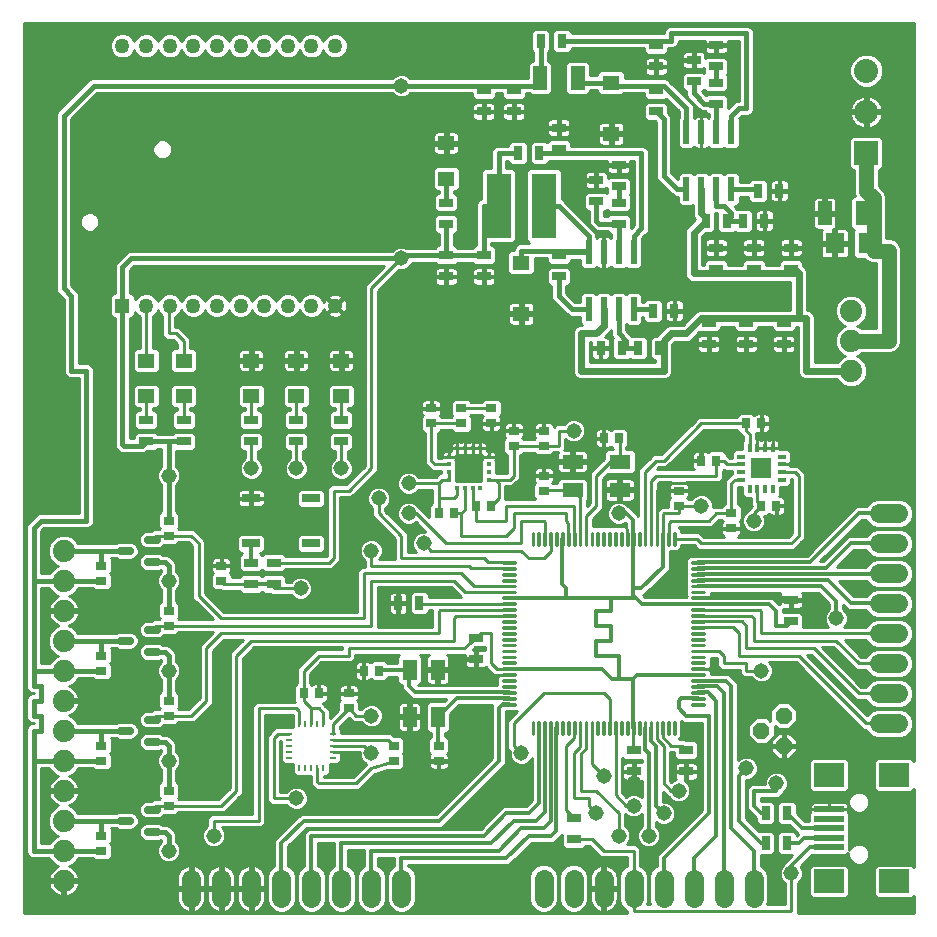
<source format=gtl>
G75*
G70*
%OFA0B0*%
%FSLAX24Y24*%
%IPPOS*%
%LPD*%
%AMOC8*
5,1,8,0,0,1.08239X$1,22.5*
%
%ADD10R,0.0689X0.0689*%
%ADD11R,0.0146X0.0256*%
%ADD12R,0.0256X0.0146*%
%ADD13R,0.0551X0.0472*%
%ADD14R,0.0500X0.0500*%
%ADD15C,0.0500*%
%ADD16R,0.0315X0.0472*%
%ADD17R,0.0472X0.0315*%
%ADD18C,0.0640*%
%ADD19R,0.0600X0.0300*%
%ADD20C,0.0740*%
%ADD21C,0.0094*%
%ADD22R,0.0098X0.0197*%
%ADD23R,0.0197X0.0098*%
%ADD24C,0.0256*%
%ADD25OC8,0.0560*%
%ADD26R,0.0709X0.0472*%
%ADD27R,0.0472X0.0709*%
%ADD28R,0.0118X0.0157*%
%ADD29R,0.0157X0.0118*%
%ADD30R,0.0354X0.0276*%
%ADD31R,0.0276X0.0354*%
%ADD32R,0.0800X0.0800*%
%ADD33C,0.0800*%
%ADD34R,0.0630X0.0709*%
%ADD35R,0.0472X0.0787*%
%ADD36R,0.0236X0.0787*%
%ADD37R,0.0846X0.2165*%
%ADD38R,0.0579X0.0500*%
%ADD39R,0.0984X0.0197*%
%ADD40R,0.0984X0.0787*%
%ADD41C,0.0120*%
%ADD42C,0.0100*%
%ADD43C,0.0515*%
%ADD44C,0.0160*%
%ADD45C,0.0230*%
%ADD46C,0.0500*%
%ADD47C,0.0400*%
D10*
X024901Y015454D03*
D11*
X025285Y014765D03*
X025029Y014765D03*
X024773Y014765D03*
X024517Y014765D03*
X024517Y016143D03*
X024773Y016143D03*
X025029Y016143D03*
X025285Y016143D03*
D12*
X024212Y015070D03*
X024212Y015326D03*
X024212Y015581D03*
X024212Y015837D03*
X025590Y015837D03*
X025590Y015581D03*
X025590Y015326D03*
X025590Y015070D03*
D13*
X010901Y017863D03*
X010901Y019044D03*
X009401Y017863D03*
X009401Y019044D03*
X007901Y017863D03*
X007901Y019044D03*
X004401Y017863D03*
X004401Y019044D03*
X005651Y017863D03*
X005651Y019044D03*
X014401Y025113D03*
X014401Y026294D03*
D14*
X003608Y020873D03*
D15*
X004395Y020873D03*
X005183Y020873D03*
X005970Y020873D03*
X006757Y020873D03*
X007545Y020873D03*
X008332Y020873D03*
X009120Y020873D03*
X009907Y020873D03*
X010694Y020873D03*
X010694Y029534D03*
X009907Y029534D03*
X009120Y029534D03*
X008332Y029534D03*
X007545Y029534D03*
X006757Y029534D03*
X005970Y029534D03*
X005183Y029534D03*
X004395Y029534D03*
X003608Y029534D03*
D16*
X025047Y003954D03*
X025756Y003954D03*
X025047Y002954D03*
X025756Y002954D03*
X013506Y010954D03*
X012797Y010954D03*
X021297Y020704D03*
X022006Y020704D03*
X020797Y019454D03*
X021506Y019454D03*
X019547Y019454D03*
X020256Y019454D03*
X017506Y025954D03*
X016797Y025954D03*
X024797Y024704D03*
X025506Y024704D03*
X023756Y023704D03*
X023047Y023704D03*
X025006Y023704D03*
X024297Y023704D03*
X018256Y029704D03*
X017547Y029704D03*
D17*
X004401Y017058D03*
X004401Y016349D03*
X005651Y017058D03*
X005651Y016349D03*
X007901Y016349D03*
X007901Y017058D03*
X010901Y016349D03*
X010901Y017058D03*
X009401Y016349D03*
X009401Y017058D03*
X015401Y009099D03*
X015401Y009808D03*
X020651Y005349D03*
X020651Y006058D03*
X025901Y011058D03*
X025901Y010349D03*
X008651Y011599D03*
X008651Y012308D03*
X007901Y011599D03*
X007901Y012308D03*
X018651Y003808D03*
X018651Y003099D03*
X022401Y006058D03*
X022401Y005349D03*
X014401Y023599D03*
X014401Y024308D03*
X023151Y020308D03*
X023151Y019599D03*
X018151Y022558D03*
X018151Y021849D03*
X014401Y022558D03*
X014401Y021849D03*
X015651Y022558D03*
X015651Y021849D03*
X020151Y023599D03*
X020151Y024308D03*
X019401Y024349D03*
X019401Y025058D03*
X020151Y025558D03*
X020151Y024849D03*
X018151Y026808D03*
X018151Y026099D03*
X023401Y022099D03*
X023401Y022808D03*
X021401Y028058D03*
X021401Y027349D03*
X015651Y028058D03*
X015651Y027349D03*
X016651Y028058D03*
X016651Y027349D03*
X023401Y027599D03*
X023401Y028308D03*
X022651Y028349D03*
X022651Y029058D03*
X023401Y029558D03*
X023401Y028849D03*
X021401Y028849D03*
X021401Y029558D03*
X024401Y020308D03*
X024401Y019599D03*
X025651Y020308D03*
X025651Y019599D03*
X024651Y022099D03*
X024651Y022808D03*
X025901Y022099D03*
X025901Y022808D03*
D18*
X017651Y001774D02*
X017651Y001134D01*
X018651Y001134D02*
X018651Y001774D01*
X019651Y001774D02*
X019651Y001134D01*
X020651Y001134D02*
X020651Y001774D01*
X021651Y001774D02*
X021651Y001134D01*
X022651Y001134D02*
X022651Y001774D01*
X023651Y001774D02*
X023651Y001134D01*
X024651Y001134D02*
X024651Y001774D01*
X005901Y001774D02*
X005901Y001134D01*
X006901Y001134D02*
X006901Y001774D01*
X007901Y001774D02*
X007901Y001134D01*
X008901Y001134D02*
X008901Y001774D01*
X009901Y001774D02*
X009901Y001134D01*
X010901Y001134D02*
X010901Y001774D01*
X011901Y001774D02*
X011901Y001134D01*
X012901Y001134D02*
X012901Y001774D01*
X028831Y006954D02*
X029471Y006954D01*
X029471Y007954D02*
X028831Y007954D01*
X028831Y008954D02*
X029471Y008954D01*
X029471Y009954D02*
X028831Y009954D01*
X028831Y010954D02*
X029471Y010954D01*
X029471Y011954D02*
X028831Y011954D01*
X028831Y012954D02*
X029471Y012954D01*
X029471Y013954D02*
X028831Y013954D01*
D19*
X007901Y014454D03*
X009901Y014454D03*
X007901Y012954D03*
X009901Y012954D03*
D20*
X001651Y001704D03*
X001651Y002704D03*
X001651Y003704D03*
X001651Y004704D03*
X001651Y005704D03*
X001651Y006704D03*
X001651Y007704D03*
X001651Y008704D03*
X001651Y009704D03*
X001651Y010704D03*
X001651Y011704D03*
X001651Y012704D03*
X027901Y018704D03*
X027901Y019704D03*
X027901Y020704D03*
D21*
X022001Y012904D02*
X022001Y013302D01*
X022025Y013302D01*
X022025Y012904D01*
X022001Y012904D01*
X022001Y012997D02*
X022025Y012997D01*
X022025Y013090D02*
X022001Y013090D01*
X022001Y013183D02*
X022025Y013183D01*
X022025Y013276D02*
X022001Y013276D01*
X021805Y012904D02*
X021805Y013302D01*
X021829Y013302D01*
X021829Y012904D01*
X021805Y012904D01*
X021805Y012997D02*
X021829Y012997D01*
X021829Y013090D02*
X021805Y013090D01*
X021805Y013183D02*
X021829Y013183D01*
X021829Y013276D02*
X021805Y013276D01*
X021608Y012904D02*
X021608Y013302D01*
X021632Y013302D01*
X021632Y012904D01*
X021608Y012904D01*
X021608Y012997D02*
X021632Y012997D01*
X021632Y013090D02*
X021608Y013090D01*
X021608Y013183D02*
X021632Y013183D01*
X021632Y013276D02*
X021608Y013276D01*
X021411Y012904D02*
X021411Y013302D01*
X021435Y013302D01*
X021435Y012904D01*
X021411Y012904D01*
X021411Y012997D02*
X021435Y012997D01*
X021435Y013090D02*
X021411Y013090D01*
X021411Y013183D02*
X021435Y013183D01*
X021435Y013276D02*
X021411Y013276D01*
X021214Y012904D02*
X021214Y013302D01*
X021238Y013302D01*
X021238Y012904D01*
X021214Y012904D01*
X021214Y012997D02*
X021238Y012997D01*
X021238Y013090D02*
X021214Y013090D01*
X021214Y013183D02*
X021238Y013183D01*
X021238Y013276D02*
X021214Y013276D01*
X021017Y012904D02*
X021017Y013302D01*
X021041Y013302D01*
X021041Y012904D01*
X021017Y012904D01*
X021017Y012997D02*
X021041Y012997D01*
X021041Y013090D02*
X021017Y013090D01*
X021017Y013183D02*
X021041Y013183D01*
X021041Y013276D02*
X021017Y013276D01*
X020820Y012904D02*
X020820Y013302D01*
X020844Y013302D01*
X020844Y012904D01*
X020820Y012904D01*
X020820Y012997D02*
X020844Y012997D01*
X020844Y013090D02*
X020820Y013090D01*
X020820Y013183D02*
X020844Y013183D01*
X020844Y013276D02*
X020820Y013276D01*
X020623Y012904D02*
X020623Y013302D01*
X020647Y013302D01*
X020647Y012904D01*
X020623Y012904D01*
X020623Y012997D02*
X020647Y012997D01*
X020647Y013090D02*
X020623Y013090D01*
X020623Y013183D02*
X020647Y013183D01*
X020647Y013276D02*
X020623Y013276D01*
X020427Y012904D02*
X020427Y013302D01*
X020451Y013302D01*
X020451Y012904D01*
X020427Y012904D01*
X020427Y012997D02*
X020451Y012997D01*
X020451Y013090D02*
X020427Y013090D01*
X020427Y013183D02*
X020451Y013183D01*
X020451Y013276D02*
X020427Y013276D01*
X020230Y012904D02*
X020230Y013302D01*
X020254Y013302D01*
X020254Y012904D01*
X020230Y012904D01*
X020230Y012997D02*
X020254Y012997D01*
X020254Y013090D02*
X020230Y013090D01*
X020230Y013183D02*
X020254Y013183D01*
X020254Y013276D02*
X020230Y013276D01*
X020033Y012904D02*
X020033Y013302D01*
X020057Y013302D01*
X020057Y012904D01*
X020033Y012904D01*
X020033Y012997D02*
X020057Y012997D01*
X020057Y013090D02*
X020033Y013090D01*
X020033Y013183D02*
X020057Y013183D01*
X020057Y013276D02*
X020033Y013276D01*
X019836Y012904D02*
X019836Y013302D01*
X019860Y013302D01*
X019860Y012904D01*
X019836Y012904D01*
X019836Y012997D02*
X019860Y012997D01*
X019860Y013090D02*
X019836Y013090D01*
X019836Y013183D02*
X019860Y013183D01*
X019860Y013276D02*
X019836Y013276D01*
X019639Y012904D02*
X019639Y013302D01*
X019663Y013302D01*
X019663Y012904D01*
X019639Y012904D01*
X019639Y012997D02*
X019663Y012997D01*
X019663Y013090D02*
X019639Y013090D01*
X019639Y013183D02*
X019663Y013183D01*
X019663Y013276D02*
X019639Y013276D01*
X019442Y012904D02*
X019442Y013302D01*
X019466Y013302D01*
X019466Y012904D01*
X019442Y012904D01*
X019442Y012997D02*
X019466Y012997D01*
X019466Y013090D02*
X019442Y013090D01*
X019442Y013183D02*
X019466Y013183D01*
X019466Y013276D02*
X019442Y013276D01*
X019245Y012904D02*
X019245Y013302D01*
X019269Y013302D01*
X019269Y012904D01*
X019245Y012904D01*
X019245Y012997D02*
X019269Y012997D01*
X019269Y013090D02*
X019245Y013090D01*
X019245Y013183D02*
X019269Y013183D01*
X019269Y013276D02*
X019245Y013276D01*
X019049Y012904D02*
X019049Y013302D01*
X019073Y013302D01*
X019073Y012904D01*
X019049Y012904D01*
X019049Y012997D02*
X019073Y012997D01*
X019073Y013090D02*
X019049Y013090D01*
X019049Y013183D02*
X019073Y013183D01*
X019073Y013276D02*
X019049Y013276D01*
X018852Y012904D02*
X018852Y013302D01*
X018876Y013302D01*
X018876Y012904D01*
X018852Y012904D01*
X018852Y012997D02*
X018876Y012997D01*
X018876Y013090D02*
X018852Y013090D01*
X018852Y013183D02*
X018876Y013183D01*
X018876Y013276D02*
X018852Y013276D01*
X018655Y012904D02*
X018655Y013302D01*
X018679Y013302D01*
X018679Y012904D01*
X018655Y012904D01*
X018655Y012997D02*
X018679Y012997D01*
X018679Y013090D02*
X018655Y013090D01*
X018655Y013183D02*
X018679Y013183D01*
X018679Y013276D02*
X018655Y013276D01*
X018458Y012904D02*
X018458Y013302D01*
X018482Y013302D01*
X018482Y012904D01*
X018458Y012904D01*
X018458Y012997D02*
X018482Y012997D01*
X018482Y013090D02*
X018458Y013090D01*
X018458Y013183D02*
X018482Y013183D01*
X018482Y013276D02*
X018458Y013276D01*
X018261Y012904D02*
X018261Y013302D01*
X018285Y013302D01*
X018285Y012904D01*
X018261Y012904D01*
X018261Y012997D02*
X018285Y012997D01*
X018285Y013090D02*
X018261Y013090D01*
X018261Y013183D02*
X018285Y013183D01*
X018285Y013276D02*
X018261Y013276D01*
X018064Y012904D02*
X018064Y013302D01*
X018088Y013302D01*
X018088Y012904D01*
X018064Y012904D01*
X018064Y012997D02*
X018088Y012997D01*
X018088Y013090D02*
X018064Y013090D01*
X018064Y013183D02*
X018088Y013183D01*
X018088Y013276D02*
X018064Y013276D01*
X017868Y012904D02*
X017868Y013302D01*
X017892Y013302D01*
X017892Y012904D01*
X017868Y012904D01*
X017868Y012997D02*
X017892Y012997D01*
X017892Y013090D02*
X017868Y013090D01*
X017868Y013183D02*
X017892Y013183D01*
X017892Y013276D02*
X017868Y013276D01*
X017671Y012904D02*
X017671Y013302D01*
X017695Y013302D01*
X017695Y012904D01*
X017671Y012904D01*
X017671Y012997D02*
X017695Y012997D01*
X017695Y013090D02*
X017671Y013090D01*
X017671Y013183D02*
X017695Y013183D01*
X017695Y013276D02*
X017671Y013276D01*
X017474Y012904D02*
X017474Y013302D01*
X017498Y013302D01*
X017498Y012904D01*
X017474Y012904D01*
X017474Y012997D02*
X017498Y012997D01*
X017498Y013090D02*
X017474Y013090D01*
X017474Y013183D02*
X017498Y013183D01*
X017498Y013276D02*
X017474Y013276D01*
X017277Y012904D02*
X017277Y013302D01*
X017301Y013302D01*
X017301Y012904D01*
X017277Y012904D01*
X017277Y012997D02*
X017301Y012997D01*
X017301Y013090D02*
X017277Y013090D01*
X017277Y013183D02*
X017301Y013183D01*
X017301Y013276D02*
X017277Y013276D01*
X016303Y012304D02*
X016303Y012328D01*
X016701Y012328D01*
X016701Y012304D01*
X016303Y012304D01*
X016303Y012107D02*
X016303Y012131D01*
X016701Y012131D01*
X016701Y012107D01*
X016303Y012107D01*
X016303Y011910D02*
X016303Y011934D01*
X016701Y011934D01*
X016701Y011910D01*
X016303Y011910D01*
X016303Y011713D02*
X016303Y011737D01*
X016701Y011737D01*
X016701Y011713D01*
X016303Y011713D01*
X016303Y011516D02*
X016303Y011540D01*
X016701Y011540D01*
X016701Y011516D01*
X016303Y011516D01*
X016303Y011319D02*
X016303Y011343D01*
X016701Y011343D01*
X016701Y011319D01*
X016303Y011319D01*
X016303Y011123D02*
X016303Y011147D01*
X016701Y011147D01*
X016701Y011123D01*
X016303Y011123D01*
X016303Y010926D02*
X016303Y010950D01*
X016701Y010950D01*
X016701Y010926D01*
X016303Y010926D01*
X016303Y010729D02*
X016303Y010753D01*
X016701Y010753D01*
X016701Y010729D01*
X016303Y010729D01*
X016303Y010532D02*
X016303Y010556D01*
X016701Y010556D01*
X016701Y010532D01*
X016303Y010532D01*
X016303Y010335D02*
X016303Y010359D01*
X016701Y010359D01*
X016701Y010335D01*
X016303Y010335D01*
X016303Y010138D02*
X016303Y010162D01*
X016701Y010162D01*
X016701Y010138D01*
X016303Y010138D01*
X016303Y009942D02*
X016303Y009966D01*
X016701Y009966D01*
X016701Y009942D01*
X016303Y009942D01*
X016303Y009745D02*
X016303Y009769D01*
X016701Y009769D01*
X016701Y009745D01*
X016303Y009745D01*
X016303Y009548D02*
X016303Y009572D01*
X016701Y009572D01*
X016701Y009548D01*
X016303Y009548D01*
X016303Y009351D02*
X016303Y009375D01*
X016701Y009375D01*
X016701Y009351D01*
X016303Y009351D01*
X016303Y009154D02*
X016303Y009178D01*
X016701Y009178D01*
X016701Y009154D01*
X016303Y009154D01*
X016303Y008957D02*
X016303Y008981D01*
X016701Y008981D01*
X016701Y008957D01*
X016303Y008957D01*
X016303Y008760D02*
X016303Y008784D01*
X016701Y008784D01*
X016701Y008760D01*
X016303Y008760D01*
X016303Y008564D02*
X016303Y008588D01*
X016701Y008588D01*
X016701Y008564D01*
X016303Y008564D01*
X016303Y008367D02*
X016303Y008391D01*
X016701Y008391D01*
X016701Y008367D01*
X016303Y008367D01*
X016303Y008170D02*
X016303Y008194D01*
X016701Y008194D01*
X016701Y008170D01*
X016303Y008170D01*
X016303Y007973D02*
X016303Y007997D01*
X016701Y007997D01*
X016701Y007973D01*
X016303Y007973D01*
X016303Y007776D02*
X016303Y007800D01*
X016701Y007800D01*
X016701Y007776D01*
X016303Y007776D01*
X016303Y007579D02*
X016303Y007603D01*
X016701Y007603D01*
X016701Y007579D01*
X016303Y007579D01*
X017277Y006605D02*
X017277Y007003D01*
X017301Y007003D01*
X017301Y006605D01*
X017277Y006605D01*
X017277Y006698D02*
X017301Y006698D01*
X017301Y006791D02*
X017277Y006791D01*
X017277Y006884D02*
X017301Y006884D01*
X017301Y006977D02*
X017277Y006977D01*
X017474Y006605D02*
X017474Y007003D01*
X017498Y007003D01*
X017498Y006605D01*
X017474Y006605D01*
X017474Y006698D02*
X017498Y006698D01*
X017498Y006791D02*
X017474Y006791D01*
X017474Y006884D02*
X017498Y006884D01*
X017498Y006977D02*
X017474Y006977D01*
X017671Y006605D02*
X017671Y007003D01*
X017695Y007003D01*
X017695Y006605D01*
X017671Y006605D01*
X017671Y006698D02*
X017695Y006698D01*
X017695Y006791D02*
X017671Y006791D01*
X017671Y006884D02*
X017695Y006884D01*
X017695Y006977D02*
X017671Y006977D01*
X017868Y006605D02*
X017868Y007003D01*
X017892Y007003D01*
X017892Y006605D01*
X017868Y006605D01*
X017868Y006698D02*
X017892Y006698D01*
X017892Y006791D02*
X017868Y006791D01*
X017868Y006884D02*
X017892Y006884D01*
X017892Y006977D02*
X017868Y006977D01*
X018064Y006605D02*
X018064Y007003D01*
X018088Y007003D01*
X018088Y006605D01*
X018064Y006605D01*
X018064Y006698D02*
X018088Y006698D01*
X018088Y006791D02*
X018064Y006791D01*
X018064Y006884D02*
X018088Y006884D01*
X018088Y006977D02*
X018064Y006977D01*
X018261Y006605D02*
X018261Y007003D01*
X018285Y007003D01*
X018285Y006605D01*
X018261Y006605D01*
X018261Y006698D02*
X018285Y006698D01*
X018285Y006791D02*
X018261Y006791D01*
X018261Y006884D02*
X018285Y006884D01*
X018285Y006977D02*
X018261Y006977D01*
X018458Y006605D02*
X018458Y007003D01*
X018482Y007003D01*
X018482Y006605D01*
X018458Y006605D01*
X018458Y006698D02*
X018482Y006698D01*
X018482Y006791D02*
X018458Y006791D01*
X018458Y006884D02*
X018482Y006884D01*
X018482Y006977D02*
X018458Y006977D01*
X018655Y006605D02*
X018655Y007003D01*
X018679Y007003D01*
X018679Y006605D01*
X018655Y006605D01*
X018655Y006698D02*
X018679Y006698D01*
X018679Y006791D02*
X018655Y006791D01*
X018655Y006884D02*
X018679Y006884D01*
X018679Y006977D02*
X018655Y006977D01*
X018852Y006605D02*
X018852Y007003D01*
X018876Y007003D01*
X018876Y006605D01*
X018852Y006605D01*
X018852Y006698D02*
X018876Y006698D01*
X018876Y006791D02*
X018852Y006791D01*
X018852Y006884D02*
X018876Y006884D01*
X018876Y006977D02*
X018852Y006977D01*
X019049Y006605D02*
X019049Y007003D01*
X019073Y007003D01*
X019073Y006605D01*
X019049Y006605D01*
X019049Y006698D02*
X019073Y006698D01*
X019073Y006791D02*
X019049Y006791D01*
X019049Y006884D02*
X019073Y006884D01*
X019073Y006977D02*
X019049Y006977D01*
X019245Y006605D02*
X019245Y007003D01*
X019269Y007003D01*
X019269Y006605D01*
X019245Y006605D01*
X019245Y006698D02*
X019269Y006698D01*
X019269Y006791D02*
X019245Y006791D01*
X019245Y006884D02*
X019269Y006884D01*
X019269Y006977D02*
X019245Y006977D01*
X019442Y006605D02*
X019442Y007003D01*
X019466Y007003D01*
X019466Y006605D01*
X019442Y006605D01*
X019442Y006698D02*
X019466Y006698D01*
X019466Y006791D02*
X019442Y006791D01*
X019442Y006884D02*
X019466Y006884D01*
X019466Y006977D02*
X019442Y006977D01*
X019639Y006605D02*
X019639Y007003D01*
X019663Y007003D01*
X019663Y006605D01*
X019639Y006605D01*
X019639Y006698D02*
X019663Y006698D01*
X019663Y006791D02*
X019639Y006791D01*
X019639Y006884D02*
X019663Y006884D01*
X019663Y006977D02*
X019639Y006977D01*
X019836Y006605D02*
X019836Y007003D01*
X019860Y007003D01*
X019860Y006605D01*
X019836Y006605D01*
X019836Y006698D02*
X019860Y006698D01*
X019860Y006791D02*
X019836Y006791D01*
X019836Y006884D02*
X019860Y006884D01*
X019860Y006977D02*
X019836Y006977D01*
X020033Y006605D02*
X020033Y007003D01*
X020057Y007003D01*
X020057Y006605D01*
X020033Y006605D01*
X020033Y006698D02*
X020057Y006698D01*
X020057Y006791D02*
X020033Y006791D01*
X020033Y006884D02*
X020057Y006884D01*
X020057Y006977D02*
X020033Y006977D01*
X020230Y006605D02*
X020230Y007003D01*
X020254Y007003D01*
X020254Y006605D01*
X020230Y006605D01*
X020230Y006698D02*
X020254Y006698D01*
X020254Y006791D02*
X020230Y006791D01*
X020230Y006884D02*
X020254Y006884D01*
X020254Y006977D02*
X020230Y006977D01*
X020427Y006605D02*
X020427Y007003D01*
X020451Y007003D01*
X020451Y006605D01*
X020427Y006605D01*
X020427Y006698D02*
X020451Y006698D01*
X020451Y006791D02*
X020427Y006791D01*
X020427Y006884D02*
X020451Y006884D01*
X020451Y006977D02*
X020427Y006977D01*
X020623Y006605D02*
X020623Y007003D01*
X020647Y007003D01*
X020647Y006605D01*
X020623Y006605D01*
X020623Y006698D02*
X020647Y006698D01*
X020647Y006791D02*
X020623Y006791D01*
X020623Y006884D02*
X020647Y006884D01*
X020647Y006977D02*
X020623Y006977D01*
X020820Y006605D02*
X020820Y007003D01*
X020844Y007003D01*
X020844Y006605D01*
X020820Y006605D01*
X020820Y006698D02*
X020844Y006698D01*
X020844Y006791D02*
X020820Y006791D01*
X020820Y006884D02*
X020844Y006884D01*
X020844Y006977D02*
X020820Y006977D01*
X021017Y006605D02*
X021017Y007003D01*
X021041Y007003D01*
X021041Y006605D01*
X021017Y006605D01*
X021017Y006698D02*
X021041Y006698D01*
X021041Y006791D02*
X021017Y006791D01*
X021017Y006884D02*
X021041Y006884D01*
X021041Y006977D02*
X021017Y006977D01*
X021214Y006605D02*
X021214Y007003D01*
X021238Y007003D01*
X021238Y006605D01*
X021214Y006605D01*
X021214Y006698D02*
X021238Y006698D01*
X021238Y006791D02*
X021214Y006791D01*
X021214Y006884D02*
X021238Y006884D01*
X021238Y006977D02*
X021214Y006977D01*
X021411Y006605D02*
X021411Y007003D01*
X021435Y007003D01*
X021435Y006605D01*
X021411Y006605D01*
X021411Y006698D02*
X021435Y006698D01*
X021435Y006791D02*
X021411Y006791D01*
X021411Y006884D02*
X021435Y006884D01*
X021435Y006977D02*
X021411Y006977D01*
X021608Y006605D02*
X021608Y007003D01*
X021632Y007003D01*
X021632Y006605D01*
X021608Y006605D01*
X021608Y006698D02*
X021632Y006698D01*
X021632Y006791D02*
X021608Y006791D01*
X021608Y006884D02*
X021632Y006884D01*
X021632Y006977D02*
X021608Y006977D01*
X021805Y006605D02*
X021805Y007003D01*
X021829Y007003D01*
X021829Y006605D01*
X021805Y006605D01*
X021805Y006698D02*
X021829Y006698D01*
X021829Y006791D02*
X021805Y006791D01*
X021805Y006884D02*
X021829Y006884D01*
X021829Y006977D02*
X021805Y006977D01*
X022001Y006605D02*
X022001Y007003D01*
X022025Y007003D01*
X022025Y006605D01*
X022001Y006605D01*
X022001Y006698D02*
X022025Y006698D01*
X022025Y006791D02*
X022001Y006791D01*
X022001Y006884D02*
X022025Y006884D01*
X022025Y006977D02*
X022001Y006977D01*
X022602Y007579D02*
X022602Y007603D01*
X023000Y007603D01*
X023000Y007579D01*
X022602Y007579D01*
X022602Y007776D02*
X022602Y007800D01*
X023000Y007800D01*
X023000Y007776D01*
X022602Y007776D01*
X022602Y007973D02*
X022602Y007997D01*
X023000Y007997D01*
X023000Y007973D01*
X022602Y007973D01*
X022602Y008170D02*
X022602Y008194D01*
X023000Y008194D01*
X023000Y008170D01*
X022602Y008170D01*
X022602Y008367D02*
X022602Y008391D01*
X023000Y008391D01*
X023000Y008367D01*
X022602Y008367D01*
X022602Y008564D02*
X022602Y008588D01*
X023000Y008588D01*
X023000Y008564D01*
X022602Y008564D01*
X022602Y008760D02*
X022602Y008784D01*
X023000Y008784D01*
X023000Y008760D01*
X022602Y008760D01*
X022602Y008957D02*
X022602Y008981D01*
X023000Y008981D01*
X023000Y008957D01*
X022602Y008957D01*
X022602Y009154D02*
X022602Y009178D01*
X023000Y009178D01*
X023000Y009154D01*
X022602Y009154D01*
X022602Y009351D02*
X022602Y009375D01*
X023000Y009375D01*
X023000Y009351D01*
X022602Y009351D01*
X022602Y009548D02*
X022602Y009572D01*
X023000Y009572D01*
X023000Y009548D01*
X022602Y009548D01*
X022602Y009745D02*
X022602Y009769D01*
X023000Y009769D01*
X023000Y009745D01*
X022602Y009745D01*
X022602Y009942D02*
X022602Y009966D01*
X023000Y009966D01*
X023000Y009942D01*
X022602Y009942D01*
X022602Y010138D02*
X022602Y010162D01*
X023000Y010162D01*
X023000Y010138D01*
X022602Y010138D01*
X022602Y010335D02*
X022602Y010359D01*
X023000Y010359D01*
X023000Y010335D01*
X022602Y010335D01*
X022602Y010532D02*
X022602Y010556D01*
X023000Y010556D01*
X023000Y010532D01*
X022602Y010532D01*
X022602Y010729D02*
X022602Y010753D01*
X023000Y010753D01*
X023000Y010729D01*
X022602Y010729D01*
X022602Y010926D02*
X022602Y010950D01*
X023000Y010950D01*
X023000Y010926D01*
X022602Y010926D01*
X022602Y011123D02*
X022602Y011147D01*
X023000Y011147D01*
X023000Y011123D01*
X022602Y011123D01*
X022602Y011319D02*
X022602Y011343D01*
X023000Y011343D01*
X023000Y011319D01*
X022602Y011319D01*
X022602Y011516D02*
X022602Y011540D01*
X023000Y011540D01*
X023000Y011516D01*
X022602Y011516D01*
X022602Y011713D02*
X022602Y011737D01*
X023000Y011737D01*
X023000Y011713D01*
X022602Y011713D01*
X022602Y011910D02*
X022602Y011934D01*
X023000Y011934D01*
X023000Y011910D01*
X022602Y011910D01*
X022602Y012107D02*
X022602Y012131D01*
X023000Y012131D01*
X023000Y012107D01*
X022602Y012107D01*
X022602Y012304D02*
X022602Y012328D01*
X023000Y012328D01*
X023000Y012304D01*
X022602Y012304D01*
D22*
X009901Y006932D03*
X010098Y006932D03*
X010295Y006932D03*
X009704Y006932D03*
X009507Y006932D03*
X009901Y005475D03*
X010098Y005475D03*
X010295Y005475D03*
X009704Y005475D03*
X009507Y005475D03*
D23*
X009173Y006204D03*
X009173Y006400D03*
X009173Y006597D03*
X009173Y006007D03*
X009173Y005810D03*
X010630Y006204D03*
X010630Y006400D03*
X010630Y006597D03*
X010630Y006007D03*
X010630Y005810D03*
D24*
X004751Y003330D02*
X004457Y003330D01*
X004457Y004078D02*
X004751Y004078D01*
X003845Y003704D02*
X003551Y003704D01*
X004457Y006330D02*
X004751Y006330D01*
X004751Y007078D02*
X004457Y007078D01*
X003845Y006704D02*
X003551Y006704D01*
X004457Y009330D02*
X004751Y009330D01*
X004751Y010078D02*
X004457Y010078D01*
X003845Y009704D02*
X003551Y009704D01*
X004457Y012330D02*
X004751Y012330D01*
X004751Y013078D02*
X004457Y013078D01*
X003845Y012704D02*
X003551Y012704D01*
D25*
X025651Y006204D03*
X024901Y006704D03*
X025651Y007204D03*
D26*
X020189Y015676D03*
X018614Y015676D03*
X020189Y014731D03*
X018614Y014731D03*
D27*
X013179Y008741D03*
X013179Y007166D03*
X014124Y008741D03*
X014124Y007166D03*
D28*
X014767Y014784D03*
X015023Y014784D03*
X015535Y014784D03*
X015279Y014784D03*
X014767Y016123D03*
X015023Y016123D03*
X015535Y016123D03*
X015279Y016123D03*
D29*
X014482Y015070D03*
X014482Y015326D03*
X014482Y015837D03*
X014482Y015581D03*
X015820Y015837D03*
X015820Y015581D03*
X015820Y015070D03*
X015820Y015326D03*
D30*
X017651Y016198D03*
X017651Y016709D03*
X016651Y016198D03*
X016651Y016709D03*
X014901Y016948D03*
X014901Y017459D03*
X013901Y016948D03*
X013901Y017459D03*
X015901Y016948D03*
X015901Y017459D03*
X022151Y014198D03*
X022151Y014709D03*
X023901Y013959D03*
X023901Y013448D03*
X017651Y014698D03*
X017651Y015209D03*
X014151Y006209D03*
X014151Y005698D03*
X006901Y011698D03*
X006901Y012209D03*
X005151Y004198D03*
X005151Y004709D03*
X002901Y003209D03*
X002901Y002698D03*
X005151Y007198D03*
X005151Y007709D03*
X002901Y006209D03*
X002901Y005698D03*
X005151Y010198D03*
X005151Y010709D03*
X002901Y009209D03*
X002901Y008698D03*
X005151Y013198D03*
X005151Y013709D03*
X002901Y012209D03*
X002901Y011698D03*
X011151Y007959D03*
X011151Y007448D03*
X012651Y005698D03*
X012651Y006209D03*
D31*
X014657Y013954D03*
X014145Y013954D03*
X015395Y014204D03*
X015907Y014204D03*
X024895Y014204D03*
X025407Y014204D03*
X023407Y015704D03*
X022895Y015704D03*
X024395Y016954D03*
X024907Y016954D03*
X020157Y016454D03*
X019645Y016454D03*
X012157Y008704D03*
X011645Y008704D03*
X010157Y007954D03*
X009645Y007954D03*
D32*
X028401Y025954D03*
D33*
X028401Y027331D03*
X028401Y028709D03*
D34*
X028452Y022954D03*
X027350Y022954D03*
D35*
X028281Y023954D03*
X027021Y023954D03*
X017521Y028454D03*
X018781Y028454D03*
D36*
X020151Y022648D03*
X020651Y022648D03*
X019651Y022648D03*
X019151Y022648D03*
X019651Y020759D03*
X020151Y020759D03*
X020651Y020759D03*
X019151Y020759D03*
X023401Y026648D03*
X023901Y026648D03*
X022901Y026648D03*
X022401Y026648D03*
X022901Y024759D03*
X023401Y024759D03*
X023901Y024759D03*
X022401Y024759D03*
D37*
X016145Y024204D03*
X017657Y024204D03*
D38*
X016901Y020607D03*
X016901Y022300D03*
X019901Y026607D03*
X019901Y028300D03*
D39*
X027167Y003454D03*
X027167Y003139D03*
X027167Y004083D03*
X027167Y003769D03*
X027167Y002824D03*
D40*
X029332Y005225D03*
X029332Y001682D03*
X027167Y005225D03*
X027167Y001682D03*
D41*
X022801Y011135D02*
X025824Y011135D01*
X025901Y011058D01*
X027167Y002824D02*
X026521Y002824D01*
X025901Y002204D01*
X025901Y001954D01*
X022801Y010938D02*
X025167Y010938D01*
X025401Y010704D01*
X025401Y010204D01*
X025756Y010204D01*
X025901Y010349D01*
X020635Y011219D02*
X020635Y011454D01*
X020917Y010938D02*
X022801Y010938D01*
X020720Y011135D02*
X020635Y011219D01*
X021620Y013103D02*
X021620Y012172D01*
X020901Y011454D01*
X020635Y011454D01*
X016502Y011135D02*
X018401Y011135D01*
X019901Y011135D01*
X020720Y011135D01*
X020917Y010938D01*
X018273Y013103D02*
X018273Y011581D01*
X018401Y011454D01*
X018401Y011135D01*
X019582Y008772D02*
X016502Y008772D01*
X020773Y008576D02*
X022801Y008576D01*
X020635Y006804D02*
X020635Y008438D01*
X020773Y008576D01*
X019917Y008438D02*
X020151Y008438D01*
X020635Y008438D01*
X019917Y008438D02*
X019582Y008772D01*
X019901Y011135D02*
X019901Y010704D01*
X019401Y010704D01*
X019401Y010204D01*
X019901Y010204D01*
X019901Y009704D01*
X019401Y009704D01*
X019401Y009204D01*
X020151Y009204D01*
X020151Y008438D01*
X020635Y013103D02*
X020635Y013719D01*
X020401Y013954D01*
X020151Y013954D01*
X020635Y013103D02*
X020635Y011454D01*
X022801Y007788D02*
X022236Y007788D01*
X022151Y007704D01*
X022151Y007454D01*
X022401Y007204D01*
X023151Y007204D01*
X023151Y003954D01*
X021651Y002454D01*
X021651Y001454D01*
X022801Y007985D02*
X023120Y007985D01*
X023401Y007704D02*
X023401Y003204D01*
X022651Y002454D01*
X022651Y001454D01*
X023401Y007704D02*
X023120Y007985D01*
X022801Y008182D02*
X023423Y008182D01*
X023651Y007954D01*
X023651Y001454D01*
X022801Y008379D02*
X023726Y008379D01*
X023901Y008204D01*
X023901Y003454D01*
X024651Y002704D01*
X024651Y001454D01*
X008651Y011599D02*
X007901Y011599D01*
X021226Y006804D02*
X021226Y006379D01*
X021401Y006204D01*
X021401Y004204D01*
X021651Y003954D01*
X025047Y003954D02*
X024901Y003954D01*
X024651Y004204D01*
X025401Y004954D02*
X025401Y004704D01*
X024651Y004704D01*
X024651Y004204D01*
X027167Y003454D02*
X026256Y003454D01*
X025756Y003954D01*
X027167Y003139D02*
X026336Y003139D01*
X026151Y002954D01*
X025756Y002954D01*
X021029Y006804D02*
X021029Y006076D01*
X021151Y005954D01*
X025047Y002954D02*
X024901Y002954D01*
X024151Y003704D01*
X024151Y005204D01*
X021151Y005954D02*
X021151Y003204D01*
X024151Y005204D02*
X024401Y005454D01*
X007901Y012308D02*
X007901Y012954D01*
X016502Y007985D02*
X013370Y007985D01*
X013151Y008204D01*
X013151Y008713D01*
X013179Y008741D01*
X012194Y008741D01*
X012157Y008704D01*
X016502Y007788D02*
X014746Y007788D01*
X014124Y007166D01*
X014124Y006237D01*
X014151Y006209D01*
X018076Y006804D02*
X018076Y003379D01*
X017901Y003204D01*
X017151Y003204D01*
X016401Y002454D01*
X012901Y002454D01*
X012901Y001454D01*
X017880Y006804D02*
X017880Y003682D01*
X017651Y003454D01*
X016901Y003454D01*
X016151Y002704D01*
X011901Y002704D01*
X011901Y001454D01*
X017683Y006804D02*
X017683Y003985D01*
X017401Y003704D01*
X016651Y003704D01*
X015901Y002954D01*
X010901Y002954D01*
X010901Y001454D01*
X017486Y006804D02*
X017486Y004288D01*
X017151Y003954D01*
X016401Y003954D01*
X015651Y003204D01*
X009901Y003204D01*
X009901Y001454D01*
X016502Y007591D02*
X016289Y007591D01*
X016151Y007454D01*
X016151Y005704D01*
X014151Y003704D01*
X009651Y003704D01*
X008901Y002954D01*
X008901Y001454D01*
X022801Y012316D02*
X026513Y012316D01*
X028151Y013954D01*
X029151Y013954D01*
X022801Y012119D02*
X027067Y012119D01*
X027901Y012954D01*
X029151Y012954D01*
X022801Y011922D02*
X029120Y011922D01*
X029151Y011954D01*
X022801Y011725D02*
X027130Y011725D01*
X027901Y010954D01*
X029151Y010954D01*
X026901Y011528D02*
X022801Y011528D01*
X027401Y010454D02*
X027401Y011028D01*
X026901Y011528D01*
D42*
X010098Y007900D02*
X010151Y007954D01*
X010157Y007954D01*
X011145Y007954D02*
X011151Y007959D01*
X000901Y005454D02*
X001170Y005454D01*
X001193Y005398D01*
X001345Y005246D01*
X001474Y005193D01*
X001452Y005185D01*
X001379Y005148D01*
X001312Y005100D01*
X001255Y005042D01*
X001206Y004976D01*
X001169Y004903D01*
X001144Y004825D01*
X001133Y004753D01*
X001601Y004753D01*
X001601Y004654D01*
X001133Y004654D01*
X001144Y004582D01*
X001169Y004504D01*
X001206Y004431D01*
X001255Y004365D01*
X001312Y004307D01*
X001379Y004259D01*
X001452Y004222D01*
X001474Y004214D01*
X001345Y004161D01*
X001193Y004009D01*
X001111Y003811D01*
X001111Y003596D01*
X001193Y003398D01*
X001345Y003246D01*
X001447Y003204D01*
X001345Y003161D01*
X001193Y003009D01*
X001170Y002954D01*
X000901Y002954D01*
X000901Y005454D01*
X000901Y011454D02*
X001170Y011454D01*
X001193Y011398D01*
X001345Y011246D01*
X001474Y011193D01*
X001452Y011185D01*
X001379Y011148D01*
X001312Y011100D01*
X001255Y011042D01*
X001206Y010976D01*
X001169Y010903D01*
X001144Y010825D01*
X001133Y010753D01*
X001601Y010753D01*
X001601Y010654D01*
X001133Y010654D01*
X001144Y010582D01*
X001169Y010504D01*
X001206Y010431D01*
X001255Y010365D01*
X001312Y010307D01*
X001379Y010259D01*
X001452Y010222D01*
X001474Y010214D01*
X001345Y010161D01*
X001193Y010009D01*
X001111Y009811D01*
X001111Y009596D01*
X001193Y009398D01*
X001345Y009246D01*
X001447Y009204D01*
X001345Y009161D01*
X001193Y009009D01*
X001170Y008954D01*
X000901Y008954D01*
X000901Y011454D01*
X010318Y005174D02*
X010318Y005207D01*
X010414Y005207D01*
X010514Y005306D01*
X010514Y005591D01*
X010798Y005591D01*
X010898Y005690D01*
X010898Y005929D01*
X010878Y005949D01*
X010878Y005984D01*
X011514Y005984D01*
X011514Y005876D01*
X011573Y005734D01*
X011682Y005625D01*
X011731Y005605D01*
X011721Y005584D01*
X011310Y005174D01*
X010318Y005174D01*
X027073Y010673D02*
X027014Y010531D01*
X027014Y010376D01*
X027073Y010234D01*
X027133Y010174D01*
X026307Y010174D01*
X026307Y010577D01*
X026208Y010677D01*
X025631Y010677D01*
X025631Y010754D01*
X025645Y010750D01*
X025872Y010750D01*
X025872Y011029D01*
X025930Y011029D01*
X025930Y010750D01*
X026157Y010750D01*
X026195Y010761D01*
X026229Y010780D01*
X026257Y010808D01*
X026277Y010842D01*
X026287Y010881D01*
X026287Y011029D01*
X025930Y011029D01*
X025930Y011087D01*
X026287Y011087D01*
X026287Y011235D01*
X026277Y011273D01*
X026263Y011298D01*
X026806Y011298D01*
X027171Y010933D01*
X027171Y010771D01*
X027073Y010673D01*
X025525Y011273D02*
X025515Y011235D01*
X025515Y011087D01*
X025872Y011087D01*
X025872Y011029D01*
X025515Y011029D01*
X025515Y010915D01*
X025496Y010934D01*
X025262Y011168D01*
X025072Y011168D01*
X023197Y011168D01*
X023197Y011172D01*
X023189Y011202D01*
X023217Y011230D01*
X023217Y011298D01*
X025540Y011298D01*
X025525Y011273D01*
X015232Y016123D02*
X015024Y016123D01*
X015024Y016123D01*
X015232Y016123D01*
X015279Y016123D01*
X015279Y016123D01*
X015232Y016123D01*
X015326Y016123D02*
X015535Y016123D01*
X015535Y016123D01*
X015326Y016123D01*
X015280Y016123D01*
X015280Y016123D01*
X015326Y016123D01*
X014814Y016123D02*
X014768Y016123D01*
X014768Y016123D01*
X014814Y016123D01*
X015023Y016123D01*
X015023Y016123D01*
X014814Y016123D01*
X013931Y010174D02*
X012121Y010174D01*
X012121Y011484D01*
X014560Y011484D01*
X014886Y011158D01*
X013833Y011158D01*
X013833Y011260D01*
X013733Y011360D01*
X013278Y011360D01*
X013178Y011260D01*
X013178Y010647D01*
X013278Y010547D01*
X013733Y010547D01*
X013833Y010647D01*
X013833Y010718D01*
X013931Y010718D01*
X013931Y010174D01*
X012768Y010567D02*
X012768Y010925D01*
X012826Y010925D01*
X012826Y010567D01*
X012974Y010567D01*
X013012Y010578D01*
X013046Y010597D01*
X013074Y010625D01*
X013094Y010659D01*
X013104Y010698D01*
X013104Y010925D01*
X012826Y010925D01*
X012826Y010982D01*
X013104Y010982D01*
X013104Y011209D01*
X013094Y011248D01*
X013074Y011282D01*
X013046Y011310D01*
X013012Y011329D01*
X012974Y011340D01*
X012826Y011340D01*
X012826Y010983D01*
X012768Y010983D01*
X012768Y011340D01*
X012620Y011340D01*
X012581Y011329D01*
X012547Y011310D01*
X012519Y011282D01*
X012500Y011248D01*
X012489Y011209D01*
X012489Y010982D01*
X012768Y010982D01*
X012768Y010925D01*
X012489Y010925D01*
X012489Y010698D01*
X012500Y010659D01*
X012519Y010625D01*
X012547Y010597D01*
X012581Y010578D01*
X012620Y010567D01*
X012768Y010567D01*
X024274Y016341D02*
X024274Y016080D01*
X024014Y016080D01*
X023914Y015981D01*
X023914Y015801D01*
X023864Y015801D01*
X023742Y015924D01*
X023715Y015924D01*
X023715Y015951D01*
X023615Y016051D01*
X023199Y016051D01*
X023137Y015989D01*
X023125Y016001D01*
X023091Y016020D01*
X023053Y016031D01*
X022914Y016031D01*
X022914Y015723D01*
X022876Y015723D01*
X022876Y016031D01*
X022738Y016031D01*
X022700Y016020D01*
X022665Y016001D01*
X022637Y015973D01*
X022618Y015939D01*
X022607Y015900D01*
X022607Y015722D01*
X022876Y015722D01*
X022876Y015685D01*
X022607Y015685D01*
X022607Y015507D01*
X022618Y015468D01*
X022637Y015434D01*
X022648Y015424D01*
X021432Y015424D01*
X021492Y015484D01*
X021560Y015484D01*
X021742Y015484D01*
X022992Y016734D01*
X024087Y016734D01*
X024087Y016706D01*
X024187Y016606D01*
X024187Y016606D01*
X024297Y016496D01*
X024297Y016364D01*
X024274Y016341D01*
X025931Y013295D02*
X025810Y013174D01*
X024142Y013174D01*
X024170Y013190D01*
X024198Y013218D01*
X024218Y013252D01*
X024228Y013290D01*
X024228Y013429D01*
X023920Y013429D01*
X023920Y013467D01*
X024228Y013467D01*
X024228Y013605D01*
X024218Y013643D01*
X024198Y013678D01*
X024186Y013689D01*
X024248Y013751D01*
X024248Y014168D01*
X024149Y014267D01*
X024121Y014267D01*
X024121Y014827D01*
X024274Y014827D01*
X024274Y014566D01*
X024374Y014467D01*
X024553Y014467D01*
X024553Y014417D01*
X024553Y014234D01*
X024587Y014201D01*
X024560Y014174D01*
X024431Y014045D01*
X024431Y014031D01*
X024323Y013923D01*
X024264Y013781D01*
X024264Y013626D01*
X024323Y013484D01*
X024432Y013375D01*
X024574Y013316D01*
X024728Y013316D01*
X024871Y013375D01*
X024980Y013484D01*
X025039Y013626D01*
X025039Y013781D01*
X025007Y013856D01*
X025103Y013856D01*
X025165Y013918D01*
X025177Y013906D01*
X025211Y013887D01*
X025250Y013876D01*
X025388Y013876D01*
X025388Y014184D01*
X025426Y014184D01*
X025426Y013876D01*
X025565Y013876D01*
X025603Y013887D01*
X025637Y013906D01*
X025665Y013934D01*
X025685Y013968D01*
X025695Y014007D01*
X025695Y014185D01*
X025426Y014185D01*
X025426Y014222D01*
X025695Y014222D01*
X025695Y014400D01*
X025685Y014439D01*
X025665Y014473D01*
X025637Y014501D01*
X025603Y014520D01*
X025565Y014531D01*
X025492Y014531D01*
X025528Y014566D01*
X025528Y014827D01*
X025789Y014827D01*
X025888Y014926D01*
X025888Y015106D01*
X025931Y015106D01*
X025931Y013295D01*
X022843Y013323D02*
X022660Y013323D01*
X022242Y013323D01*
X022242Y013392D01*
X022151Y013484D01*
X023242Y013484D01*
X023371Y013612D01*
X023371Y013612D01*
X023492Y013734D01*
X023572Y013734D01*
X023616Y013689D01*
X023604Y013678D01*
X023584Y013643D01*
X023574Y013605D01*
X023574Y013467D01*
X023882Y013467D01*
X023882Y013429D01*
X023574Y013429D01*
X023574Y013290D01*
X023584Y013252D01*
X023604Y013218D01*
X023632Y013190D01*
X023660Y013174D01*
X022992Y013174D01*
X022843Y013323D01*
X023651Y015392D02*
X023682Y015361D01*
X023864Y015361D01*
X023914Y015361D01*
X023914Y015278D01*
X023810Y015174D01*
X023681Y015045D01*
X023681Y014267D01*
X023654Y014267D01*
X023560Y014174D01*
X023310Y014174D01*
X023289Y014152D01*
X023289Y014281D01*
X023230Y014423D01*
X023121Y014532D01*
X022978Y014591D01*
X022824Y014591D01*
X022682Y014532D01*
X022573Y014424D01*
X022481Y014424D01*
X022436Y014468D01*
X022448Y014480D01*
X022468Y014514D01*
X022478Y014552D01*
X022478Y014690D01*
X022170Y014690D01*
X022170Y014728D01*
X022478Y014728D01*
X022478Y014867D01*
X022468Y014905D01*
X022448Y014939D01*
X022420Y014967D01*
X022392Y014984D01*
X023310Y014984D01*
X023492Y014984D01*
X023621Y015112D01*
X023621Y015362D01*
X023651Y015392D01*
X021882Y014967D02*
X021854Y014939D01*
X021834Y014905D01*
X021824Y014867D01*
X021824Y014728D01*
X022132Y014728D01*
X022132Y014690D01*
X021824Y014690D01*
X021824Y014552D01*
X021834Y014514D01*
X021854Y014480D01*
X021866Y014468D01*
X021804Y014406D01*
X021804Y014174D01*
X021560Y014174D01*
X021446Y014059D01*
X021446Y014937D01*
X021492Y014984D01*
X021910Y014984D01*
X021882Y014967D01*
X025062Y016142D02*
X025030Y016142D01*
X025030Y016143D01*
X025062Y016143D01*
X025285Y016143D01*
X025285Y016142D01*
X025062Y016142D01*
X024806Y016142D02*
X024774Y016142D01*
X024774Y016143D01*
X024806Y016143D01*
X025029Y016143D01*
X025029Y016142D01*
X024806Y016142D01*
X015657Y009407D02*
X015430Y009407D01*
X015430Y009128D01*
X015372Y009128D01*
X015372Y009407D01*
X015283Y009407D01*
X015365Y009480D01*
X015681Y009480D01*
X015681Y009400D01*
X015657Y009407D01*
X022787Y005320D02*
X022430Y005320D01*
X022430Y005378D01*
X022787Y005378D01*
X022787Y005526D01*
X022777Y005565D01*
X022757Y005599D01*
X022729Y005627D01*
X022695Y005646D01*
X022657Y005657D01*
X022430Y005657D01*
X022430Y005378D01*
X022372Y005378D01*
X022372Y005657D01*
X022145Y005657D01*
X022107Y005646D01*
X022073Y005627D01*
X022045Y005599D01*
X022025Y005565D01*
X022015Y005526D01*
X022015Y005378D01*
X022372Y005378D01*
X022372Y005320D01*
X022015Y005320D01*
X022015Y005172D01*
X022025Y005134D01*
X022045Y005100D01*
X022060Y005085D01*
X021932Y005032D01*
X021908Y005008D01*
X021871Y005045D01*
X021871Y005984D01*
X021995Y005984D01*
X021995Y005830D01*
X022095Y005730D01*
X022708Y005730D01*
X022807Y005830D01*
X022807Y006286D01*
X022708Y006385D01*
X022385Y006385D01*
X022347Y006424D01*
X022164Y006424D01*
X022151Y006424D01*
X022242Y006515D01*
X022242Y007037D01*
X022306Y006974D01*
X022921Y006974D01*
X022921Y004049D01*
X021556Y002684D01*
X021421Y002549D01*
X021421Y002209D01*
X021374Y002189D01*
X021236Y002051D01*
X021161Y001871D01*
X021161Y001036D01*
X021208Y000924D01*
X021094Y000924D01*
X021141Y001036D01*
X021141Y001871D01*
X021067Y002051D01*
X020929Y002189D01*
X020871Y002213D01*
X020871Y002795D01*
X020742Y002924D01*
X020560Y002924D01*
X020419Y002924D01*
X020480Y002984D01*
X020539Y003126D01*
X020539Y003281D01*
X020480Y003423D01*
X020371Y003531D01*
X020371Y003936D01*
X020432Y003875D01*
X020574Y003816D01*
X020728Y003816D01*
X020871Y003875D01*
X020921Y003926D01*
X020921Y003521D01*
X020823Y003423D01*
X020764Y003281D01*
X020764Y003126D01*
X020823Y002984D01*
X020932Y002875D01*
X021074Y002816D01*
X021228Y002816D01*
X021371Y002875D01*
X021480Y002984D01*
X021539Y003126D01*
X021539Y003281D01*
X021480Y003423D01*
X021381Y003521D01*
X021381Y003676D01*
X021432Y003625D01*
X021574Y003566D01*
X021728Y003566D01*
X021871Y003625D01*
X021980Y003734D01*
X022039Y003876D01*
X022039Y004031D01*
X021980Y004173D01*
X021871Y004282D01*
X021728Y004341D01*
X021631Y004341D01*
X021631Y004662D01*
X021681Y004612D01*
X021810Y004484D01*
X021823Y004484D01*
X021932Y004375D01*
X022074Y004316D01*
X022228Y004316D01*
X022371Y004375D01*
X022480Y004484D01*
X022539Y004626D01*
X022539Y004781D01*
X022480Y004923D01*
X022371Y005032D01*
X022347Y005042D01*
X022372Y005042D01*
X022372Y005320D01*
X022430Y005320D01*
X022430Y005042D01*
X022657Y005042D01*
X022695Y005052D01*
X022729Y005072D01*
X022757Y005100D01*
X022777Y005134D01*
X022787Y005172D01*
X022787Y005320D01*
X020345Y005730D02*
X020921Y005730D01*
X020921Y005653D01*
X020907Y005657D01*
X020680Y005657D01*
X020680Y005378D01*
X020622Y005378D01*
X020622Y005657D01*
X020395Y005657D01*
X020357Y005646D01*
X020323Y005627D01*
X020295Y005599D01*
X020275Y005565D01*
X020265Y005526D01*
X020265Y005378D01*
X020622Y005378D01*
X020622Y005320D01*
X020265Y005320D01*
X020265Y005172D01*
X020275Y005134D01*
X020295Y005100D01*
X020323Y005072D01*
X020357Y005052D01*
X020395Y005042D01*
X020622Y005042D01*
X020622Y005320D01*
X020680Y005320D01*
X020680Y005042D01*
X020907Y005042D01*
X020921Y005046D01*
X020921Y004481D01*
X020871Y004532D01*
X020728Y004591D01*
X020574Y004591D01*
X020432Y004532D01*
X020408Y004508D01*
X020265Y004651D01*
X020265Y005810D01*
X020345Y005730D01*
X015572Y015033D02*
X015409Y015033D01*
X015150Y015033D01*
X014894Y015033D01*
X014731Y015033D01*
X014731Y015196D01*
X014731Y015452D01*
X014731Y015711D01*
X014705Y015737D01*
X014711Y015759D01*
X014711Y015837D01*
X014482Y015837D01*
X014482Y015838D01*
X014711Y015838D01*
X014711Y015894D01*
X014767Y015894D01*
X014767Y016122D01*
X014767Y016122D01*
X014767Y015894D01*
X014846Y015894D01*
X014884Y015904D01*
X014895Y015911D01*
X014906Y015904D01*
X014944Y015894D01*
X015023Y015894D01*
X015023Y016122D01*
X015023Y016122D01*
X015023Y015894D01*
X015102Y015894D01*
X015140Y015904D01*
X015151Y015911D01*
X015162Y015904D01*
X015200Y015894D01*
X015279Y015894D01*
X015279Y016122D01*
X015279Y016122D01*
X015279Y015894D01*
X015358Y015894D01*
X015396Y015904D01*
X015407Y015911D01*
X015418Y015904D01*
X015456Y015894D01*
X015535Y015894D01*
X015535Y016122D01*
X015535Y016122D01*
X015535Y015894D01*
X015592Y015894D01*
X015592Y015838D01*
X015820Y015838D01*
X015820Y015837D01*
X015592Y015837D01*
X015592Y015759D01*
X015598Y015737D01*
X015572Y015711D01*
X015572Y015455D01*
X015572Y015196D01*
X015572Y015033D01*
X014654Y016640D02*
X015149Y016640D01*
X015248Y016739D01*
X015248Y017156D01*
X015201Y017204D01*
X015237Y017239D01*
X015566Y017239D01*
X015616Y017189D01*
X015604Y017178D01*
X015584Y017143D01*
X015574Y017105D01*
X015574Y016967D01*
X015882Y016967D01*
X015882Y016929D01*
X015574Y016929D01*
X015574Y016790D01*
X015584Y016752D01*
X015604Y016718D01*
X015632Y016690D01*
X015666Y016670D01*
X015704Y016660D01*
X015882Y016660D01*
X015882Y016928D01*
X015920Y016928D01*
X015920Y016660D01*
X016098Y016660D01*
X016136Y016670D01*
X016170Y016690D01*
X016198Y016718D01*
X016218Y016752D01*
X016228Y016790D01*
X016228Y016929D01*
X015920Y016929D01*
X015920Y016967D01*
X016228Y016967D01*
X016228Y017105D01*
X016218Y017143D01*
X016198Y017178D01*
X016186Y017189D01*
X016248Y017251D01*
X016248Y017668D01*
X016149Y017767D01*
X015654Y017767D01*
X015566Y017679D01*
X015237Y017679D01*
X015149Y017767D01*
X014654Y017767D01*
X014554Y017668D01*
X014554Y017251D01*
X014602Y017204D01*
X014566Y017168D01*
X014237Y017168D01*
X014186Y017218D01*
X014198Y017230D01*
X014218Y017264D01*
X014228Y017302D01*
X014228Y017440D01*
X013920Y017440D01*
X013920Y017478D01*
X014228Y017478D01*
X014228Y017617D01*
X014218Y017655D01*
X014198Y017689D01*
X014170Y017717D01*
X014136Y017737D01*
X014098Y017747D01*
X013920Y017747D01*
X013920Y017479D01*
X013882Y017479D01*
X013882Y017747D01*
X013704Y017747D01*
X013666Y017737D01*
X013632Y017717D01*
X013604Y017689D01*
X013584Y017655D01*
X013574Y017617D01*
X013574Y017478D01*
X013882Y017478D01*
X013882Y017440D01*
X013574Y017440D01*
X013574Y017302D01*
X013584Y017264D01*
X013604Y017230D01*
X013616Y017218D01*
X013554Y017156D01*
X013554Y016739D01*
X013654Y016640D01*
X013681Y016640D01*
X013681Y015612D01*
X013810Y015484D01*
X013932Y015361D01*
X014114Y015361D01*
X014233Y015361D01*
X014233Y015290D01*
X014176Y015290D01*
X014060Y015174D01*
X013479Y015174D01*
X013371Y015282D01*
X013228Y015341D01*
X013074Y015341D01*
X012932Y015282D01*
X012823Y015173D01*
X012764Y015031D01*
X012764Y014876D01*
X012823Y014734D01*
X012932Y014625D01*
X013074Y014566D01*
X013228Y014566D01*
X013371Y014625D01*
X013479Y014734D01*
X013931Y014734D01*
X013931Y014362D01*
X013931Y014295D01*
X013837Y014201D01*
X013837Y013828D01*
X013492Y014174D01*
X013479Y014174D01*
X013371Y014282D01*
X013228Y014341D01*
X013074Y014341D01*
X012932Y014282D01*
X012823Y014173D01*
X012764Y014031D01*
X012764Y013876D01*
X012823Y013734D01*
X012932Y013625D01*
X013074Y013566D01*
X013228Y013566D01*
X013371Y013625D01*
X013395Y013649D01*
X013703Y013341D01*
X013574Y013341D01*
X013432Y013282D01*
X013323Y013173D01*
X013264Y013031D01*
X013264Y012876D01*
X013323Y012734D01*
X013383Y012674D01*
X013121Y012674D01*
X013121Y013112D01*
X013121Y013295D01*
X012371Y014045D01*
X012371Y014126D01*
X012480Y014234D01*
X012539Y014376D01*
X012539Y014531D01*
X012480Y014673D01*
X012371Y014782D01*
X012228Y014841D01*
X012074Y014841D01*
X011932Y014782D01*
X011823Y014673D01*
X011764Y014531D01*
X011764Y014376D01*
X011823Y014234D01*
X011931Y014126D01*
X011931Y013862D01*
X012060Y013734D01*
X012681Y013112D01*
X012681Y012424D01*
X012169Y012424D01*
X012230Y012484D01*
X012289Y012626D01*
X012289Y012781D01*
X012230Y012923D01*
X012121Y013032D01*
X011978Y013091D01*
X011824Y013091D01*
X011682Y013032D01*
X011573Y012923D01*
X011514Y012781D01*
X011514Y012626D01*
X011573Y012484D01*
X011681Y012376D01*
X011681Y012174D01*
X011560Y012174D01*
X011431Y012045D01*
X011431Y010674D01*
X006992Y010674D01*
X006371Y011295D01*
X006371Y012862D01*
X006371Y013045D01*
X005992Y013424D01*
X005810Y013424D01*
X005481Y013424D01*
X005451Y013454D01*
X005498Y013501D01*
X005498Y013918D01*
X005401Y014015D01*
X005401Y014906D01*
X005480Y014984D01*
X005539Y015126D01*
X005539Y015281D01*
X005480Y015423D01*
X005401Y015501D01*
X005401Y016022D01*
X005958Y016022D01*
X006057Y016121D01*
X006057Y016577D01*
X005958Y016677D01*
X005345Y016677D01*
X005267Y016599D01*
X005201Y016599D01*
X005101Y016599D01*
X004785Y016599D01*
X004708Y016677D01*
X004095Y016677D01*
X003995Y016577D01*
X003995Y016454D01*
X003858Y016454D01*
X003858Y020453D01*
X003928Y020453D01*
X004028Y020552D01*
X004028Y020662D01*
X004039Y020635D01*
X004157Y020517D01*
X004181Y020507D01*
X004181Y019450D01*
X004055Y019450D01*
X003956Y019351D01*
X003956Y018737D01*
X004055Y018638D01*
X004747Y018638D01*
X004847Y018737D01*
X004847Y019351D01*
X004747Y019450D01*
X004621Y019450D01*
X004621Y020512D01*
X004633Y020517D01*
X004751Y020635D01*
X004789Y020726D01*
X004827Y020635D01*
X004931Y020530D01*
X004931Y019862D01*
X005060Y019734D01*
X005242Y019734D01*
X005310Y019734D01*
X005431Y019612D01*
X005431Y019450D01*
X005305Y019450D01*
X005206Y019351D01*
X005206Y018737D01*
X005305Y018638D01*
X005997Y018638D01*
X006097Y018737D01*
X006097Y019351D01*
X005997Y019450D01*
X005871Y019450D01*
X005871Y019612D01*
X005871Y019795D01*
X005621Y020045D01*
X005492Y020174D01*
X005371Y020174D01*
X005371Y020496D01*
X005421Y020517D01*
X005539Y020635D01*
X005576Y020726D01*
X005614Y020635D01*
X005732Y020517D01*
X005886Y020453D01*
X006054Y020453D01*
X006208Y020517D01*
X006326Y020635D01*
X006364Y020726D01*
X006401Y020635D01*
X006520Y020517D01*
X006674Y020453D01*
X006841Y020453D01*
X006995Y020517D01*
X007114Y020635D01*
X007151Y020726D01*
X007189Y020635D01*
X007307Y020517D01*
X007461Y020453D01*
X007628Y020453D01*
X007783Y020517D01*
X007901Y020635D01*
X007939Y020726D01*
X007976Y020635D01*
X008094Y020517D01*
X008249Y020453D01*
X008416Y020453D01*
X008570Y020517D01*
X008688Y020635D01*
X008726Y020726D01*
X008764Y020635D01*
X008882Y020517D01*
X009036Y020453D01*
X009203Y020453D01*
X009358Y020517D01*
X009476Y020635D01*
X009513Y020726D01*
X009551Y020635D01*
X009669Y020517D01*
X009824Y020453D01*
X009991Y020453D01*
X010145Y020517D01*
X010263Y020635D01*
X010312Y020752D01*
X010340Y020683D01*
X010384Y020618D01*
X010401Y020601D01*
X010673Y020873D01*
X010694Y020851D01*
X010422Y020579D01*
X010439Y020562D01*
X010505Y020518D01*
X010578Y020488D01*
X010655Y020473D01*
X010734Y020473D01*
X010811Y020488D01*
X010884Y020518D01*
X010949Y020562D01*
X010967Y020579D01*
X010695Y020851D01*
X010716Y020873D01*
X010988Y020601D01*
X011005Y020618D01*
X011049Y020683D01*
X011079Y020756D01*
X011094Y020833D01*
X011094Y020912D01*
X011079Y020989D01*
X011049Y021062D01*
X011005Y021128D01*
X010988Y021145D01*
X010716Y020873D01*
X010695Y020894D01*
X010967Y021166D01*
X010949Y021184D01*
X010884Y021227D01*
X010811Y021257D01*
X010734Y021273D01*
X010655Y021273D01*
X010578Y021257D01*
X010505Y021227D01*
X010439Y021184D01*
X010422Y021166D01*
X010694Y020894D01*
X010673Y020873D01*
X010401Y021145D01*
X010384Y021128D01*
X010340Y021062D01*
X010312Y020994D01*
X010263Y021111D01*
X010145Y021229D01*
X009991Y021293D01*
X009824Y021293D01*
X009669Y021229D01*
X009551Y021111D01*
X009513Y021020D01*
X009476Y021111D01*
X009358Y021229D01*
X009203Y021293D01*
X009036Y021293D01*
X008882Y021229D01*
X008764Y021111D01*
X008726Y021020D01*
X008688Y021111D01*
X008570Y021229D01*
X008416Y021293D01*
X008249Y021293D01*
X008094Y021229D01*
X007976Y021111D01*
X007939Y021020D01*
X007901Y021111D01*
X007783Y021229D01*
X007628Y021293D01*
X007461Y021293D01*
X007307Y021229D01*
X007189Y021111D01*
X007151Y021020D01*
X007114Y021111D01*
X006995Y021229D01*
X006841Y021293D01*
X006674Y021293D01*
X006520Y021229D01*
X006401Y021111D01*
X006364Y021020D01*
X006326Y021111D01*
X006208Y021229D01*
X006054Y021293D01*
X005886Y021293D01*
X005732Y021229D01*
X005614Y021111D01*
X005576Y021020D01*
X005539Y021111D01*
X005421Y021229D01*
X005266Y021293D01*
X005099Y021293D01*
X004945Y021229D01*
X004827Y021111D01*
X004789Y021020D01*
X004751Y021111D01*
X004633Y021229D01*
X004479Y021293D01*
X004312Y021293D01*
X004157Y021229D01*
X004039Y021111D01*
X004028Y021083D01*
X004028Y021193D01*
X003928Y021293D01*
X003858Y021293D01*
X003858Y022057D01*
X004005Y022204D01*
X012340Y022204D01*
X011810Y021674D01*
X011681Y021545D01*
X011681Y015545D01*
X011060Y014924D01*
X010560Y014924D01*
X010431Y014795D01*
X010431Y014612D01*
X010431Y012545D01*
X010414Y012528D01*
X009057Y012528D01*
X009057Y012536D01*
X008958Y012635D01*
X008345Y012635D01*
X008276Y012567D01*
X008210Y012634D01*
X008272Y012634D01*
X008371Y012733D01*
X008371Y013174D01*
X008272Y013274D01*
X007531Y013274D01*
X007431Y013174D01*
X007431Y012733D01*
X007531Y012634D01*
X007593Y012634D01*
X007495Y012536D01*
X007495Y012080D01*
X007595Y011980D01*
X008208Y011980D01*
X008276Y012049D01*
X008345Y011980D01*
X008958Y011980D01*
X009057Y012080D01*
X009057Y012088D01*
X010414Y012088D01*
X010597Y012088D01*
X010742Y012234D01*
X010871Y012362D01*
X010871Y014484D01*
X011060Y014484D01*
X011242Y014484D01*
X011992Y015234D01*
X012121Y015362D01*
X012121Y021362D01*
X012825Y022066D01*
X012978Y022066D01*
X013121Y022125D01*
X013230Y022234D01*
X013260Y022308D01*
X014017Y022308D01*
X014095Y022230D01*
X014708Y022230D01*
X014785Y022308D01*
X015267Y022308D01*
X015345Y022230D01*
X015958Y022230D01*
X016057Y022330D01*
X016057Y022786D01*
X015958Y022885D01*
X015901Y022885D01*
X015901Y022951D01*
X016639Y022951D01*
X016738Y023050D01*
X016738Y025357D01*
X016639Y025456D01*
X016401Y025456D01*
X016401Y025704D01*
X016469Y025704D01*
X016469Y025647D01*
X016569Y025547D01*
X017025Y025547D01*
X017124Y025647D01*
X017124Y026260D01*
X017025Y026360D01*
X016569Y026360D01*
X016469Y026260D01*
X016469Y026204D01*
X016201Y026204D01*
X016101Y026204D01*
X016010Y026165D01*
X015939Y026095D01*
X015901Y026003D01*
X015901Y025456D01*
X015652Y025456D01*
X015552Y025357D01*
X015552Y024433D01*
X015510Y024415D01*
X015439Y024345D01*
X015401Y024253D01*
X015401Y022885D01*
X015345Y022885D01*
X015267Y022808D01*
X014785Y022808D01*
X014708Y022885D01*
X014651Y022885D01*
X014651Y023272D01*
X014708Y023272D01*
X014807Y023371D01*
X014807Y023827D01*
X014708Y023927D01*
X014095Y023927D01*
X013995Y023827D01*
X013995Y023371D01*
X014095Y023272D01*
X014151Y023272D01*
X014151Y022885D01*
X014095Y022885D01*
X014017Y022808D01*
X013058Y022808D01*
X012978Y022841D01*
X012824Y022841D01*
X012682Y022782D01*
X012603Y022704D01*
X003851Y022704D01*
X003760Y022665D01*
X003689Y022595D01*
X003396Y022302D01*
X003358Y022210D01*
X003358Y022110D01*
X003358Y021293D01*
X003287Y021293D01*
X003188Y021193D01*
X003188Y020552D01*
X003287Y020453D01*
X003358Y020453D01*
X003358Y016297D01*
X003358Y016197D01*
X003396Y016105D01*
X003439Y016062D01*
X003510Y015992D01*
X003601Y015954D01*
X004206Y015954D01*
X004305Y015954D01*
X004397Y015992D01*
X004427Y016022D01*
X004708Y016022D01*
X004785Y016099D01*
X004901Y016099D01*
X004901Y015501D01*
X004823Y015423D01*
X004764Y015281D01*
X004764Y015126D01*
X004823Y014984D01*
X004901Y014906D01*
X004901Y014015D01*
X004804Y013918D01*
X004804Y013501D01*
X004852Y013454D01*
X004816Y013418D01*
X004815Y013418D01*
X004633Y013418D01*
X004591Y013375D01*
X004397Y013375D01*
X004288Y013330D01*
X004204Y013246D01*
X004158Y013137D01*
X004158Y013018D01*
X004204Y012909D01*
X004288Y012825D01*
X004397Y012780D01*
X004811Y012780D01*
X004920Y012825D01*
X004985Y012890D01*
X005399Y012890D01*
X005492Y012984D01*
X005810Y012984D01*
X005931Y012862D01*
X005931Y011112D01*
X006060Y010984D01*
X006620Y010424D01*
X005481Y010424D01*
X005451Y010454D01*
X005498Y010501D01*
X005498Y010918D01*
X005401Y011015D01*
X005401Y011406D01*
X005480Y011484D01*
X005539Y011626D01*
X005539Y011781D01*
X005480Y011923D01*
X005401Y012001D01*
X005401Y012253D01*
X005363Y012345D01*
X005293Y012415D01*
X005167Y012541D01*
X005075Y012579D01*
X004975Y012579D01*
X004923Y012579D01*
X004920Y012582D01*
X004811Y012627D01*
X004397Y012627D01*
X004288Y012582D01*
X004204Y012498D01*
X004158Y012389D01*
X004158Y012270D01*
X004204Y012161D01*
X004288Y012077D01*
X004397Y012032D01*
X004811Y012032D01*
X004901Y012069D01*
X004901Y012001D01*
X004823Y011923D01*
X004764Y011781D01*
X004764Y011626D01*
X004823Y011484D01*
X004901Y011406D01*
X004901Y011015D01*
X004804Y010918D01*
X004804Y010501D01*
X004852Y010454D01*
X004816Y010418D01*
X004815Y010418D01*
X004633Y010418D01*
X004591Y010375D01*
X004397Y010375D01*
X004288Y010330D01*
X004204Y010246D01*
X004158Y010137D01*
X004158Y010018D01*
X004204Y009909D01*
X004288Y009825D01*
X004397Y009780D01*
X004811Y009780D01*
X004920Y009825D01*
X004985Y009890D01*
X005399Y009890D01*
X005492Y009984D01*
X006620Y009984D01*
X006310Y009674D01*
X006181Y009545D01*
X006181Y007795D01*
X005810Y007424D01*
X005481Y007424D01*
X005451Y007454D01*
X005498Y007501D01*
X005498Y007918D01*
X005401Y008015D01*
X005401Y008406D01*
X005480Y008484D01*
X005539Y008626D01*
X005539Y008781D01*
X005480Y008923D01*
X005401Y009001D01*
X005401Y009253D01*
X005363Y009345D01*
X005293Y009415D01*
X005167Y009541D01*
X005075Y009579D01*
X004975Y009579D01*
X004923Y009579D01*
X004920Y009582D01*
X004811Y009627D01*
X004397Y009627D01*
X004288Y009582D01*
X004204Y009498D01*
X004158Y009389D01*
X004158Y009270D01*
X004204Y009161D01*
X004288Y009077D01*
X004397Y009032D01*
X004811Y009032D01*
X004901Y009069D01*
X004901Y009001D01*
X004823Y008923D01*
X004764Y008781D01*
X004764Y008626D01*
X004823Y008484D01*
X004901Y008406D01*
X004901Y008015D01*
X004804Y007918D01*
X004804Y007501D01*
X004852Y007454D01*
X004816Y007418D01*
X004815Y007418D01*
X004633Y007418D01*
X004591Y007375D01*
X004397Y007375D01*
X004288Y007330D01*
X004204Y007246D01*
X004158Y007137D01*
X004158Y007018D01*
X004204Y006909D01*
X004288Y006825D01*
X004397Y006780D01*
X004811Y006780D01*
X004920Y006825D01*
X004985Y006890D01*
X005399Y006890D01*
X005492Y006984D01*
X005992Y006984D01*
X006121Y007112D01*
X006621Y007612D01*
X006621Y007795D01*
X006621Y009362D01*
X006992Y009734D01*
X007620Y009734D01*
X007310Y009424D01*
X007181Y009295D01*
X007181Y004795D01*
X006810Y004424D01*
X005481Y004424D01*
X005451Y004454D01*
X005498Y004501D01*
X005498Y004918D01*
X005401Y005015D01*
X005401Y005406D01*
X005480Y005484D01*
X005539Y005626D01*
X005539Y005781D01*
X005480Y005923D01*
X005401Y006001D01*
X005401Y006253D01*
X005363Y006345D01*
X005293Y006415D01*
X005167Y006541D01*
X005075Y006579D01*
X004975Y006579D01*
X004923Y006579D01*
X004920Y006582D01*
X004811Y006627D01*
X004397Y006627D01*
X004288Y006582D01*
X004204Y006498D01*
X004158Y006389D01*
X004158Y006270D01*
X004204Y006161D01*
X004288Y006077D01*
X004397Y006032D01*
X004811Y006032D01*
X004901Y006069D01*
X004901Y006001D01*
X004823Y005923D01*
X004764Y005781D01*
X004764Y005626D01*
X004823Y005484D01*
X004901Y005406D01*
X004901Y005015D01*
X004804Y004918D01*
X004804Y004501D01*
X004852Y004454D01*
X004816Y004418D01*
X004815Y004418D01*
X004633Y004418D01*
X004591Y004375D01*
X004397Y004375D01*
X004288Y004330D01*
X004204Y004246D01*
X004158Y004137D01*
X004158Y004018D01*
X004204Y003909D01*
X004288Y003825D01*
X004397Y003780D01*
X004811Y003780D01*
X004920Y003825D01*
X004985Y003890D01*
X005399Y003890D01*
X005492Y003984D01*
X006992Y003984D01*
X007121Y004112D01*
X007121Y004112D01*
X007492Y004484D01*
X007492Y004484D01*
X007621Y004612D01*
X007621Y009112D01*
X007992Y009484D01*
X010931Y009484D01*
X010931Y009424D01*
X010060Y009424D01*
X009931Y009295D01*
X009425Y008789D01*
X009425Y008606D01*
X009425Y008289D01*
X009337Y008201D01*
X009337Y007706D01*
X009370Y007674D01*
X008242Y007674D01*
X008060Y007674D01*
X007931Y007545D01*
X007931Y003924D01*
X006560Y003924D01*
X006431Y003795D01*
X006431Y003612D01*
X006431Y003531D01*
X006323Y003423D01*
X006264Y003281D01*
X006264Y003126D01*
X006323Y002984D01*
X006432Y002875D01*
X006574Y002816D01*
X006728Y002816D01*
X006871Y002875D01*
X006980Y002984D01*
X007039Y003126D01*
X007039Y003281D01*
X006980Y003423D01*
X006919Y003484D01*
X008242Y003484D01*
X008371Y003612D01*
X008371Y003795D01*
X008371Y007234D01*
X009287Y007234D01*
X009287Y006841D01*
X009288Y006840D01*
X009288Y006816D01*
X009265Y006816D01*
X009264Y006817D01*
X008704Y006817D01*
X008575Y006688D01*
X008560Y006674D01*
X008431Y006545D01*
X008431Y004545D01*
X008431Y004362D01*
X008560Y004234D01*
X009073Y004234D01*
X009182Y004125D01*
X009324Y004066D01*
X009478Y004066D01*
X009621Y004125D01*
X009730Y004234D01*
X009789Y004376D01*
X009789Y004531D01*
X009730Y004673D01*
X009621Y004782D01*
X009478Y004841D01*
X009324Y004841D01*
X009182Y004782D01*
X009073Y004674D01*
X008871Y004674D01*
X008871Y006362D01*
X008886Y006377D01*
X008904Y006377D01*
X008904Y006281D01*
X008904Y006126D01*
X008904Y005929D01*
X008904Y005690D01*
X009004Y005591D01*
X009288Y005591D01*
X009288Y005306D01*
X009388Y005207D01*
X009627Y005207D01*
X009782Y005207D01*
X009878Y005207D01*
X009878Y005098D01*
X009878Y004916D01*
X010060Y004734D01*
X010242Y004734D01*
X011316Y004734D01*
X011498Y004734D01*
X011627Y004862D01*
X011627Y004868D01*
X012019Y005261D01*
X012416Y005390D01*
X012899Y005390D01*
X012998Y005489D01*
X012998Y005906D01*
X012951Y005954D01*
X012998Y006001D01*
X012998Y006418D01*
X012899Y006517D01*
X012654Y006517D01*
X012551Y006620D01*
X012369Y006620D01*
X010898Y006620D01*
X010898Y006717D01*
X010849Y006765D01*
X010849Y006835D01*
X011151Y007137D01*
X011304Y006984D01*
X011486Y006984D01*
X011573Y006984D01*
X011682Y006875D01*
X011824Y006816D01*
X011978Y006816D01*
X012121Y006875D01*
X012230Y006984D01*
X012289Y007126D01*
X012289Y007281D01*
X012230Y007423D01*
X012121Y007532D01*
X011978Y007591D01*
X011824Y007591D01*
X011682Y007532D01*
X011573Y007424D01*
X011498Y007424D01*
X011498Y007656D01*
X011436Y007718D01*
X011448Y007730D01*
X011468Y007764D01*
X011478Y007802D01*
X011478Y007940D01*
X011170Y007940D01*
X011170Y007978D01*
X011478Y007978D01*
X011478Y008117D01*
X011468Y008155D01*
X011448Y008189D01*
X011420Y008217D01*
X011386Y008237D01*
X011348Y008247D01*
X011170Y008247D01*
X011170Y007979D01*
X011132Y007979D01*
X011132Y008247D01*
X010954Y008247D01*
X010916Y008237D01*
X010882Y008217D01*
X010854Y008189D01*
X010834Y008155D01*
X010824Y008117D01*
X010824Y007978D01*
X011132Y007978D01*
X011132Y007940D01*
X010824Y007940D01*
X010824Y007802D01*
X010834Y007764D01*
X010854Y007730D01*
X010866Y007718D01*
X010804Y007656D01*
X010804Y007412D01*
X010515Y007122D01*
X010515Y007219D01*
X010515Y007401D01*
X010371Y007545D01*
X010289Y007626D01*
X010315Y007626D01*
X010353Y007637D01*
X010387Y007656D01*
X010415Y007684D01*
X010435Y007718D01*
X010445Y007757D01*
X010445Y007935D01*
X010176Y007935D01*
X010176Y007972D01*
X010445Y007972D01*
X010445Y008150D01*
X010435Y008189D01*
X010415Y008223D01*
X010387Y008251D01*
X010353Y008270D01*
X010315Y008281D01*
X010176Y008281D01*
X010176Y007973D01*
X010138Y007973D01*
X010138Y008281D01*
X010000Y008281D01*
X009961Y008270D01*
X009927Y008251D01*
X009915Y008239D01*
X009865Y008289D01*
X009865Y008606D01*
X010242Y008984D01*
X011060Y008984D01*
X011242Y008984D01*
X011371Y009112D01*
X011371Y009234D01*
X012840Y009234D01*
X012773Y009166D01*
X012773Y008971D01*
X012445Y008971D01*
X012365Y009051D01*
X011949Y009051D01*
X011887Y008989D01*
X011875Y009001D01*
X011841Y009020D01*
X011803Y009031D01*
X011664Y009031D01*
X011664Y008723D01*
X011626Y008723D01*
X011626Y009031D01*
X011488Y009031D01*
X011450Y009020D01*
X011415Y009001D01*
X011387Y008973D01*
X011368Y008939D01*
X011357Y008900D01*
X011357Y008722D01*
X011626Y008722D01*
X011626Y008685D01*
X011357Y008685D01*
X011357Y008507D01*
X011368Y008468D01*
X011387Y008434D01*
X011415Y008406D01*
X011450Y008387D01*
X011488Y008376D01*
X011626Y008376D01*
X011626Y008684D01*
X011664Y008684D01*
X011664Y008376D01*
X011803Y008376D01*
X011841Y008387D01*
X011875Y008406D01*
X011887Y008418D01*
X011949Y008356D01*
X012365Y008356D01*
X012465Y008456D01*
X012465Y008511D01*
X012773Y008511D01*
X012773Y008316D01*
X012872Y008217D01*
X012921Y008217D01*
X012921Y008108D01*
X013056Y007974D01*
X013274Y007755D01*
X013465Y007755D01*
X014387Y007755D01*
X014323Y007690D01*
X013817Y007690D01*
X013717Y007591D01*
X013717Y006741D01*
X013817Y006642D01*
X013894Y006642D01*
X013894Y006507D01*
X013804Y006418D01*
X013804Y006001D01*
X013866Y005939D01*
X013854Y005928D01*
X013834Y005893D01*
X013824Y005855D01*
X013824Y005717D01*
X014132Y005717D01*
X014132Y005679D01*
X013824Y005679D01*
X013824Y005540D01*
X013834Y005502D01*
X013854Y005468D01*
X013882Y005440D01*
X013916Y005420D01*
X013954Y005410D01*
X014132Y005410D01*
X014132Y005678D01*
X014170Y005678D01*
X014170Y005410D01*
X014348Y005410D01*
X014386Y005420D01*
X014420Y005440D01*
X014448Y005468D01*
X014468Y005502D01*
X014478Y005540D01*
X014478Y005679D01*
X014170Y005679D01*
X014170Y005717D01*
X014478Y005717D01*
X014478Y005855D01*
X014468Y005893D01*
X014448Y005928D01*
X014436Y005939D01*
X014498Y006001D01*
X014498Y006418D01*
X014399Y006517D01*
X014354Y006517D01*
X014354Y006642D01*
X014430Y006642D01*
X014530Y006741D01*
X014530Y007247D01*
X014841Y007558D01*
X015931Y007558D01*
X015921Y007549D01*
X015921Y005799D01*
X014056Y003934D01*
X009746Y003934D01*
X009556Y003934D01*
X008806Y003184D01*
X008671Y003049D01*
X008671Y002209D01*
X008624Y002189D01*
X008486Y002051D01*
X008411Y001871D01*
X008411Y001036D01*
X008486Y000856D01*
X008624Y000718D01*
X008804Y000644D01*
X008999Y000644D01*
X009179Y000718D01*
X009317Y000856D01*
X009391Y001036D01*
X009391Y001871D01*
X009317Y002051D01*
X009179Y002189D01*
X009131Y002209D01*
X009131Y002858D01*
X009746Y003474D01*
X014246Y003474D01*
X014381Y003608D01*
X016381Y005608D01*
X016381Y005799D01*
X016381Y007358D01*
X016384Y007361D01*
X016597Y007361D01*
X016598Y007362D01*
X016749Y007362D01*
X016560Y007174D01*
X016431Y007045D01*
X016431Y006295D01*
X016431Y006112D01*
X016514Y006030D01*
X016514Y005876D01*
X016573Y005734D01*
X016682Y005625D01*
X016824Y005566D01*
X016978Y005566D01*
X017121Y005625D01*
X017230Y005734D01*
X017256Y005797D01*
X017256Y004383D01*
X017056Y004184D01*
X016496Y004184D01*
X016306Y004184D01*
X015556Y003434D01*
X009996Y003434D01*
X009806Y003434D01*
X009671Y003299D01*
X009671Y002209D01*
X009624Y002189D01*
X009486Y002051D01*
X009411Y001871D01*
X009411Y001036D01*
X009486Y000856D01*
X009624Y000718D01*
X009804Y000644D01*
X009999Y000644D01*
X010179Y000718D01*
X010317Y000856D01*
X010391Y001036D01*
X010391Y001871D01*
X010317Y002051D01*
X010179Y002189D01*
X010131Y002209D01*
X010131Y002974D01*
X010671Y002974D01*
X010671Y002209D01*
X010624Y002189D01*
X010486Y002051D01*
X010411Y001871D01*
X010411Y001036D01*
X010486Y000856D01*
X010624Y000718D01*
X010804Y000644D01*
X010999Y000644D01*
X011179Y000718D01*
X011317Y000856D01*
X011391Y001036D01*
X011391Y001871D01*
X011317Y002051D01*
X011179Y002189D01*
X011131Y002209D01*
X011131Y002724D01*
X011671Y002724D01*
X011671Y002209D01*
X011624Y002189D01*
X011486Y002051D01*
X011411Y001871D01*
X011411Y001036D01*
X011486Y000856D01*
X011624Y000718D01*
X011804Y000644D01*
X011999Y000644D01*
X012179Y000718D01*
X012317Y000856D01*
X012391Y001036D01*
X012391Y001871D01*
X012317Y002051D01*
X012179Y002189D01*
X012131Y002209D01*
X012131Y002474D01*
X012671Y002474D01*
X012671Y002209D01*
X012624Y002189D01*
X012486Y002051D01*
X012411Y001871D01*
X012411Y001036D01*
X012486Y000856D01*
X012624Y000718D01*
X012804Y000644D01*
X012999Y000644D01*
X013179Y000718D01*
X013317Y000856D01*
X013391Y001036D01*
X013391Y001871D01*
X013317Y002051D01*
X013179Y002189D01*
X013131Y002209D01*
X013131Y002224D01*
X016496Y002224D01*
X016631Y002358D01*
X017246Y002974D01*
X017996Y002974D01*
X018131Y003108D01*
X018245Y003222D01*
X018245Y002871D01*
X018345Y002772D01*
X018958Y002772D01*
X019057Y002871D01*
X019057Y002879D01*
X019164Y002879D01*
X019431Y002612D01*
X019560Y002484D01*
X020431Y002484D01*
X020431Y002213D01*
X020374Y002189D01*
X020236Y002051D01*
X020161Y001871D01*
X020161Y001036D01*
X020236Y000856D01*
X020374Y000718D01*
X020431Y000694D01*
X020431Y000624D01*
X000321Y000624D01*
X000321Y030284D01*
X029981Y030284D01*
X029981Y005702D01*
X029895Y005789D01*
X028770Y005789D01*
X028670Y005689D01*
X028670Y004761D01*
X028770Y004661D01*
X029895Y004661D01*
X029981Y004748D01*
X029981Y002159D01*
X029895Y002246D01*
X028770Y002246D01*
X028670Y002146D01*
X028670Y001218D01*
X028770Y001118D01*
X029895Y001118D01*
X029981Y001205D01*
X029981Y000624D01*
X026121Y000624D01*
X026121Y000795D01*
X026121Y001626D01*
X026230Y001734D01*
X026289Y001876D01*
X026289Y002031D01*
X026230Y002173D01*
X026213Y002190D01*
X026591Y002568D01*
X026604Y002555D01*
X027729Y002555D01*
X027804Y002630D01*
X027804Y002518D01*
X027857Y002391D01*
X027955Y002293D01*
X028082Y002240D01*
X028220Y002240D01*
X028348Y002293D01*
X028445Y002391D01*
X028498Y002518D01*
X028498Y002656D01*
X028445Y002784D01*
X028348Y002882D01*
X028220Y002935D01*
X028082Y002935D01*
X027955Y002882D01*
X027857Y002784D01*
X027829Y002717D01*
X027829Y002992D01*
X027829Y003307D01*
X027829Y003600D01*
X027829Y003937D01*
X027807Y003959D01*
X027809Y003965D01*
X027809Y004083D01*
X027167Y004083D01*
X027167Y004084D01*
X027809Y004084D01*
X027809Y004202D01*
X027799Y004240D01*
X027779Y004274D01*
X027751Y004302D01*
X027717Y004322D01*
X027679Y004332D01*
X027167Y004332D01*
X027167Y004084D01*
X027167Y004084D01*
X027167Y004332D01*
X026655Y004332D01*
X026617Y004322D01*
X026583Y004302D01*
X026555Y004274D01*
X026535Y004240D01*
X026525Y004202D01*
X026525Y004084D01*
X027166Y004084D01*
X027166Y004083D01*
X026525Y004083D01*
X026525Y003965D01*
X026526Y003959D01*
X026505Y003937D01*
X026505Y003684D01*
X026351Y003684D01*
X026083Y003951D01*
X026083Y004260D01*
X025983Y004360D01*
X025528Y004360D01*
X025428Y004260D01*
X025428Y003647D01*
X025528Y003547D01*
X025836Y003547D01*
X026128Y003256D01*
X026083Y003211D01*
X026083Y003260D01*
X025983Y003360D01*
X025528Y003360D01*
X025428Y003260D01*
X025428Y002647D01*
X025528Y002547D01*
X025920Y002547D01*
X025806Y002434D01*
X025671Y002299D01*
X025671Y002271D01*
X025573Y002173D01*
X025514Y002031D01*
X025514Y001876D01*
X025573Y001734D01*
X025681Y001626D01*
X025681Y000924D01*
X025094Y000924D01*
X025141Y001036D01*
X025141Y001871D01*
X025067Y002051D01*
X024929Y002189D01*
X024881Y002209D01*
X024881Y002547D01*
X025275Y002547D01*
X025374Y002647D01*
X025374Y003260D01*
X025275Y003360D01*
X024820Y003360D01*
X024381Y003799D01*
X024381Y005066D01*
X024478Y005066D01*
X024621Y005125D01*
X024730Y005234D01*
X024789Y005376D01*
X024789Y005531D01*
X024730Y005673D01*
X024621Y005782D01*
X024478Y005841D01*
X024324Y005841D01*
X024182Y005782D01*
X024131Y005731D01*
X024131Y008299D01*
X023996Y008434D01*
X023821Y008609D01*
X023631Y008609D01*
X023217Y008609D01*
X023217Y008677D01*
X023189Y008705D01*
X023197Y008735D01*
X023197Y008772D01*
X023122Y008772D01*
X023122Y008772D01*
X023122Y008773D01*
X023197Y008773D01*
X023197Y008810D01*
X023189Y008840D01*
X023217Y008867D01*
X023217Y009064D01*
X023217Y009143D01*
X023401Y009143D01*
X023431Y009112D01*
X023431Y009045D01*
X023431Y008862D01*
X023560Y008734D01*
X024181Y008734D01*
X024181Y008612D01*
X024310Y008484D01*
X024573Y008484D01*
X024682Y008375D01*
X024824Y008316D01*
X024978Y008316D01*
X025121Y008375D01*
X025230Y008484D01*
X025289Y008626D01*
X025289Y008781D01*
X025230Y008923D01*
X025169Y008984D01*
X026060Y008984D01*
X028310Y006734D01*
X028392Y006734D01*
X028416Y006676D01*
X028554Y006538D01*
X028734Y006464D01*
X029569Y006464D01*
X029749Y006538D01*
X029887Y006676D01*
X029961Y006856D01*
X029961Y007051D01*
X029887Y007231D01*
X029749Y007369D01*
X029569Y007444D01*
X028734Y007444D01*
X028554Y007369D01*
X028425Y007241D01*
X026432Y009234D01*
X026560Y009234D01*
X028060Y007734D01*
X028242Y007734D01*
X028392Y007734D01*
X028416Y007676D01*
X028554Y007538D01*
X028734Y007464D01*
X029569Y007464D01*
X029749Y007538D01*
X029887Y007676D01*
X029961Y007856D01*
X029961Y008051D01*
X029887Y008231D01*
X029749Y008369D01*
X029569Y008444D01*
X028734Y008444D01*
X028554Y008369D01*
X028416Y008231D01*
X028392Y008174D01*
X028242Y008174D01*
X026932Y009484D01*
X027310Y009484D01*
X028060Y008734D01*
X028242Y008734D01*
X028392Y008734D01*
X028416Y008676D01*
X028554Y008538D01*
X028734Y008464D01*
X029569Y008464D01*
X029749Y008538D01*
X029887Y008676D01*
X029961Y008856D01*
X029961Y009051D01*
X029887Y009231D01*
X029749Y009369D01*
X029569Y009444D01*
X028734Y009444D01*
X028554Y009369D01*
X028416Y009231D01*
X028392Y009174D01*
X028242Y009174D01*
X027682Y009734D01*
X028392Y009734D01*
X028416Y009676D01*
X028554Y009538D01*
X028734Y009464D01*
X029569Y009464D01*
X029749Y009538D01*
X029887Y009676D01*
X029961Y009856D01*
X029961Y010051D01*
X029887Y010231D01*
X029749Y010369D01*
X029569Y010444D01*
X028734Y010444D01*
X028554Y010369D01*
X028416Y010231D01*
X028392Y010174D01*
X027669Y010174D01*
X027730Y010234D01*
X027789Y010376D01*
X027789Y010531D01*
X027730Y010673D01*
X027631Y010771D01*
X027631Y010898D01*
X027671Y010858D01*
X027806Y010724D01*
X028396Y010724D01*
X028416Y010676D01*
X028554Y010538D01*
X028734Y010464D01*
X029569Y010464D01*
X029749Y010538D01*
X029887Y010676D01*
X029961Y010856D01*
X029961Y011051D01*
X029887Y011231D01*
X029749Y011369D01*
X029569Y011444D01*
X028734Y011444D01*
X028554Y011369D01*
X028416Y011231D01*
X028396Y011184D01*
X027996Y011184D01*
X027488Y011692D01*
X028409Y011692D01*
X028416Y011676D01*
X028554Y011538D01*
X028734Y011464D01*
X029569Y011464D01*
X029749Y011538D01*
X029887Y011676D01*
X029961Y011856D01*
X029961Y012051D01*
X029887Y012231D01*
X029749Y012369D01*
X029569Y012444D01*
X028734Y012444D01*
X028554Y012369D01*
X028416Y012231D01*
X028383Y012152D01*
X027425Y012152D01*
X027996Y012724D01*
X028396Y012724D01*
X028416Y012676D01*
X028554Y012538D01*
X028734Y012464D01*
X029569Y012464D01*
X029749Y012538D01*
X029887Y012676D01*
X029961Y012856D01*
X029961Y013051D01*
X029887Y013231D01*
X029749Y013369D01*
X029569Y013444D01*
X028734Y013444D01*
X028554Y013369D01*
X028416Y013231D01*
X028396Y013184D01*
X027806Y013184D01*
X027671Y013049D01*
X026971Y012349D01*
X026872Y012349D01*
X028246Y013724D01*
X028396Y013724D01*
X028416Y013676D01*
X028554Y013538D01*
X028734Y013464D01*
X029569Y013464D01*
X029749Y013538D01*
X029887Y013676D01*
X029961Y013856D01*
X029961Y014051D01*
X029887Y014231D01*
X029749Y014369D01*
X029569Y014444D01*
X028734Y014444D01*
X028554Y014369D01*
X028416Y014231D01*
X028396Y014184D01*
X028056Y014184D01*
X027921Y014049D01*
X026418Y012546D01*
X022706Y012546D01*
X022705Y012545D01*
X022512Y012545D01*
X022385Y012418D01*
X022385Y012214D01*
X022385Y012017D01*
X022385Y011820D01*
X022385Y011623D01*
X022385Y011427D01*
X022385Y011230D01*
X022413Y011202D01*
X022405Y011172D01*
X022405Y011168D01*
X021012Y011168D01*
X020956Y011224D01*
X020996Y011224D01*
X021131Y011358D01*
X021850Y012077D01*
X021850Y012267D01*
X021850Y012687D01*
X021918Y012687D01*
X022115Y012687D01*
X022242Y012814D01*
X022242Y012883D01*
X022660Y012883D01*
X022681Y012862D01*
X022810Y012734D01*
X025810Y012734D01*
X025992Y012734D01*
X026242Y012984D01*
X026371Y013112D01*
X026371Y015112D01*
X026371Y015295D01*
X026120Y015546D01*
X025938Y015546D01*
X025868Y015546D01*
X025868Y015581D01*
X025591Y015581D01*
X025591Y015582D01*
X025868Y015582D01*
X025868Y015674D01*
X025868Y015674D01*
X025888Y015694D01*
X025888Y015981D01*
X025789Y016080D01*
X025508Y016080D01*
X025508Y016142D01*
X025285Y016142D01*
X025285Y016143D01*
X025508Y016143D01*
X025508Y016290D01*
X025498Y016328D01*
X025478Y016363D01*
X025450Y016390D01*
X025416Y016410D01*
X025378Y016420D01*
X025285Y016420D01*
X025285Y016143D01*
X025285Y016143D01*
X025285Y016420D01*
X025192Y016420D01*
X025157Y016411D01*
X025122Y016420D01*
X025029Y016420D01*
X025029Y016143D01*
X025029Y016143D01*
X025029Y016420D01*
X024937Y016420D01*
X024901Y016411D01*
X024866Y016420D01*
X024773Y016420D01*
X024773Y016143D01*
X024773Y016143D01*
X024773Y016420D01*
X024737Y016420D01*
X024737Y016496D01*
X024737Y016630D01*
X024750Y016626D01*
X024888Y016626D01*
X024888Y016934D01*
X024926Y016934D01*
X024926Y016626D01*
X025065Y016626D01*
X025103Y016637D01*
X025137Y016656D01*
X025165Y016684D01*
X025185Y016718D01*
X025195Y016757D01*
X025195Y016935D01*
X024926Y016935D01*
X024926Y016972D01*
X025195Y016972D01*
X025195Y017150D01*
X025185Y017189D01*
X025165Y017223D01*
X025137Y017251D01*
X025103Y017270D01*
X025065Y017281D01*
X024926Y017281D01*
X024926Y016973D01*
X024888Y016973D01*
X024888Y017281D01*
X024750Y017281D01*
X024711Y017270D01*
X024677Y017251D01*
X024665Y017239D01*
X024603Y017301D01*
X024187Y017301D01*
X024087Y017201D01*
X024087Y017174D01*
X022810Y017174D01*
X022681Y017045D01*
X021560Y015924D01*
X021310Y015924D01*
X021181Y015795D01*
X020809Y015423D01*
X020809Y015240D01*
X020809Y013871D01*
X020631Y014049D01*
X020496Y014184D01*
X020469Y014184D01*
X020371Y014282D01*
X020228Y014341D01*
X020074Y014341D01*
X019932Y014282D01*
X019823Y014173D01*
X019764Y014031D01*
X019764Y013876D01*
X019823Y013734D01*
X019932Y013625D01*
X020074Y013566D01*
X020228Y013566D01*
X020371Y013625D01*
X020388Y013642D01*
X020405Y013624D01*
X020405Y013499D01*
X020401Y013499D01*
X020371Y013491D01*
X020344Y013519D01*
X020147Y013519D01*
X019950Y013519D01*
X019753Y013519D01*
X019556Y013519D01*
X019359Y013519D01*
X019281Y013519D01*
X019281Y013772D01*
X019621Y014112D01*
X019621Y014295D01*
X019621Y015112D01*
X019778Y015270D01*
X020613Y015270D01*
X020713Y015369D01*
X020713Y015983D01*
X020613Y016082D01*
X020409Y016082D01*
X020409Y016150D01*
X020465Y016206D01*
X020465Y016701D01*
X020365Y016801D01*
X019949Y016801D01*
X019887Y016739D01*
X019875Y016751D01*
X019841Y016770D01*
X019803Y016781D01*
X019664Y016781D01*
X019664Y016473D01*
X019626Y016473D01*
X019626Y016781D01*
X019488Y016781D01*
X019450Y016770D01*
X019415Y016751D01*
X019387Y016723D01*
X019368Y016689D01*
X019357Y016650D01*
X019357Y016472D01*
X019626Y016472D01*
X019626Y016435D01*
X019357Y016435D01*
X019357Y016257D01*
X019368Y016218D01*
X019387Y016184D01*
X019415Y016156D01*
X019450Y016137D01*
X019488Y016126D01*
X019626Y016126D01*
X019626Y016434D01*
X019664Y016434D01*
X019664Y016126D01*
X019803Y016126D01*
X019841Y016137D01*
X019875Y016156D01*
X019887Y016168D01*
X019949Y016106D01*
X019969Y016106D01*
X019969Y016082D01*
X019764Y016082D01*
X019664Y015983D01*
X019664Y015778D01*
X019310Y015424D01*
X019181Y015295D01*
X019181Y014295D01*
X019084Y014197D01*
X019084Y014370D01*
X019138Y014424D01*
X019138Y015038D01*
X019039Y015137D01*
X018189Y015137D01*
X018089Y015038D01*
X018089Y014951D01*
X017953Y014951D01*
X017936Y014968D01*
X017948Y014980D01*
X017968Y015014D01*
X017978Y015052D01*
X017978Y015190D01*
X017670Y015190D01*
X017670Y015228D01*
X017978Y015228D01*
X017978Y015367D01*
X017968Y015405D01*
X017948Y015439D01*
X017920Y015467D01*
X017886Y015487D01*
X017848Y015497D01*
X017670Y015497D01*
X017670Y015229D01*
X017632Y015229D01*
X017632Y015497D01*
X017454Y015497D01*
X017416Y015487D01*
X017382Y015467D01*
X017354Y015439D01*
X017334Y015405D01*
X017324Y015367D01*
X017324Y015228D01*
X017632Y015228D01*
X017632Y015190D01*
X017324Y015190D01*
X017324Y015052D01*
X017334Y015014D01*
X017354Y014980D01*
X017366Y014968D01*
X017304Y014906D01*
X017304Y014489D01*
X017370Y014424D01*
X016371Y014424D01*
X016371Y014539D01*
X016371Y014850D01*
X016426Y014850D01*
X016608Y014850D01*
X016742Y014984D01*
X016871Y015112D01*
X016871Y015890D01*
X016899Y015890D01*
X016987Y015978D01*
X017316Y015978D01*
X017404Y015890D01*
X017899Y015890D01*
X017992Y015984D01*
X018060Y015984D01*
X018127Y015984D01*
X018120Y015970D01*
X018109Y015932D01*
X018109Y015726D01*
X018564Y015726D01*
X018564Y015626D01*
X018109Y015626D01*
X018109Y015420D01*
X018120Y015382D01*
X018139Y015348D01*
X018167Y015320D01*
X018202Y015300D01*
X018240Y015290D01*
X018564Y015290D01*
X018564Y015626D01*
X018664Y015626D01*
X018664Y015290D01*
X018988Y015290D01*
X019026Y015300D01*
X019060Y015320D01*
X019088Y015348D01*
X019108Y015382D01*
X019118Y015420D01*
X019118Y015626D01*
X018664Y015626D01*
X018664Y015726D01*
X019118Y015726D01*
X019118Y015932D01*
X019108Y015970D01*
X019088Y016004D01*
X019060Y016032D01*
X019026Y016052D01*
X018988Y016062D01*
X018664Y016062D01*
X018664Y015726D01*
X018564Y015726D01*
X018564Y016062D01*
X018321Y016062D01*
X018371Y016112D01*
X018371Y016436D01*
X018432Y016375D01*
X018574Y016316D01*
X018728Y016316D01*
X018871Y016375D01*
X018980Y016484D01*
X019039Y016626D01*
X019039Y016781D01*
X018980Y016923D01*
X018871Y017032D01*
X018728Y017091D01*
X018574Y017091D01*
X018432Y017032D01*
X018323Y016924D01*
X018242Y016924D01*
X018060Y016924D01*
X017978Y016842D01*
X017978Y016867D01*
X017968Y016905D01*
X017948Y016939D01*
X017920Y016967D01*
X017886Y016987D01*
X017848Y016997D01*
X017670Y016997D01*
X017670Y016729D01*
X017632Y016729D01*
X017632Y016997D01*
X017454Y016997D01*
X017416Y016987D01*
X017382Y016967D01*
X017354Y016939D01*
X017334Y016905D01*
X017324Y016867D01*
X017324Y016728D01*
X017632Y016728D01*
X017632Y016690D01*
X017324Y016690D01*
X017324Y016552D01*
X017334Y016514D01*
X017354Y016480D01*
X017366Y016468D01*
X017316Y016418D01*
X016987Y016418D01*
X016936Y016468D01*
X016948Y016480D01*
X016968Y016514D01*
X016978Y016552D01*
X016978Y016690D01*
X016670Y016690D01*
X016670Y016728D01*
X016978Y016728D01*
X016978Y016867D01*
X016968Y016905D01*
X016948Y016939D01*
X016920Y016967D01*
X016886Y016987D01*
X016848Y016997D01*
X016670Y016997D01*
X016670Y016729D01*
X016632Y016729D01*
X016632Y016997D01*
X016454Y016997D01*
X016416Y016987D01*
X016382Y016967D01*
X016354Y016939D01*
X016334Y016905D01*
X016324Y016867D01*
X016324Y016728D01*
X016632Y016728D01*
X016632Y016690D01*
X016324Y016690D01*
X016324Y016552D01*
X016334Y016514D01*
X016354Y016480D01*
X016366Y016468D01*
X016304Y016406D01*
X016304Y015989D01*
X016404Y015890D01*
X016431Y015890D01*
X016431Y015295D01*
X016426Y015290D01*
X016126Y015290D01*
X016069Y015290D01*
X016069Y015455D01*
X016069Y015711D01*
X016043Y015737D01*
X016049Y015759D01*
X016049Y015837D01*
X015821Y015837D01*
X015821Y015838D01*
X016049Y015838D01*
X016049Y015916D01*
X016039Y015954D01*
X016019Y015989D01*
X015991Y016016D01*
X015957Y016036D01*
X015919Y016046D01*
X015821Y016046D01*
X015821Y015838D01*
X015820Y015838D01*
X015820Y016046D01*
X015744Y016046D01*
X015744Y016123D01*
X015535Y016123D01*
X015535Y016123D01*
X015744Y016123D01*
X015744Y016221D01*
X015734Y016259D01*
X015714Y016294D01*
X015686Y016322D01*
X015652Y016341D01*
X015614Y016352D01*
X015535Y016352D01*
X015535Y016123D01*
X015535Y016123D01*
X015535Y016352D01*
X015456Y016352D01*
X015418Y016341D01*
X015407Y016335D01*
X015396Y016341D01*
X015358Y016352D01*
X015279Y016352D01*
X015279Y016123D01*
X015279Y016123D01*
X015279Y016352D01*
X015200Y016352D01*
X015162Y016341D01*
X015151Y016335D01*
X015140Y016341D01*
X015102Y016352D01*
X015023Y016352D01*
X015023Y016123D01*
X015023Y016123D01*
X015023Y016352D01*
X014944Y016352D01*
X014906Y016341D01*
X014895Y016335D01*
X014884Y016341D01*
X014846Y016352D01*
X014767Y016352D01*
X014767Y016123D01*
X014767Y016123D01*
X014767Y016352D01*
X014689Y016352D01*
X014650Y016341D01*
X014616Y016322D01*
X014588Y016294D01*
X014569Y016259D01*
X014558Y016221D01*
X014558Y016123D01*
X014767Y016123D01*
X014767Y016123D01*
X014558Y016123D01*
X014558Y016046D01*
X014482Y016046D01*
X014482Y015838D01*
X014482Y015838D01*
X014482Y016046D01*
X014383Y016046D01*
X014345Y016036D01*
X014311Y016016D01*
X014283Y015989D01*
X014263Y015954D01*
X014253Y015916D01*
X014253Y015838D01*
X014481Y015838D01*
X014481Y015837D01*
X014253Y015837D01*
X014253Y015801D01*
X014121Y015801D01*
X014121Y016640D01*
X014149Y016640D01*
X014237Y016728D01*
X014566Y016728D01*
X014654Y016640D01*
X011289Y015376D02*
X011289Y015531D01*
X011230Y015673D01*
X011121Y015781D01*
X011121Y016022D01*
X011208Y016022D01*
X011307Y016121D01*
X011307Y016577D01*
X011208Y016677D01*
X010595Y016677D01*
X010495Y016577D01*
X010495Y016121D01*
X010595Y016022D01*
X010681Y016022D01*
X010681Y015781D01*
X010573Y015673D01*
X010514Y015531D01*
X010514Y015376D01*
X010573Y015234D01*
X010682Y015125D01*
X010824Y015066D01*
X010978Y015066D01*
X011121Y015125D01*
X011230Y015234D01*
X011289Y015376D01*
X028498Y004251D02*
X028498Y004389D01*
X028445Y004516D01*
X028348Y004614D01*
X028220Y004667D01*
X028082Y004667D01*
X027955Y004614D01*
X027857Y004516D01*
X027804Y004389D01*
X027804Y004251D01*
X027857Y004123D01*
X027955Y004025D01*
X028082Y003973D01*
X028220Y003973D01*
X028348Y004025D01*
X028445Y004123D01*
X028498Y004251D01*
X024265Y022837D02*
X024622Y022837D01*
X024622Y022779D01*
X024265Y022779D01*
X024265Y022631D01*
X024275Y022592D01*
X024295Y022558D01*
X024323Y022530D01*
X024357Y022511D01*
X024395Y022500D01*
X024622Y022500D01*
X024622Y022779D01*
X024680Y022779D01*
X024680Y022500D01*
X024907Y022500D01*
X024945Y022511D01*
X024979Y022530D01*
X025007Y022558D01*
X025027Y022592D01*
X025037Y022631D01*
X025037Y022779D01*
X024680Y022779D01*
X024680Y022837D01*
X025037Y022837D01*
X025037Y022985D01*
X025027Y023023D01*
X025007Y023057D01*
X024979Y023085D01*
X024945Y023105D01*
X024907Y023115D01*
X024680Y023115D01*
X024680Y022837D01*
X024622Y022837D01*
X024622Y023115D01*
X024395Y023115D01*
X024357Y023105D01*
X024323Y023085D01*
X024295Y023057D01*
X024275Y023023D01*
X024265Y022985D01*
X024265Y022837D01*
X024787Y019570D02*
X024430Y019570D01*
X024430Y019628D01*
X024787Y019628D01*
X024787Y019776D01*
X024777Y019815D01*
X024757Y019849D01*
X024729Y019877D01*
X024695Y019896D01*
X024657Y019907D01*
X024430Y019907D01*
X024430Y019628D01*
X024372Y019628D01*
X024372Y019907D01*
X024145Y019907D01*
X024107Y019896D01*
X024073Y019877D01*
X024045Y019849D01*
X024025Y019815D01*
X024015Y019776D01*
X024015Y019628D01*
X024372Y019628D01*
X024372Y019570D01*
X024015Y019570D01*
X024015Y019422D01*
X024025Y019384D01*
X024045Y019350D01*
X024073Y019322D01*
X024107Y019302D01*
X024145Y019292D01*
X024372Y019292D01*
X024372Y019570D01*
X024430Y019570D01*
X024430Y019292D01*
X024657Y019292D01*
X024695Y019302D01*
X024729Y019322D01*
X024757Y019350D01*
X024777Y019384D01*
X024787Y019422D01*
X024787Y019570D01*
X021015Y028878D02*
X021372Y028878D01*
X021372Y028820D01*
X021015Y028820D01*
X021015Y028672D01*
X021025Y028634D01*
X021045Y028600D01*
X021073Y028572D01*
X021107Y028552D01*
X021145Y028542D01*
X021372Y028542D01*
X021372Y028820D01*
X021430Y028820D01*
X021430Y028542D01*
X021657Y028542D01*
X021695Y028552D01*
X021729Y028572D01*
X021757Y028600D01*
X021777Y028634D01*
X021787Y028672D01*
X021787Y028820D01*
X021430Y028820D01*
X021430Y028878D01*
X021787Y028878D01*
X021787Y029026D01*
X021777Y029065D01*
X021757Y029099D01*
X021729Y029127D01*
X021695Y029146D01*
X021657Y029157D01*
X021430Y029157D01*
X021430Y028878D01*
X021372Y028878D01*
X021372Y029157D01*
X021145Y029157D01*
X021107Y029146D01*
X021073Y029127D01*
X021045Y029099D01*
X021025Y029065D01*
X021015Y029026D01*
X021015Y028878D01*
X023787Y029529D02*
X023430Y029529D01*
X023430Y029587D01*
X023787Y029587D01*
X023787Y029704D01*
X024151Y029704D01*
X024151Y027704D01*
X024101Y027704D01*
X024010Y027665D01*
X023807Y027463D01*
X023807Y027827D01*
X023708Y027927D01*
X023095Y027927D01*
X023063Y027895D01*
X022936Y028022D01*
X022958Y028022D01*
X023006Y028069D01*
X023095Y027980D01*
X023708Y027980D01*
X023807Y028080D01*
X023807Y028536D01*
X023765Y028579D01*
X023807Y028621D01*
X023807Y029077D01*
X023708Y029177D01*
X023095Y029177D01*
X023037Y029119D01*
X023037Y029235D01*
X023027Y029273D01*
X023007Y029307D01*
X022979Y029335D01*
X022945Y029355D01*
X022907Y029365D01*
X022680Y029365D01*
X022680Y029087D01*
X022622Y029087D01*
X022622Y029365D01*
X022395Y029365D01*
X022357Y029355D01*
X022323Y029335D01*
X022295Y029307D01*
X022275Y029273D01*
X022265Y029235D01*
X022265Y029087D01*
X022622Y029087D01*
X022622Y029029D01*
X022265Y029029D01*
X022265Y028881D01*
X022275Y028842D01*
X022295Y028808D01*
X022323Y028780D01*
X022357Y028761D01*
X022395Y028750D01*
X022622Y028750D01*
X022622Y029029D01*
X022680Y029029D01*
X022680Y028750D01*
X022907Y028750D01*
X022945Y028761D01*
X022979Y028780D01*
X022995Y028796D01*
X022995Y028639D01*
X022958Y028677D01*
X022345Y028677D01*
X022245Y028577D01*
X022245Y028121D01*
X022345Y028022D01*
X022401Y028022D01*
X022401Y027904D01*
X022439Y027812D01*
X022510Y027742D01*
X022864Y027387D01*
X022956Y027349D01*
X023017Y027349D01*
X023095Y027272D01*
X023151Y027272D01*
X023151Y027151D01*
X023137Y027136D01*
X023111Y027162D01*
X023077Y027182D01*
X023039Y027192D01*
X022910Y027192D01*
X022910Y026658D01*
X022892Y026658D01*
X022892Y027192D01*
X022763Y027192D01*
X022725Y027182D01*
X022691Y027162D01*
X022665Y027136D01*
X022651Y027151D01*
X022651Y027404D01*
X022651Y027503D01*
X022613Y027595D01*
X021863Y028345D01*
X021793Y028415D01*
X021701Y028454D01*
X021597Y028454D01*
X021451Y028454D01*
X020361Y028454D01*
X020361Y028620D01*
X020261Y028720D01*
X019541Y028720D01*
X019442Y028620D01*
X019442Y028550D01*
X019187Y028550D01*
X019187Y028918D01*
X019088Y029017D01*
X018474Y029017D01*
X018375Y028918D01*
X018375Y027989D01*
X018474Y027890D01*
X019088Y027890D01*
X019187Y027989D01*
X019187Y028050D01*
X019442Y028050D01*
X019442Y027980D01*
X019541Y027880D01*
X020261Y027880D01*
X020334Y027954D01*
X020995Y027954D01*
X020995Y027830D01*
X021095Y027730D01*
X021708Y027730D01*
X021739Y027762D01*
X022151Y027350D01*
X022151Y027151D01*
X022113Y027113D01*
X022113Y026184D01*
X022213Y026085D01*
X022590Y026085D01*
X022665Y026160D01*
X022691Y026135D01*
X022725Y026115D01*
X022763Y026105D01*
X022892Y026105D01*
X022892Y026639D01*
X022910Y026639D01*
X022910Y026105D01*
X023039Y026105D01*
X023077Y026115D01*
X023111Y026135D01*
X023137Y026160D01*
X023213Y026085D01*
X023590Y026085D01*
X023651Y026146D01*
X023713Y026085D01*
X024090Y026085D01*
X024189Y026184D01*
X024189Y027113D01*
X024176Y027125D01*
X024255Y027204D01*
X024451Y027204D01*
X024543Y027242D01*
X024613Y027312D01*
X024651Y027404D01*
X024651Y027503D01*
X024651Y030003D01*
X024613Y030095D01*
X024543Y030165D01*
X024451Y030204D01*
X024351Y030204D01*
X021951Y030204D01*
X021851Y030204D01*
X021760Y030165D01*
X021689Y030095D01*
X021651Y030003D01*
X021651Y029954D01*
X021351Y029954D01*
X018583Y029954D01*
X018583Y030010D01*
X018483Y030110D01*
X018028Y030110D01*
X017928Y030010D01*
X017928Y029397D01*
X018028Y029297D01*
X018483Y029297D01*
X018583Y029397D01*
X018583Y029454D01*
X020995Y029454D01*
X020995Y029330D01*
X021095Y029230D01*
X021708Y029230D01*
X021807Y029330D01*
X021807Y029454D01*
X021851Y029454D01*
X021951Y029454D01*
X022043Y029492D01*
X022113Y029562D01*
X022151Y029654D01*
X022151Y029704D01*
X023015Y029704D01*
X023015Y029587D01*
X023372Y029587D01*
X023372Y029529D01*
X023015Y029529D01*
X023015Y029381D01*
X023025Y029342D01*
X023045Y029308D01*
X023073Y029280D01*
X023107Y029261D01*
X023145Y029250D01*
X023372Y029250D01*
X023372Y029529D01*
X023430Y029529D01*
X023430Y029250D01*
X023657Y029250D01*
X023695Y029261D01*
X023729Y029280D01*
X023757Y029308D01*
X023777Y029342D01*
X023787Y029381D01*
X023787Y029529D01*
X025534Y025090D02*
X025534Y024733D01*
X025477Y024733D01*
X025477Y025090D01*
X025328Y025090D01*
X025290Y025079D01*
X025256Y025060D01*
X025228Y025032D01*
X025208Y024998D01*
X025198Y024959D01*
X025198Y024732D01*
X025476Y024732D01*
X025476Y024675D01*
X025198Y024675D01*
X025198Y024448D01*
X025208Y024409D01*
X025228Y024375D01*
X025256Y024347D01*
X025290Y024328D01*
X025328Y024317D01*
X025477Y024317D01*
X025477Y024675D01*
X025534Y024675D01*
X025534Y024317D01*
X025683Y024317D01*
X025721Y024328D01*
X025755Y024347D01*
X025783Y024375D01*
X025803Y024409D01*
X025813Y024448D01*
X025813Y024675D01*
X025534Y024675D01*
X025534Y024732D01*
X025813Y024732D01*
X025813Y024959D01*
X025803Y024998D01*
X025783Y025032D01*
X025755Y025060D01*
X025721Y025079D01*
X025683Y025090D01*
X025534Y025090D01*
X016037Y027320D02*
X015680Y027320D01*
X015680Y027378D01*
X016037Y027378D01*
X016037Y027526D01*
X016027Y027565D01*
X016007Y027599D01*
X015979Y027627D01*
X015945Y027646D01*
X015907Y027657D01*
X015680Y027657D01*
X015680Y027378D01*
X015622Y027378D01*
X015622Y027657D01*
X015395Y027657D01*
X015357Y027646D01*
X015323Y027627D01*
X015295Y027599D01*
X015275Y027565D01*
X015265Y027526D01*
X015265Y027378D01*
X015622Y027378D01*
X015622Y027320D01*
X015265Y027320D01*
X015265Y027172D01*
X015275Y027134D01*
X015295Y027100D01*
X015323Y027072D01*
X015357Y027052D01*
X015395Y027042D01*
X015622Y027042D01*
X015622Y027320D01*
X015680Y027320D01*
X015680Y027042D01*
X015907Y027042D01*
X015945Y027052D01*
X015979Y027072D01*
X016007Y027100D01*
X016027Y027134D01*
X016037Y027172D01*
X016037Y027320D01*
X017341Y020557D02*
X016951Y020557D01*
X016951Y020657D01*
X017341Y020657D01*
X017341Y020877D01*
X017330Y020915D01*
X017311Y020949D01*
X017283Y020977D01*
X017248Y020997D01*
X017210Y021007D01*
X016951Y021007D01*
X016951Y020657D01*
X016851Y020657D01*
X016851Y021007D01*
X016592Y021007D01*
X016554Y020997D01*
X016520Y020977D01*
X016492Y020949D01*
X016472Y020915D01*
X016462Y020877D01*
X016462Y020657D01*
X016851Y020657D01*
X016851Y020557D01*
X016462Y020557D01*
X016462Y020337D01*
X016472Y020299D01*
X016492Y020265D01*
X016520Y020237D01*
X016554Y020217D01*
X016592Y020207D01*
X016851Y020207D01*
X016851Y020557D01*
X016951Y020557D01*
X016951Y020207D01*
X017210Y020207D01*
X017248Y020217D01*
X017283Y020237D01*
X017311Y020265D01*
X017330Y020299D01*
X017341Y020337D01*
X017341Y020557D01*
X018537Y026779D02*
X018180Y026779D01*
X018180Y026837D01*
X018537Y026837D01*
X018537Y026985D01*
X018527Y027023D01*
X018507Y027057D01*
X018479Y027085D01*
X018445Y027105D01*
X018407Y027115D01*
X018180Y027115D01*
X018180Y026837D01*
X018122Y026837D01*
X018122Y027115D01*
X017895Y027115D01*
X017857Y027105D01*
X017823Y027085D01*
X017795Y027057D01*
X017775Y027023D01*
X017765Y026985D01*
X017765Y026837D01*
X018122Y026837D01*
X018122Y026779D01*
X017765Y026779D01*
X017765Y026631D01*
X017775Y026592D01*
X017795Y026558D01*
X017823Y026530D01*
X017857Y026511D01*
X017895Y026500D01*
X018122Y026500D01*
X018122Y026779D01*
X018180Y026779D01*
X018180Y026500D01*
X018407Y026500D01*
X018445Y026511D01*
X018479Y026530D01*
X018507Y026558D01*
X018527Y026592D01*
X018537Y026631D01*
X018537Y026779D01*
X017178Y026260D02*
X017178Y025647D01*
X017278Y025547D01*
X017733Y025547D01*
X017833Y025647D01*
X017833Y025704D01*
X017956Y025704D01*
X018055Y025704D01*
X019765Y025704D01*
X019765Y025587D01*
X020122Y025587D01*
X020122Y025529D01*
X019765Y025529D01*
X019765Y025381D01*
X019775Y025342D01*
X019795Y025308D01*
X019823Y025280D01*
X019857Y025261D01*
X019895Y025250D01*
X020122Y025250D01*
X020122Y025529D01*
X020180Y025529D01*
X020180Y025250D01*
X020407Y025250D01*
X020445Y025261D01*
X020479Y025280D01*
X020507Y025308D01*
X020527Y025342D01*
X020537Y025381D01*
X020537Y025529D01*
X020180Y025529D01*
X020180Y025587D01*
X020537Y025587D01*
X020537Y025704D01*
X020651Y025704D01*
X020651Y023557D01*
X020557Y023463D01*
X020557Y023827D01*
X020458Y023927D01*
X019845Y023927D01*
X019767Y023849D01*
X019651Y023849D01*
X019651Y024022D01*
X019708Y024022D01*
X019756Y024069D01*
X019845Y023980D01*
X020458Y023980D01*
X020557Y024080D01*
X020557Y024536D01*
X020515Y024579D01*
X020557Y024621D01*
X020557Y025077D01*
X020458Y025177D01*
X019845Y025177D01*
X019787Y025119D01*
X019787Y025235D01*
X019777Y025273D01*
X019757Y025307D01*
X019729Y025335D01*
X019695Y025355D01*
X019657Y025365D01*
X019430Y025365D01*
X019430Y025087D01*
X019372Y025087D01*
X019372Y025365D01*
X019145Y025365D01*
X019107Y025355D01*
X019073Y025335D01*
X019045Y025307D01*
X019025Y025273D01*
X019015Y025235D01*
X019015Y025087D01*
X019372Y025087D01*
X019372Y025029D01*
X019015Y025029D01*
X019015Y024881D01*
X019025Y024842D01*
X019045Y024808D01*
X019073Y024780D01*
X019107Y024761D01*
X019145Y024750D01*
X019372Y024750D01*
X019372Y025029D01*
X019430Y025029D01*
X019430Y024750D01*
X019657Y024750D01*
X019695Y024761D01*
X019729Y024780D01*
X019745Y024796D01*
X019745Y024639D01*
X019708Y024677D01*
X019095Y024677D01*
X018995Y024577D01*
X018995Y024121D01*
X019095Y024022D01*
X019151Y024022D01*
X019151Y023654D01*
X019189Y023562D01*
X019260Y023492D01*
X019364Y023387D01*
X019456Y023349D01*
X019555Y023349D01*
X019767Y023349D01*
X019845Y023272D01*
X019901Y023272D01*
X019901Y023151D01*
X019887Y023136D01*
X019861Y023162D01*
X019827Y023182D01*
X019789Y023192D01*
X019660Y023192D01*
X019660Y022658D01*
X019642Y022658D01*
X019642Y023192D01*
X019513Y023192D01*
X019475Y023182D01*
X019441Y023162D01*
X019415Y023136D01*
X019401Y023151D01*
X019401Y023154D01*
X019401Y023253D01*
X019363Y023345D01*
X018363Y024345D01*
X018293Y024415D01*
X018250Y024433D01*
X018250Y025357D01*
X018151Y025456D01*
X017163Y025456D01*
X017064Y025357D01*
X017064Y023050D01*
X017161Y022954D01*
X016851Y022954D01*
X016760Y022915D01*
X016689Y022845D01*
X016651Y022753D01*
X016651Y022720D01*
X016541Y022720D01*
X016442Y022620D01*
X016442Y021980D01*
X016541Y021880D01*
X017261Y021880D01*
X017361Y021980D01*
X017361Y022454D01*
X017745Y022454D01*
X017745Y022330D01*
X017845Y022230D01*
X018458Y022230D01*
X018557Y022330D01*
X018557Y022398D01*
X018863Y022398D01*
X018863Y022184D01*
X018963Y022085D01*
X019340Y022085D01*
X019415Y022160D01*
X019441Y022135D01*
X019475Y022115D01*
X019513Y022105D01*
X019642Y022105D01*
X019642Y022639D01*
X019660Y022639D01*
X019660Y022105D01*
X019789Y022105D01*
X019827Y022115D01*
X019861Y022135D01*
X019887Y022160D01*
X019963Y022085D01*
X020340Y022085D01*
X020401Y022146D01*
X020463Y022085D01*
X020840Y022085D01*
X020939Y022184D01*
X020939Y023113D01*
X020926Y023125D01*
X021043Y023242D01*
X021043Y023242D01*
X021113Y023312D01*
X021151Y023404D01*
X021151Y025904D01*
X021151Y026003D01*
X021113Y026095D01*
X021043Y026165D01*
X020951Y026204D01*
X018557Y026204D01*
X018557Y026327D01*
X018458Y026427D01*
X017845Y026427D01*
X017755Y026338D01*
X017733Y026360D01*
X017278Y026360D01*
X017178Y026260D01*
X022034Y021090D02*
X022034Y020733D01*
X021977Y020733D01*
X021977Y021090D01*
X021828Y021090D01*
X021790Y021079D01*
X021756Y021060D01*
X021728Y021032D01*
X021708Y020998D01*
X021698Y020959D01*
X021698Y020732D01*
X021976Y020732D01*
X021976Y020675D01*
X021698Y020675D01*
X021698Y020448D01*
X021708Y020409D01*
X021728Y020375D01*
X021756Y020347D01*
X021790Y020328D01*
X021828Y020317D01*
X021977Y020317D01*
X021977Y020675D01*
X022034Y020675D01*
X022034Y020317D01*
X022183Y020317D01*
X022221Y020328D01*
X022255Y020347D01*
X022283Y020375D01*
X022303Y020409D01*
X022313Y020448D01*
X022313Y020675D01*
X022034Y020675D01*
X022034Y020732D01*
X022313Y020732D01*
X022313Y020959D01*
X022303Y020998D01*
X022283Y021032D01*
X022255Y021060D01*
X022221Y021079D01*
X022183Y021090D01*
X022034Y021090D01*
X014787Y021820D02*
X014430Y021820D01*
X014430Y021878D01*
X014787Y021878D01*
X014787Y022026D01*
X014777Y022065D01*
X014757Y022099D01*
X014729Y022127D01*
X014695Y022146D01*
X014657Y022157D01*
X014430Y022157D01*
X014430Y021878D01*
X014372Y021878D01*
X014372Y022157D01*
X014145Y022157D01*
X014107Y022146D01*
X014073Y022127D01*
X014045Y022099D01*
X014025Y022065D01*
X014015Y022026D01*
X014015Y021878D01*
X014372Y021878D01*
X014372Y021820D01*
X014015Y021820D01*
X014015Y021672D01*
X014025Y021634D01*
X014045Y021600D01*
X014073Y021572D01*
X014107Y021552D01*
X014145Y021542D01*
X014372Y021542D01*
X014372Y021820D01*
X014430Y021820D01*
X014430Y021542D01*
X014657Y021542D01*
X014695Y021552D01*
X014729Y021572D01*
X014757Y021600D01*
X014777Y021634D01*
X014787Y021672D01*
X014787Y021820D01*
X013976Y026344D02*
X014351Y026344D01*
X014351Y026244D01*
X013976Y026244D01*
X013976Y026038D01*
X013986Y026000D01*
X014006Y025966D01*
X014033Y025938D01*
X014068Y025918D01*
X014106Y025908D01*
X014351Y025908D01*
X014351Y026244D01*
X014451Y026244D01*
X014451Y025908D01*
X014696Y025908D01*
X014735Y025918D01*
X014769Y025938D01*
X014797Y025966D01*
X014816Y026000D01*
X014827Y026038D01*
X014827Y026244D01*
X014451Y026244D01*
X014451Y026344D01*
X014827Y026344D01*
X014827Y026550D01*
X014816Y026588D01*
X014797Y026622D01*
X014769Y026650D01*
X014735Y026670D01*
X014696Y026680D01*
X014451Y026680D01*
X014451Y026344D01*
X014351Y026344D01*
X014351Y026680D01*
X014106Y026680D01*
X014068Y026670D01*
X014033Y026650D01*
X014006Y026622D01*
X013986Y026588D01*
X013976Y026550D01*
X013976Y026344D01*
X028272Y026795D02*
X028351Y026783D01*
X028351Y027281D01*
X028451Y027281D01*
X028451Y026783D01*
X028530Y026795D01*
X028612Y026822D01*
X028689Y026861D01*
X028759Y026912D01*
X028821Y026973D01*
X028872Y027043D01*
X028911Y027120D01*
X028938Y027203D01*
X028950Y027281D01*
X028451Y027281D01*
X028451Y027381D01*
X028950Y027381D01*
X028938Y027460D01*
X028911Y027543D01*
X028872Y027620D01*
X028821Y027690D01*
X028759Y027751D01*
X028689Y027802D01*
X028612Y027841D01*
X028530Y027868D01*
X028451Y027880D01*
X028451Y027382D01*
X028351Y027382D01*
X028351Y027880D01*
X028272Y027868D01*
X028190Y027841D01*
X028113Y027802D01*
X028043Y027751D01*
X027982Y027690D01*
X027931Y027620D01*
X027891Y027543D01*
X027865Y027460D01*
X027852Y027381D01*
X028351Y027381D01*
X028351Y027281D01*
X027852Y027281D01*
X027865Y027203D01*
X027891Y027120D01*
X027931Y027043D01*
X027982Y026973D01*
X028043Y026912D01*
X028113Y026861D01*
X028190Y026822D01*
X028272Y026795D01*
X028872Y026524D02*
X027931Y026524D01*
X027831Y026424D01*
X027831Y025483D01*
X027931Y025384D01*
X027981Y025384D01*
X027981Y024787D01*
X027981Y024620D01*
X028024Y024517D01*
X027974Y024517D01*
X027875Y024418D01*
X027875Y023489D01*
X027974Y023390D01*
X027979Y023390D01*
X027967Y023378D01*
X027967Y022529D01*
X028067Y022429D01*
X028332Y022429D01*
X028413Y022347D01*
X028568Y022284D01*
X028731Y022284D01*
X028731Y020124D01*
X028245Y020124D01*
X028207Y020161D01*
X028105Y020204D01*
X028207Y020246D01*
X028359Y020398D01*
X028441Y020596D01*
X028441Y020811D01*
X028359Y021009D01*
X028207Y021161D01*
X028009Y021244D01*
X027794Y021244D01*
X027595Y021161D01*
X027443Y021009D01*
X027361Y020811D01*
X027361Y020596D01*
X027443Y020398D01*
X027595Y020246D01*
X027697Y020204D01*
X027595Y020161D01*
X027443Y020009D01*
X027361Y019811D01*
X027361Y019596D01*
X027443Y019398D01*
X027595Y019246D01*
X027697Y019204D01*
X027595Y019161D01*
X027443Y019009D01*
X027435Y018989D01*
X026686Y018989D01*
X026686Y020510D01*
X026643Y020615D01*
X026563Y020695D01*
X026458Y020739D01*
X026436Y020739D01*
X026436Y021897D01*
X026436Y022010D01*
X026393Y022115D01*
X026313Y022195D01*
X026307Y022200D01*
X026307Y022327D01*
X026208Y022427D01*
X025595Y022427D01*
X025495Y022327D01*
X025495Y022239D01*
X025057Y022239D01*
X025057Y022327D01*
X024958Y022427D01*
X024345Y022427D01*
X024245Y022327D01*
X024245Y022239D01*
X023807Y022239D01*
X023807Y022327D01*
X023708Y022427D01*
X023095Y022427D01*
X022995Y022327D01*
X022995Y022239D01*
X022936Y022239D01*
X022936Y023190D01*
X023044Y023297D01*
X023275Y023297D01*
X023374Y023397D01*
X023374Y023954D01*
X023428Y023954D01*
X023428Y023397D01*
X023528Y023297D01*
X023983Y023297D01*
X024026Y023340D01*
X024069Y023297D01*
X024525Y023297D01*
X024624Y023397D01*
X024624Y024010D01*
X024525Y024110D01*
X024098Y024110D01*
X024043Y024165D01*
X024013Y024195D01*
X024090Y024195D01*
X024189Y024295D01*
X024189Y024509D01*
X024469Y024509D01*
X024469Y024397D01*
X024569Y024297D01*
X025025Y024297D01*
X025124Y024397D01*
X025124Y025010D01*
X025025Y025110D01*
X024569Y025110D01*
X024469Y025010D01*
X024469Y025009D01*
X024189Y025009D01*
X024189Y025223D01*
X024090Y025322D01*
X023713Y025322D01*
X023651Y025261D01*
X023590Y025322D01*
X023213Y025322D01*
X023151Y025261D01*
X023090Y025322D01*
X022713Y025322D01*
X022651Y025261D01*
X022590Y025322D01*
X022213Y025322D01*
X022113Y025223D01*
X022113Y025095D01*
X021901Y025307D01*
X021901Y027049D01*
X021901Y027149D01*
X021863Y027241D01*
X021807Y027296D01*
X021807Y027577D01*
X021708Y027677D01*
X021095Y027677D01*
X020995Y027577D01*
X020995Y027121D01*
X021095Y027022D01*
X021375Y027022D01*
X021401Y026996D01*
X021401Y025154D01*
X021439Y025062D01*
X021510Y024992D01*
X021954Y024547D01*
X022046Y024509D01*
X022113Y024509D01*
X022113Y024295D01*
X022213Y024195D01*
X022590Y024195D01*
X022616Y024221D01*
X022616Y023897D01*
X022660Y023792D01*
X022696Y023756D01*
X022410Y023469D01*
X022366Y023365D01*
X022366Y023251D01*
X022366Y021897D01*
X022410Y021792D01*
X022490Y021712D01*
X022594Y021669D01*
X022708Y021669D01*
X023458Y021669D01*
X023604Y021669D01*
X024708Y021669D01*
X024740Y021669D01*
X024854Y021669D01*
X025866Y021669D01*
X025866Y020739D01*
X025594Y020739D01*
X025449Y020739D01*
X024458Y020739D01*
X024344Y020739D01*
X023208Y020739D01*
X023094Y020739D01*
X022844Y020739D01*
X022740Y020695D01*
X022660Y020615D01*
X022283Y020239D01*
X021844Y020239D01*
X021740Y020195D01*
X021660Y020115D01*
X021410Y019865D01*
X021407Y019860D01*
X021278Y019860D01*
X021178Y019760D01*
X021178Y019147D01*
X021278Y019047D01*
X021366Y019047D01*
X021366Y018989D01*
X019186Y018989D01*
X019186Y019669D01*
X019239Y019669D01*
X019239Y019482D01*
X019518Y019482D01*
X019518Y019425D01*
X019239Y019425D01*
X019239Y019198D01*
X019250Y019159D01*
X019269Y019125D01*
X019297Y019097D01*
X019331Y019078D01*
X019370Y019067D01*
X019518Y019067D01*
X019518Y019425D01*
X019576Y019425D01*
X019576Y019067D01*
X019724Y019067D01*
X019762Y019078D01*
X019796Y019097D01*
X019824Y019125D01*
X019844Y019159D01*
X019854Y019198D01*
X019854Y019425D01*
X019576Y019425D01*
X019576Y019482D01*
X019854Y019482D01*
X019854Y019709D01*
X019844Y019748D01*
X019824Y019782D01*
X019796Y019810D01*
X019762Y019829D01*
X019724Y019840D01*
X019690Y019840D01*
X019893Y020042D01*
X019901Y020063D01*
X019901Y020003D01*
X019901Y019904D01*
X019939Y019812D01*
X019960Y019792D01*
X019928Y019760D01*
X019928Y019147D01*
X020028Y019047D01*
X020483Y019047D01*
X020526Y019090D01*
X020569Y019047D01*
X021025Y019047D01*
X021124Y019147D01*
X021124Y019760D01*
X021025Y019860D01*
X020598Y019860D01*
X020543Y019915D01*
X020401Y020057D01*
X020401Y020256D01*
X020401Y020256D01*
X020463Y020195D01*
X020840Y020195D01*
X020939Y020295D01*
X020939Y020509D01*
X020969Y020509D01*
X020969Y020397D01*
X021069Y020297D01*
X021525Y020297D01*
X021624Y020397D01*
X021624Y021010D01*
X021525Y021110D01*
X021069Y021110D01*
X020969Y021010D01*
X020969Y021009D01*
X020939Y021009D01*
X020939Y021223D01*
X020840Y021322D01*
X020463Y021322D01*
X020401Y021261D01*
X020340Y021322D01*
X019963Y021322D01*
X019901Y021261D01*
X019840Y021322D01*
X019463Y021322D01*
X019401Y021261D01*
X019340Y021322D01*
X018963Y021322D01*
X018863Y021223D01*
X018863Y021009D01*
X018700Y021009D01*
X018401Y021307D01*
X018401Y021522D01*
X018458Y021522D01*
X018557Y021621D01*
X018557Y022077D01*
X018458Y022177D01*
X017845Y022177D01*
X017745Y022077D01*
X017745Y021621D01*
X017845Y021522D01*
X017901Y021522D01*
X017901Y021154D01*
X017939Y021062D01*
X018010Y020992D01*
X018454Y020547D01*
X018546Y020509D01*
X018646Y020509D01*
X018863Y020509D01*
X018863Y020295D01*
X018919Y020239D01*
X018844Y020239D01*
X018740Y020195D01*
X018660Y020115D01*
X018616Y020010D01*
X018616Y018760D01*
X018616Y018647D01*
X018660Y018542D01*
X018740Y018462D01*
X018844Y018419D01*
X021594Y018419D01*
X021708Y018419D01*
X021813Y018462D01*
X021893Y018542D01*
X021936Y018647D01*
X021936Y019251D01*
X021936Y019397D01*
X021936Y019585D01*
X022019Y019669D01*
X022344Y019669D01*
X022458Y019669D01*
X022563Y019712D01*
X022838Y019987D01*
X022845Y019980D01*
X023458Y019980D01*
X023557Y020080D01*
X023557Y020169D01*
X023995Y020169D01*
X023995Y020080D01*
X024095Y019980D01*
X024708Y019980D01*
X024807Y020080D01*
X024807Y020169D01*
X025245Y020169D01*
X025245Y020080D01*
X025345Y019980D01*
X025958Y019980D01*
X026057Y020080D01*
X026057Y020169D01*
X026094Y020169D01*
X026116Y020169D01*
X026116Y018760D01*
X026116Y018647D01*
X026160Y018542D01*
X026240Y018462D01*
X026344Y018419D01*
X027435Y018419D01*
X027443Y018398D01*
X027595Y018246D01*
X027794Y018164D01*
X028009Y018164D01*
X028207Y018246D01*
X028359Y018398D01*
X028441Y018596D01*
X028441Y018811D01*
X028359Y019009D01*
X028207Y019161D01*
X028105Y019204D01*
X028207Y019246D01*
X028245Y019284D01*
X029235Y019284D01*
X029389Y019347D01*
X029507Y019466D01*
X029571Y019620D01*
X029571Y019787D01*
X029571Y022787D01*
X029507Y022941D01*
X029389Y023060D01*
X029235Y023124D01*
X029071Y023124D01*
X029071Y023870D01*
X029071Y024537D01*
X029007Y024691D01*
X028889Y024810D01*
X028821Y024877D01*
X028821Y025384D01*
X028872Y025384D01*
X028971Y025483D01*
X028971Y026424D01*
X028872Y026524D01*
X012793Y007216D02*
X013129Y007216D01*
X013129Y007116D01*
X012793Y007116D01*
X012793Y006792D01*
X012803Y006754D01*
X012822Y006720D01*
X012850Y006692D01*
X012885Y006672D01*
X012923Y006662D01*
X013129Y006662D01*
X013129Y007116D01*
X013229Y007116D01*
X013229Y006662D01*
X013435Y006662D01*
X013473Y006672D01*
X013507Y006692D01*
X013535Y006720D01*
X013555Y006754D01*
X013565Y006792D01*
X013565Y007116D01*
X013229Y007116D01*
X013229Y007216D01*
X013565Y007216D01*
X013565Y007540D01*
X013555Y007578D01*
X013535Y007613D01*
X013507Y007640D01*
X013473Y007660D01*
X013435Y007670D01*
X013229Y007670D01*
X013229Y007216D01*
X013129Y007216D01*
X013129Y007670D01*
X012923Y007670D01*
X012885Y007660D01*
X012850Y007640D01*
X012822Y007613D01*
X012803Y007578D01*
X012793Y007540D01*
X012793Y007216D01*
X008011Y002232D02*
X007951Y002241D01*
X007951Y001504D01*
X007851Y001504D01*
X007851Y002241D01*
X007791Y002232D01*
X007721Y002209D01*
X007655Y002175D01*
X007595Y002132D01*
X007543Y002080D01*
X007499Y002020D01*
X007466Y001954D01*
X007443Y001884D01*
X007431Y001811D01*
X007431Y001503D01*
X007851Y001503D01*
X007851Y001404D01*
X007431Y001404D01*
X007431Y001097D01*
X007443Y001023D01*
X007466Y000953D01*
X007499Y000887D01*
X007543Y000827D01*
X007595Y000775D01*
X007655Y000732D01*
X007721Y000698D01*
X007791Y000675D01*
X007851Y000666D01*
X007851Y001403D01*
X007951Y001403D01*
X007951Y000666D01*
X008011Y000675D01*
X008082Y000698D01*
X008147Y000732D01*
X008207Y000775D01*
X008260Y000827D01*
X008303Y000887D01*
X008337Y000953D01*
X008360Y001023D01*
X008371Y001097D01*
X008371Y001404D01*
X007951Y001404D01*
X007951Y001503D01*
X008371Y001503D01*
X008371Y001811D01*
X008360Y001884D01*
X008337Y001954D01*
X008303Y002020D01*
X008260Y002080D01*
X008207Y002132D01*
X008147Y002175D01*
X008082Y002209D01*
X008011Y002232D01*
X006011Y002232D02*
X005951Y002241D01*
X005951Y001504D01*
X005851Y001504D01*
X005851Y002241D01*
X005791Y002232D01*
X005721Y002209D01*
X005655Y002175D01*
X005595Y002132D01*
X005543Y002080D01*
X005499Y002020D01*
X005466Y001954D01*
X005443Y001884D01*
X005431Y001811D01*
X005431Y001503D01*
X005851Y001503D01*
X005851Y001404D01*
X005431Y001404D01*
X005431Y001097D01*
X005443Y001023D01*
X005466Y000953D01*
X005499Y000887D01*
X005543Y000827D01*
X005595Y000775D01*
X005655Y000732D01*
X005721Y000698D01*
X005791Y000675D01*
X005851Y000666D01*
X005851Y001403D01*
X005951Y001403D01*
X005951Y000666D01*
X006011Y000675D01*
X006082Y000698D01*
X006147Y000732D01*
X006207Y000775D01*
X006260Y000827D01*
X006303Y000887D01*
X006337Y000953D01*
X006360Y001023D01*
X006371Y001097D01*
X006371Y001404D01*
X005951Y001404D01*
X005951Y001503D01*
X006371Y001503D01*
X006371Y001811D01*
X006360Y001884D01*
X006337Y001954D01*
X006303Y002020D01*
X006260Y002080D01*
X006207Y002132D01*
X006147Y002175D01*
X006082Y002209D01*
X006011Y002232D01*
X010272Y013274D02*
X009531Y013274D01*
X009431Y013174D01*
X009431Y012733D01*
X009531Y012634D01*
X010272Y012634D01*
X010371Y012733D01*
X010371Y013174D01*
X010272Y013274D01*
X010272Y014774D02*
X009531Y014774D01*
X009431Y014674D01*
X009431Y014233D01*
X009531Y014134D01*
X010272Y014134D01*
X010371Y014233D01*
X010371Y014674D01*
X010272Y014774D01*
X019761Y002232D02*
X019701Y002241D01*
X019701Y001504D01*
X019601Y001504D01*
X019601Y002241D01*
X019541Y002232D01*
X019471Y002209D01*
X019405Y002175D01*
X019345Y002132D01*
X019293Y002080D01*
X019249Y002020D01*
X019216Y001954D01*
X019193Y001884D01*
X019181Y001811D01*
X019181Y001503D01*
X019601Y001503D01*
X019601Y001404D01*
X019181Y001404D01*
X019181Y001097D01*
X019193Y001023D01*
X019216Y000953D01*
X019249Y000887D01*
X019293Y000827D01*
X019345Y000775D01*
X019405Y000732D01*
X019471Y000698D01*
X019541Y000675D01*
X019601Y000666D01*
X019601Y001403D01*
X019701Y001403D01*
X019701Y000666D01*
X019761Y000675D01*
X019832Y000698D01*
X019897Y000732D01*
X019957Y000775D01*
X020010Y000827D01*
X020053Y000887D01*
X020087Y000953D01*
X020110Y001023D01*
X020121Y001097D01*
X020121Y001404D01*
X019701Y001404D01*
X019701Y001503D01*
X020121Y001503D01*
X020121Y001811D01*
X020110Y001884D01*
X020087Y001954D01*
X020053Y002020D01*
X020010Y002080D01*
X019957Y002132D01*
X019897Y002175D01*
X019832Y002209D01*
X019761Y002232D01*
X018161Y001871D02*
X018161Y001036D01*
X018236Y000856D01*
X018374Y000718D01*
X018554Y000644D01*
X018749Y000644D01*
X018929Y000718D01*
X019067Y000856D01*
X019141Y001036D01*
X019141Y001871D01*
X019067Y002051D01*
X018929Y002189D01*
X018749Y002264D01*
X018554Y002264D01*
X018374Y002189D01*
X018236Y002051D01*
X018161Y001871D01*
X017161Y001871D02*
X017161Y001036D01*
X017236Y000856D01*
X017374Y000718D01*
X017554Y000644D01*
X017749Y000644D01*
X017929Y000718D01*
X018067Y000856D01*
X018141Y001036D01*
X018141Y001871D01*
X018067Y002051D01*
X017929Y002189D01*
X017749Y002264D01*
X017554Y002264D01*
X017374Y002189D01*
X017236Y002051D01*
X017161Y001871D01*
X005345Y016730D02*
X005958Y016730D01*
X006057Y016830D01*
X006057Y017286D01*
X005958Y017385D01*
X005871Y017385D01*
X005871Y017457D01*
X005997Y017457D01*
X006097Y017556D01*
X006097Y018170D01*
X005997Y018269D01*
X005305Y018269D01*
X005206Y018170D01*
X005206Y017556D01*
X005305Y017457D01*
X005431Y017457D01*
X005431Y017385D01*
X005345Y017385D01*
X005245Y017286D01*
X005245Y016830D01*
X005345Y016730D01*
X025374Y003647D02*
X025374Y004260D01*
X025275Y004360D01*
X024881Y004360D01*
X024881Y004474D01*
X025496Y004474D01*
X025631Y004608D01*
X025631Y004636D01*
X025730Y004734D01*
X025789Y004876D01*
X025789Y005031D01*
X025730Y005173D01*
X025621Y005282D01*
X025478Y005341D01*
X025324Y005341D01*
X025182Y005282D01*
X025073Y005173D01*
X025014Y005031D01*
X025014Y004934D01*
X024746Y004934D01*
X024556Y004934D01*
X024421Y004799D01*
X024421Y004108D01*
X024556Y003974D01*
X024556Y003974D01*
X024719Y003810D01*
X024719Y003647D01*
X024819Y003547D01*
X025275Y003547D01*
X025374Y003647D01*
X004747Y018269D02*
X004055Y018269D01*
X003956Y018170D01*
X003956Y017556D01*
X004055Y017457D01*
X004181Y017457D01*
X004181Y017385D01*
X004095Y017385D01*
X003995Y017286D01*
X003995Y016830D01*
X004095Y016730D01*
X004708Y016730D01*
X004807Y016830D01*
X004807Y017286D01*
X004708Y017385D01*
X004621Y017385D01*
X004621Y017457D01*
X004747Y017457D01*
X004847Y017556D01*
X004847Y018170D01*
X004747Y018269D01*
X008976Y019094D02*
X009351Y019094D01*
X009351Y018994D01*
X008976Y018994D01*
X008976Y018788D01*
X008986Y018750D01*
X009006Y018716D01*
X009033Y018688D01*
X009068Y018668D01*
X009106Y018658D01*
X009351Y018658D01*
X009351Y018994D01*
X009451Y018994D01*
X009451Y018658D01*
X009696Y018658D01*
X009735Y018668D01*
X009769Y018688D01*
X009797Y018716D01*
X009816Y018750D01*
X009827Y018788D01*
X009827Y018994D01*
X009451Y018994D01*
X009451Y019094D01*
X009827Y019094D01*
X009827Y019300D01*
X009816Y019338D01*
X009797Y019372D01*
X009769Y019400D01*
X009735Y019420D01*
X009696Y019430D01*
X009451Y019430D01*
X009451Y019094D01*
X009351Y019094D01*
X009351Y019430D01*
X009106Y019430D01*
X009068Y019420D01*
X009033Y019400D01*
X009006Y019372D01*
X008986Y019338D01*
X008976Y019300D01*
X008976Y019094D01*
X011247Y018269D02*
X010555Y018269D01*
X010456Y018170D01*
X010456Y017556D01*
X010555Y017457D01*
X010681Y017457D01*
X010681Y017385D01*
X010595Y017385D01*
X010495Y017286D01*
X010495Y016830D01*
X010595Y016730D01*
X011208Y016730D01*
X011307Y016830D01*
X011307Y017286D01*
X011208Y017385D01*
X011121Y017385D01*
X011121Y017457D01*
X011247Y017457D01*
X011347Y017556D01*
X011347Y018170D01*
X011247Y018269D01*
X010476Y019094D02*
X010851Y019094D01*
X010851Y018994D01*
X010476Y018994D01*
X010476Y018788D01*
X010486Y018750D01*
X010506Y018716D01*
X010533Y018688D01*
X010568Y018668D01*
X010606Y018658D01*
X010851Y018658D01*
X010851Y018994D01*
X010951Y018994D01*
X010951Y018658D01*
X011196Y018658D01*
X011235Y018668D01*
X011269Y018688D01*
X011297Y018716D01*
X011316Y018750D01*
X011327Y018788D01*
X011327Y018994D01*
X010951Y018994D01*
X010951Y019094D01*
X011327Y019094D01*
X011327Y019300D01*
X011316Y019338D01*
X011297Y019372D01*
X011269Y019400D01*
X011235Y019420D01*
X011196Y019430D01*
X010951Y019430D01*
X010951Y019094D01*
X010851Y019094D01*
X010851Y019430D01*
X010606Y019430D01*
X010568Y019420D01*
X010533Y019400D01*
X010506Y019372D01*
X010486Y019338D01*
X010476Y019300D01*
X010476Y019094D01*
X007476Y019094D02*
X007851Y019094D01*
X007851Y018994D01*
X007476Y018994D01*
X007476Y018788D01*
X007486Y018750D01*
X007506Y018716D01*
X007533Y018688D01*
X007568Y018668D01*
X007606Y018658D01*
X007851Y018658D01*
X007851Y018994D01*
X007951Y018994D01*
X007951Y018658D01*
X008196Y018658D01*
X008235Y018668D01*
X008269Y018688D01*
X008297Y018716D01*
X008316Y018750D01*
X008327Y018788D01*
X008327Y018994D01*
X007951Y018994D01*
X007951Y019094D01*
X008327Y019094D01*
X008327Y019300D01*
X008316Y019338D01*
X008297Y019372D01*
X008269Y019400D01*
X008235Y019420D01*
X008196Y019430D01*
X007951Y019430D01*
X007951Y019094D01*
X007851Y019094D01*
X007851Y019430D01*
X007606Y019430D01*
X007568Y019420D01*
X007533Y019400D01*
X007506Y019372D01*
X007486Y019338D01*
X007476Y019300D01*
X007476Y019094D01*
X011114Y029451D02*
X011114Y029618D01*
X011051Y029772D01*
X010932Y029890D01*
X010778Y029954D01*
X010611Y029954D01*
X010457Y029890D01*
X010338Y029772D01*
X010301Y029681D01*
X010263Y029772D01*
X010145Y029890D01*
X009991Y029954D01*
X009824Y029954D01*
X009669Y029890D01*
X009551Y029772D01*
X009513Y029681D01*
X009476Y029772D01*
X009358Y029890D01*
X009203Y029954D01*
X009036Y029954D01*
X008882Y029890D01*
X008764Y029772D01*
X008726Y029681D01*
X008688Y029772D01*
X008570Y029890D01*
X008416Y029954D01*
X008249Y029954D01*
X008094Y029890D01*
X007976Y029772D01*
X007939Y029681D01*
X007901Y029772D01*
X007783Y029890D01*
X007628Y029954D01*
X007461Y029954D01*
X007307Y029890D01*
X007189Y029772D01*
X007151Y029681D01*
X007114Y029772D01*
X006995Y029890D01*
X006841Y029954D01*
X006674Y029954D01*
X006520Y029890D01*
X006401Y029772D01*
X006364Y029681D01*
X006326Y029772D01*
X006208Y029890D01*
X006054Y029954D01*
X005886Y029954D01*
X005732Y029890D01*
X005614Y029772D01*
X005576Y029681D01*
X005539Y029772D01*
X005421Y029890D01*
X005266Y029954D01*
X005099Y029954D01*
X004945Y029890D01*
X004827Y029772D01*
X004789Y029681D01*
X004751Y029772D01*
X004633Y029890D01*
X004479Y029954D01*
X004312Y029954D01*
X004157Y029890D01*
X004039Y029772D01*
X004002Y029681D01*
X003964Y029772D01*
X003846Y029890D01*
X003691Y029954D01*
X003524Y029954D01*
X003370Y029890D01*
X003252Y029772D01*
X003188Y029618D01*
X003188Y029451D01*
X003252Y029296D01*
X003370Y029178D01*
X003524Y029114D01*
X003691Y029114D01*
X003846Y029178D01*
X003964Y029296D01*
X004002Y029387D01*
X004039Y029296D01*
X004157Y029178D01*
X004312Y029114D01*
X004479Y029114D01*
X004633Y029178D01*
X004751Y029296D01*
X004789Y029387D01*
X004827Y029296D01*
X004945Y029178D01*
X005099Y029114D01*
X005266Y029114D01*
X005421Y029178D01*
X005539Y029296D01*
X005576Y029387D01*
X005614Y029296D01*
X005732Y029178D01*
X005886Y029114D01*
X006054Y029114D01*
X006208Y029178D01*
X006326Y029296D01*
X006364Y029387D01*
X006401Y029296D01*
X006520Y029178D01*
X006674Y029114D01*
X006841Y029114D01*
X006995Y029178D01*
X007114Y029296D01*
X007151Y029387D01*
X007189Y029296D01*
X007307Y029178D01*
X007461Y029114D01*
X007628Y029114D01*
X007783Y029178D01*
X007901Y029296D01*
X007939Y029387D01*
X007976Y029296D01*
X008094Y029178D01*
X008249Y029114D01*
X008416Y029114D01*
X008570Y029178D01*
X008688Y029296D01*
X008726Y029387D01*
X008764Y029296D01*
X008882Y029178D01*
X009036Y029114D01*
X009203Y029114D01*
X009358Y029178D01*
X009476Y029296D01*
X009513Y029387D01*
X009551Y029296D01*
X009669Y029178D01*
X009824Y029114D01*
X009991Y029114D01*
X010145Y029178D01*
X010263Y029296D01*
X010301Y029387D01*
X010338Y029296D01*
X010457Y029178D01*
X010611Y029114D01*
X010778Y029114D01*
X010932Y029178D01*
X011051Y029296D01*
X011114Y029451D01*
X002843Y023603D02*
X002843Y023733D01*
X002793Y023854D01*
X002701Y023946D01*
X002580Y023996D01*
X002450Y023996D01*
X002330Y023946D01*
X002238Y023854D01*
X002188Y023733D01*
X002188Y023603D01*
X002238Y023483D01*
X002330Y023390D01*
X002450Y023341D01*
X002580Y023341D01*
X002701Y023390D01*
X002793Y023483D01*
X002843Y023603D01*
X005264Y026024D02*
X005264Y026154D01*
X005214Y026275D01*
X005122Y026367D01*
X005002Y026417D01*
X004871Y026417D01*
X004751Y026367D01*
X004659Y026275D01*
X004609Y026154D01*
X004609Y026024D01*
X004659Y025904D01*
X004751Y025812D01*
X004871Y025762D01*
X005002Y025762D01*
X005122Y025812D01*
X005214Y025904D01*
X005264Y026024D01*
X008208Y017385D02*
X008121Y017385D01*
X008121Y017457D01*
X008247Y017457D01*
X008347Y017556D01*
X008347Y018170D01*
X008247Y018269D01*
X007555Y018269D01*
X007456Y018170D01*
X007456Y017556D01*
X007555Y017457D01*
X007681Y017457D01*
X007681Y017385D01*
X007595Y017385D01*
X007495Y017286D01*
X007495Y016830D01*
X007595Y016730D01*
X008208Y016730D01*
X008307Y016830D01*
X008307Y017286D01*
X008208Y017385D01*
X009708Y017385D02*
X009621Y017385D01*
X009621Y017457D01*
X009747Y017457D01*
X009847Y017556D01*
X009847Y018170D01*
X009747Y018269D01*
X009055Y018269D01*
X008956Y018170D01*
X008956Y017556D01*
X009055Y017457D01*
X009181Y017457D01*
X009181Y017385D01*
X009095Y017385D01*
X008995Y017286D01*
X008995Y016830D01*
X009095Y016730D01*
X009708Y016730D01*
X009807Y016830D01*
X009807Y017286D01*
X009708Y017385D01*
X007451Y014479D02*
X007876Y014479D01*
X007876Y014428D01*
X007451Y014428D01*
X007451Y014284D01*
X007461Y014246D01*
X007481Y014211D01*
X007509Y014184D01*
X007543Y014164D01*
X007581Y014154D01*
X007876Y014154D01*
X007876Y014428D01*
X007926Y014428D01*
X007926Y014154D01*
X008221Y014154D01*
X008259Y014164D01*
X008293Y014184D01*
X008321Y014211D01*
X008341Y014246D01*
X008351Y014284D01*
X008351Y014428D01*
X007926Y014428D01*
X007926Y014479D01*
X008351Y014479D01*
X008351Y014623D01*
X008341Y014661D01*
X008321Y014696D01*
X008293Y014724D01*
X008259Y014743D01*
X008221Y014754D01*
X007926Y014754D01*
X007926Y014479D01*
X007876Y014479D01*
X007876Y014754D01*
X007581Y014754D01*
X007543Y014743D01*
X007509Y014724D01*
X007481Y014696D01*
X007461Y014661D01*
X007451Y014623D01*
X007451Y014479D01*
X008958Y011927D02*
X008345Y011927D01*
X008276Y011858D01*
X008208Y011927D01*
X007595Y011927D01*
X007495Y011827D01*
X007495Y011819D01*
X007248Y011819D01*
X007248Y011906D01*
X007186Y011968D01*
X007198Y011980D01*
X007218Y012014D01*
X007228Y012052D01*
X007228Y012190D01*
X006920Y012190D01*
X006920Y012228D01*
X007228Y012228D01*
X007228Y012367D01*
X007218Y012405D01*
X007198Y012439D01*
X007170Y012467D01*
X007136Y012487D01*
X007098Y012497D01*
X006920Y012497D01*
X006920Y012229D01*
X006882Y012229D01*
X006882Y012497D01*
X006704Y012497D01*
X006666Y012487D01*
X006632Y012467D01*
X006604Y012439D01*
X006584Y012405D01*
X006574Y012367D01*
X006574Y012228D01*
X006882Y012228D01*
X006882Y012190D01*
X006574Y012190D01*
X006574Y012052D01*
X006584Y012014D01*
X006604Y011980D01*
X006616Y011968D01*
X006554Y011906D01*
X006554Y011489D01*
X006654Y011390D01*
X006898Y011390D01*
X006908Y011379D01*
X007091Y011379D01*
X007495Y011379D01*
X007495Y011371D01*
X007595Y011272D01*
X008208Y011272D01*
X008276Y011340D01*
X008345Y011272D01*
X008522Y011272D01*
X008560Y011234D01*
X008742Y011234D01*
X009219Y011234D01*
X009327Y011125D01*
X009470Y011066D01*
X009624Y011066D01*
X009766Y011125D01*
X009875Y011234D01*
X009934Y011376D01*
X009934Y011531D01*
X009875Y011673D01*
X009766Y011782D01*
X009624Y011841D01*
X009470Y011841D01*
X009327Y011782D01*
X009219Y011674D01*
X009057Y011674D01*
X009057Y011827D01*
X008958Y011927D01*
X007011Y002232D02*
X006951Y002241D01*
X006951Y001504D01*
X006851Y001504D01*
X006851Y002241D01*
X006791Y002232D01*
X006721Y002209D01*
X006655Y002175D01*
X006595Y002132D01*
X006543Y002080D01*
X006499Y002020D01*
X006466Y001954D01*
X006443Y001884D01*
X006431Y001811D01*
X006431Y001503D01*
X006851Y001503D01*
X006851Y001404D01*
X006431Y001404D01*
X006431Y001097D01*
X006443Y001023D01*
X006466Y000953D01*
X006499Y000887D01*
X006543Y000827D01*
X006595Y000775D01*
X006655Y000732D01*
X006721Y000698D01*
X006791Y000675D01*
X006851Y000666D01*
X006851Y001403D01*
X006951Y001403D01*
X006951Y000666D01*
X007011Y000675D01*
X007082Y000698D01*
X007147Y000732D01*
X007207Y000775D01*
X007260Y000827D01*
X007303Y000887D01*
X007337Y000953D01*
X007360Y001023D01*
X007371Y001097D01*
X007371Y001404D01*
X006951Y001404D01*
X006951Y001503D01*
X007371Y001503D01*
X007371Y001811D01*
X007360Y001884D01*
X007337Y001954D01*
X007303Y002020D01*
X007260Y002080D01*
X007207Y002132D01*
X007147Y002175D01*
X007082Y002209D01*
X007011Y002232D01*
X003491Y006406D02*
X003905Y006406D01*
X004015Y006451D01*
X004099Y006535D01*
X004144Y006644D01*
X004144Y006763D01*
X004099Y006872D01*
X004015Y006956D01*
X003905Y007001D01*
X003491Y007001D01*
X003382Y006956D01*
X003379Y006954D01*
X002951Y006954D01*
X002851Y006954D01*
X002132Y006954D01*
X002109Y007009D01*
X001957Y007161D01*
X001829Y007214D01*
X001851Y007222D01*
X001924Y007259D01*
X001990Y007307D01*
X002048Y007365D01*
X002096Y007431D01*
X002133Y007504D01*
X002158Y007582D01*
X002170Y007654D01*
X001701Y007654D01*
X001701Y007753D01*
X002170Y007753D01*
X002158Y007825D01*
X002133Y007903D01*
X002096Y007976D01*
X002048Y008042D01*
X001990Y008100D01*
X001924Y008148D01*
X001851Y008185D01*
X001829Y008193D01*
X001957Y008246D01*
X002109Y008398D01*
X002130Y008448D01*
X002596Y008448D01*
X002654Y008390D01*
X003149Y008390D01*
X003248Y008489D01*
X003248Y008906D01*
X003201Y008954D01*
X003248Y009001D01*
X003248Y009418D01*
X003212Y009454D01*
X003379Y009454D01*
X003382Y009451D01*
X003491Y009406D01*
X003905Y009406D01*
X004015Y009451D01*
X004099Y009535D01*
X004144Y009644D01*
X004144Y009763D01*
X004099Y009872D01*
X004015Y009956D01*
X003905Y010001D01*
X003491Y010001D01*
X003382Y009956D01*
X003379Y009954D01*
X002951Y009954D01*
X002851Y009954D01*
X002132Y009954D01*
X002109Y010009D01*
X001957Y010161D01*
X001829Y010214D01*
X001851Y010222D01*
X001924Y010259D01*
X001990Y010307D01*
X002048Y010365D01*
X002096Y010431D01*
X002133Y010504D01*
X002158Y010582D01*
X002170Y010654D01*
X001701Y010654D01*
X001701Y010753D01*
X002170Y010753D01*
X002158Y010825D01*
X002133Y010903D01*
X002096Y010976D01*
X002048Y011042D01*
X001990Y011100D01*
X001924Y011148D01*
X001851Y011185D01*
X001829Y011193D01*
X001957Y011246D01*
X002109Y011398D01*
X002132Y011454D01*
X002590Y011454D01*
X002654Y011390D01*
X003149Y011390D01*
X003248Y011489D01*
X003248Y011906D01*
X003201Y011954D01*
X003248Y012001D01*
X003248Y012418D01*
X003212Y012454D01*
X003379Y012454D01*
X003382Y012451D01*
X003491Y012406D01*
X003905Y012406D01*
X004015Y012451D01*
X004099Y012535D01*
X004144Y012644D01*
X004144Y012763D01*
X004099Y012872D01*
X004015Y012956D01*
X003905Y013001D01*
X003491Y013001D01*
X003382Y012956D01*
X003379Y012954D01*
X002951Y012954D01*
X002851Y012954D01*
X002132Y012954D01*
X002109Y013009D01*
X001957Y013161D01*
X001759Y013244D01*
X001544Y013244D01*
X001345Y013161D01*
X001193Y013009D01*
X001111Y012811D01*
X001111Y012596D01*
X001193Y012398D01*
X001345Y012246D01*
X001447Y012204D01*
X001345Y012161D01*
X001193Y012009D01*
X001170Y011954D01*
X000901Y011954D01*
X000901Y013350D01*
X001005Y013454D01*
X002451Y013454D01*
X002543Y013492D01*
X002613Y013562D01*
X002651Y013654D01*
X002651Y013753D01*
X002651Y018654D01*
X002651Y018753D01*
X002613Y018845D01*
X002543Y018915D01*
X002451Y018954D01*
X002151Y018954D01*
X002151Y021253D01*
X002113Y021345D01*
X002043Y021415D01*
X001901Y021557D01*
X001901Y027100D01*
X002755Y027954D01*
X012603Y027954D01*
X012682Y027875D01*
X012824Y027816D01*
X012978Y027816D01*
X013121Y027875D01*
X013199Y027954D01*
X015245Y027954D01*
X015245Y027830D01*
X015345Y027730D01*
X015958Y027730D01*
X016057Y027830D01*
X016057Y027954D01*
X016245Y027954D01*
X016245Y027830D01*
X016345Y027730D01*
X016958Y027730D01*
X017057Y027830D01*
X017057Y027954D01*
X017151Y027954D01*
X017215Y027890D01*
X017828Y027890D01*
X017927Y027989D01*
X017927Y028918D01*
X017828Y029017D01*
X017797Y029017D01*
X017797Y029319D01*
X017874Y029397D01*
X017874Y030010D01*
X017775Y030110D01*
X017319Y030110D01*
X017219Y030010D01*
X017219Y029397D01*
X017297Y029319D01*
X017297Y029017D01*
X017215Y029017D01*
X017115Y028918D01*
X017115Y028454D01*
X016601Y028454D01*
X015601Y028454D01*
X013199Y028454D01*
X013121Y028532D01*
X012978Y028591D01*
X012824Y028591D01*
X012682Y028532D01*
X012603Y028454D01*
X002701Y028454D01*
X002601Y028454D01*
X002510Y028415D01*
X001510Y027415D01*
X001439Y027345D01*
X001401Y027253D01*
X001401Y021503D01*
X001401Y021404D01*
X001439Y021312D01*
X001651Y021100D01*
X001651Y018753D01*
X001651Y018654D01*
X001689Y018562D01*
X001760Y018492D01*
X001851Y018454D01*
X002151Y018454D01*
X002151Y013954D01*
X000951Y013954D01*
X000851Y013954D01*
X000760Y013915D01*
X000510Y013665D01*
X000439Y013595D01*
X000401Y013503D01*
X000401Y011753D01*
X000401Y008753D01*
X000401Y008253D01*
X000401Y008154D01*
X000439Y008062D01*
X000510Y007992D01*
X000601Y007954D01*
X000651Y007954D01*
X000651Y007954D01*
X000601Y007954D01*
X000510Y007915D01*
X000439Y007845D01*
X000401Y007753D01*
X000401Y007253D01*
X000401Y007154D01*
X000439Y007062D01*
X000510Y006992D01*
X000601Y006954D01*
X000651Y006954D01*
X000651Y006954D01*
X000601Y006954D01*
X000510Y006915D01*
X000439Y006845D01*
X000401Y006753D01*
X000401Y005753D01*
X000401Y002753D01*
X000401Y002654D01*
X000439Y002562D01*
X000510Y002492D01*
X000601Y002454D01*
X001170Y002454D01*
X001193Y002398D01*
X001345Y002246D01*
X001474Y002193D01*
X001452Y002185D01*
X001379Y002148D01*
X001312Y002100D01*
X001255Y002042D01*
X001206Y001976D01*
X001169Y001903D01*
X001144Y001825D01*
X001133Y001753D01*
X001601Y001753D01*
X001601Y001654D01*
X001133Y001654D01*
X001144Y001582D01*
X001169Y001504D01*
X001206Y001431D01*
X001255Y001365D01*
X001312Y001307D01*
X001379Y001259D01*
X001452Y001222D01*
X001529Y001196D01*
X001601Y001185D01*
X001601Y001653D01*
X001701Y001653D01*
X001701Y001185D01*
X001773Y001196D01*
X001851Y001222D01*
X001924Y001259D01*
X001990Y001307D01*
X002048Y001365D01*
X002096Y001431D01*
X002133Y001504D01*
X002158Y001582D01*
X002170Y001654D01*
X001701Y001654D01*
X001701Y001753D01*
X002170Y001753D01*
X002158Y001825D01*
X002133Y001903D01*
X002096Y001976D01*
X002048Y002042D01*
X001990Y002100D01*
X001924Y002148D01*
X001851Y002185D01*
X001829Y002193D01*
X001957Y002246D01*
X002109Y002398D01*
X002130Y002448D01*
X002596Y002448D01*
X002654Y002390D01*
X003149Y002390D01*
X003248Y002489D01*
X003248Y002906D01*
X003201Y002954D01*
X003248Y003001D01*
X003248Y003418D01*
X003212Y003454D01*
X003379Y003454D01*
X003382Y003451D01*
X003491Y003406D01*
X003905Y003406D01*
X004015Y003451D01*
X004099Y003535D01*
X004144Y003644D01*
X004144Y003763D01*
X004099Y003872D01*
X004015Y003956D01*
X003905Y004001D01*
X003491Y004001D01*
X003382Y003956D01*
X003379Y003954D01*
X002951Y003954D01*
X002851Y003954D01*
X002132Y003954D01*
X002109Y004009D01*
X001957Y004161D01*
X001829Y004214D01*
X001851Y004222D01*
X001924Y004259D01*
X001990Y004307D01*
X002048Y004365D01*
X002096Y004431D01*
X002133Y004504D01*
X002158Y004582D01*
X002170Y004654D01*
X001701Y004654D01*
X001701Y004753D01*
X002170Y004753D01*
X002158Y004825D01*
X002133Y004903D01*
X002096Y004976D01*
X002048Y005042D01*
X001990Y005100D01*
X001924Y005148D01*
X001851Y005185D01*
X001829Y005193D01*
X001957Y005246D01*
X002109Y005398D01*
X002130Y005448D01*
X002596Y005448D01*
X002654Y005390D01*
X003149Y005390D01*
X003248Y005489D01*
X003248Y005906D01*
X003201Y005954D01*
X003248Y006001D01*
X003248Y006418D01*
X003212Y006454D01*
X003379Y006454D01*
X003382Y006451D01*
X003491Y006406D01*
X025473Y005774D02*
X025621Y005774D01*
X025621Y006173D01*
X025681Y006173D01*
X025681Y005774D01*
X025829Y005774D01*
X026081Y006025D01*
X026081Y006173D01*
X025681Y006173D01*
X025681Y006234D01*
X026081Y006234D01*
X026081Y006382D01*
X025829Y006634D01*
X025681Y006634D01*
X025681Y006234D01*
X025621Y006234D01*
X025621Y006634D01*
X025473Y006634D01*
X025221Y006382D01*
X025221Y006234D01*
X025621Y006234D01*
X025621Y006173D01*
X025221Y006173D01*
X025221Y006025D01*
X025473Y005774D01*
X025351Y006517D02*
X025351Y006867D01*
X025465Y006754D01*
X025838Y006754D01*
X026101Y007017D01*
X026101Y007390D01*
X025838Y007654D01*
X025465Y007654D01*
X025201Y007390D01*
X025201Y007040D01*
X025088Y007154D01*
X024715Y007154D01*
X024451Y006890D01*
X024451Y006517D01*
X024715Y006254D01*
X025088Y006254D01*
X025351Y006517D01*
X020238Y015117D02*
X020238Y014781D01*
X020139Y014781D01*
X020139Y015117D01*
X019814Y015117D01*
X019776Y015107D01*
X019742Y015087D01*
X019714Y015059D01*
X019694Y015025D01*
X019684Y014987D01*
X019684Y014781D01*
X020138Y014781D01*
X020138Y014681D01*
X019684Y014681D01*
X019684Y014475D01*
X019694Y014437D01*
X019714Y014403D01*
X019742Y014375D01*
X019776Y014355D01*
X019814Y014345D01*
X020139Y014345D01*
X020139Y014681D01*
X020238Y014681D01*
X020238Y014345D01*
X020563Y014345D01*
X020601Y014355D01*
X020635Y014375D01*
X020663Y014403D01*
X020683Y014437D01*
X020693Y014475D01*
X020693Y014681D01*
X020239Y014681D01*
X020239Y014781D01*
X020693Y014781D01*
X020693Y014987D01*
X020683Y015025D01*
X020663Y015059D01*
X020635Y015087D01*
X020601Y015107D01*
X020563Y015117D01*
X020238Y015117D01*
X028971Y028596D02*
X028971Y028823D01*
X028884Y029032D01*
X028724Y029193D01*
X028515Y029279D01*
X028288Y029279D01*
X028078Y029193D01*
X027918Y029032D01*
X027831Y028823D01*
X027831Y028596D01*
X027918Y028387D01*
X028078Y028226D01*
X028288Y028139D01*
X028515Y028139D01*
X028724Y028226D01*
X028884Y028387D01*
X028971Y028596D01*
X027277Y024497D02*
X027071Y024497D01*
X027071Y024004D01*
X026971Y024004D01*
X026971Y024497D01*
X026765Y024497D01*
X026727Y024487D01*
X026693Y024467D01*
X026665Y024439D01*
X026645Y024405D01*
X026635Y024367D01*
X026635Y024003D01*
X026971Y024003D01*
X026971Y023904D01*
X026635Y023904D01*
X026635Y023540D01*
X026645Y023502D01*
X026665Y023468D01*
X026693Y023440D01*
X026727Y023420D01*
X026765Y023410D01*
X026925Y023410D01*
X026915Y023400D01*
X026895Y023366D01*
X026885Y023328D01*
X026885Y023003D01*
X027300Y023003D01*
X027300Y022904D01*
X026885Y022904D01*
X026885Y022579D01*
X026895Y022541D01*
X026915Y022507D01*
X026943Y022479D01*
X026977Y022459D01*
X027015Y022449D01*
X027300Y022449D01*
X027300Y022903D01*
X027400Y022903D01*
X027400Y022449D01*
X027685Y022449D01*
X027723Y022459D01*
X027757Y022479D01*
X027785Y022507D01*
X027805Y022541D01*
X027815Y022579D01*
X027815Y022904D01*
X027400Y022904D01*
X027400Y023003D01*
X027815Y023003D01*
X027815Y023328D01*
X027805Y023366D01*
X027785Y023400D01*
X027757Y023428D01*
X027723Y023448D01*
X027685Y023458D01*
X027400Y023458D01*
X027400Y023004D01*
X027300Y023004D01*
X027300Y023416D01*
X027315Y023420D01*
X027350Y023440D01*
X027377Y023468D01*
X027397Y023502D01*
X027407Y023540D01*
X027407Y023904D01*
X027071Y023904D01*
X027071Y024003D01*
X027407Y024003D01*
X027407Y024367D01*
X027397Y024405D01*
X027377Y024439D01*
X027350Y024467D01*
X027315Y024487D01*
X027277Y024497D01*
X014708Y024635D02*
X014651Y024635D01*
X014651Y024707D01*
X014747Y024707D01*
X014847Y024806D01*
X014847Y025420D01*
X014747Y025519D01*
X014055Y025519D01*
X013956Y025420D01*
X013956Y024806D01*
X014055Y024707D01*
X014151Y024707D01*
X014151Y024635D01*
X014095Y024635D01*
X013995Y024536D01*
X013995Y024080D01*
X014095Y023980D01*
X014708Y023980D01*
X014807Y024080D01*
X014807Y024536D01*
X014708Y024635D01*
X023537Y019570D02*
X023180Y019570D01*
X023180Y019628D01*
X023537Y019628D01*
X023537Y019776D01*
X023527Y019815D01*
X023507Y019849D01*
X023479Y019877D01*
X023445Y019896D01*
X023407Y019907D01*
X023180Y019907D01*
X023180Y019628D01*
X023122Y019628D01*
X023122Y019907D01*
X022895Y019907D01*
X022857Y019896D01*
X022823Y019877D01*
X022795Y019849D01*
X022775Y019815D01*
X022765Y019776D01*
X022765Y019628D01*
X023122Y019628D01*
X023122Y019570D01*
X022765Y019570D01*
X022765Y019422D01*
X022775Y019384D01*
X022795Y019350D01*
X022823Y019322D01*
X022857Y019302D01*
X022895Y019292D01*
X023122Y019292D01*
X023122Y019570D01*
X023180Y019570D01*
X023180Y019292D01*
X023407Y019292D01*
X023445Y019302D01*
X023479Y019322D01*
X023507Y019350D01*
X023527Y019384D01*
X023537Y019422D01*
X023537Y019570D01*
X016037Y021820D02*
X015680Y021820D01*
X015680Y021878D01*
X016037Y021878D01*
X016037Y022026D01*
X016027Y022065D01*
X016007Y022099D01*
X015979Y022127D01*
X015945Y022146D01*
X015907Y022157D01*
X015680Y022157D01*
X015680Y021878D01*
X015622Y021878D01*
X015622Y022157D01*
X015395Y022157D01*
X015357Y022146D01*
X015323Y022127D01*
X015295Y022099D01*
X015275Y022065D01*
X015265Y022026D01*
X015265Y021878D01*
X015622Y021878D01*
X015622Y021820D01*
X015265Y021820D01*
X015265Y021672D01*
X015275Y021634D01*
X015295Y021600D01*
X015323Y021572D01*
X015357Y021552D01*
X015395Y021542D01*
X015622Y021542D01*
X015622Y021820D01*
X015680Y021820D01*
X015680Y021542D01*
X015907Y021542D01*
X015945Y021552D01*
X015979Y021572D01*
X016007Y021600D01*
X016027Y021634D01*
X016037Y021672D01*
X016037Y021820D01*
X023015Y022837D02*
X023372Y022837D01*
X023372Y022779D01*
X023015Y022779D01*
X023015Y022631D01*
X023025Y022592D01*
X023045Y022558D01*
X023073Y022530D01*
X023107Y022511D01*
X023145Y022500D01*
X023372Y022500D01*
X023372Y022779D01*
X023430Y022779D01*
X023430Y022500D01*
X023657Y022500D01*
X023695Y022511D01*
X023729Y022530D01*
X023757Y022558D01*
X023777Y022592D01*
X023787Y022631D01*
X023787Y022779D01*
X023430Y022779D01*
X023430Y022837D01*
X023787Y022837D01*
X023787Y022985D01*
X023777Y023023D01*
X023757Y023057D01*
X023729Y023085D01*
X023695Y023105D01*
X023657Y023115D01*
X023430Y023115D01*
X023430Y022837D01*
X023372Y022837D01*
X023372Y023115D01*
X023145Y023115D01*
X023107Y023105D01*
X023073Y023085D01*
X023045Y023057D01*
X023025Y023023D01*
X023015Y022985D01*
X023015Y022837D01*
X017037Y027320D02*
X016680Y027320D01*
X016680Y027378D01*
X017037Y027378D01*
X017037Y027526D01*
X017027Y027565D01*
X017007Y027599D01*
X016979Y027627D01*
X016945Y027646D01*
X016907Y027657D01*
X016680Y027657D01*
X016680Y027378D01*
X016622Y027378D01*
X016622Y027657D01*
X016395Y027657D01*
X016357Y027646D01*
X016323Y027627D01*
X016295Y027599D01*
X016275Y027565D01*
X016265Y027526D01*
X016265Y027378D01*
X016622Y027378D01*
X016622Y027320D01*
X016265Y027320D01*
X016265Y027172D01*
X016275Y027134D01*
X016295Y027100D01*
X016323Y027072D01*
X016357Y027052D01*
X016395Y027042D01*
X016622Y027042D01*
X016622Y027320D01*
X016680Y027320D01*
X016680Y027042D01*
X016907Y027042D01*
X016945Y027052D01*
X016979Y027072D01*
X017007Y027100D01*
X017027Y027134D01*
X017037Y027172D01*
X017037Y027320D01*
X024977Y023317D02*
X024977Y023675D01*
X025034Y023675D01*
X025034Y023317D01*
X025183Y023317D01*
X025221Y023328D01*
X025255Y023347D01*
X025283Y023375D01*
X025303Y023409D01*
X025313Y023448D01*
X025313Y023675D01*
X025034Y023675D01*
X025034Y023732D01*
X025313Y023732D01*
X025313Y023959D01*
X025303Y023998D01*
X025283Y024032D01*
X025255Y024060D01*
X025221Y024079D01*
X025183Y024090D01*
X025034Y024090D01*
X025034Y023733D01*
X024977Y023733D01*
X024977Y024090D01*
X024828Y024090D01*
X024790Y024079D01*
X024756Y024060D01*
X024728Y024032D01*
X024708Y023998D01*
X024698Y023959D01*
X024698Y023732D01*
X024976Y023732D01*
X024976Y023675D01*
X024698Y023675D01*
X024698Y023448D01*
X024708Y023409D01*
X024728Y023375D01*
X024756Y023347D01*
X024790Y023328D01*
X024828Y023317D01*
X024977Y023317D01*
X020341Y026557D02*
X019951Y026557D01*
X019951Y026657D01*
X020341Y026657D01*
X020341Y026877D01*
X020330Y026915D01*
X020311Y026949D01*
X020283Y026977D01*
X020248Y026997D01*
X020210Y027007D01*
X019951Y027007D01*
X019951Y026657D01*
X019851Y026657D01*
X019851Y027007D01*
X019592Y027007D01*
X019554Y026997D01*
X019520Y026977D01*
X019492Y026949D01*
X019472Y026915D01*
X019462Y026877D01*
X019462Y026657D01*
X019851Y026657D01*
X019851Y026557D01*
X019462Y026557D01*
X019462Y026337D01*
X019472Y026299D01*
X019492Y026265D01*
X019520Y026237D01*
X019554Y026217D01*
X019592Y026207D01*
X019851Y026207D01*
X019851Y026557D01*
X019951Y026557D01*
X019951Y026207D01*
X020210Y026207D01*
X020248Y026217D01*
X020283Y026237D01*
X020311Y026265D01*
X020330Y026299D01*
X020341Y026337D01*
X020341Y026557D01*
X026037Y019570D02*
X025680Y019570D01*
X025680Y019628D01*
X026037Y019628D01*
X026037Y019776D01*
X026027Y019815D01*
X026007Y019849D01*
X025979Y019877D01*
X025945Y019896D01*
X025907Y019907D01*
X025680Y019907D01*
X025680Y019628D01*
X025622Y019628D01*
X025622Y019907D01*
X025395Y019907D01*
X025357Y019896D01*
X025323Y019877D01*
X025295Y019849D01*
X025275Y019815D01*
X025265Y019776D01*
X025265Y019628D01*
X025622Y019628D01*
X025622Y019570D01*
X025265Y019570D01*
X025265Y019422D01*
X025275Y019384D01*
X025295Y019350D01*
X025323Y019322D01*
X025357Y019302D01*
X025395Y019292D01*
X025622Y019292D01*
X025622Y019570D01*
X025680Y019570D01*
X025680Y019292D01*
X025907Y019292D01*
X025945Y019302D01*
X025979Y019322D01*
X026007Y019350D01*
X026027Y019384D01*
X026037Y019422D01*
X026037Y019570D01*
X025515Y022837D02*
X025872Y022837D01*
X025872Y022779D01*
X025515Y022779D01*
X025515Y022631D01*
X025525Y022592D01*
X025545Y022558D01*
X025573Y022530D01*
X025607Y022511D01*
X025645Y022500D01*
X025872Y022500D01*
X025872Y022779D01*
X025930Y022779D01*
X025930Y022500D01*
X026157Y022500D01*
X026195Y022511D01*
X026229Y022530D01*
X026257Y022558D01*
X026277Y022592D01*
X026287Y022631D01*
X026287Y022779D01*
X025930Y022779D01*
X025930Y022837D01*
X026287Y022837D01*
X026287Y022985D01*
X026277Y023023D01*
X026257Y023057D01*
X026229Y023085D01*
X026195Y023105D01*
X026157Y023115D01*
X025930Y023115D01*
X025930Y022837D01*
X025872Y022837D01*
X025872Y023115D01*
X025645Y023115D01*
X025607Y023105D01*
X025573Y023085D01*
X025545Y023057D01*
X025525Y023023D01*
X025515Y022985D01*
X025515Y022837D01*
X026505Y005689D02*
X026505Y004761D01*
X026604Y004661D01*
X027729Y004661D01*
X027829Y004761D01*
X027829Y005689D01*
X027729Y005789D01*
X026604Y005789D01*
X026505Y005689D01*
X026505Y002146D02*
X026505Y001218D01*
X026604Y001118D01*
X027729Y001118D01*
X027829Y001218D01*
X027829Y002146D01*
X027729Y002246D01*
X026604Y002246D01*
X026505Y002146D01*
X005539Y002626D02*
X005539Y002781D01*
X005480Y002923D01*
X005401Y003001D01*
X005401Y003253D01*
X005363Y003345D01*
X005293Y003415D01*
X005293Y003415D01*
X005167Y003541D01*
X005075Y003579D01*
X004975Y003579D01*
X004923Y003579D01*
X004920Y003582D01*
X004811Y003627D01*
X004397Y003627D01*
X004288Y003582D01*
X004204Y003498D01*
X004158Y003389D01*
X004158Y003270D01*
X004204Y003161D01*
X004288Y003077D01*
X004397Y003032D01*
X004811Y003032D01*
X004901Y003069D01*
X004901Y003001D01*
X004823Y002923D01*
X004764Y002781D01*
X004764Y002626D01*
X004823Y002484D01*
X004932Y002375D01*
X005074Y002316D01*
X005228Y002316D01*
X005371Y002375D01*
X005480Y002484D01*
X005539Y002626D01*
X009789Y015376D02*
X009789Y015531D01*
X009730Y015673D01*
X009621Y015781D01*
X009621Y016022D01*
X009708Y016022D01*
X009807Y016121D01*
X009807Y016577D01*
X009708Y016677D01*
X009095Y016677D01*
X008995Y016577D01*
X008995Y016121D01*
X009095Y016022D01*
X009181Y016022D01*
X009181Y015781D01*
X009073Y015673D01*
X009014Y015531D01*
X009014Y015376D01*
X009073Y015234D01*
X009182Y015125D01*
X009324Y015066D01*
X009478Y015066D01*
X009621Y015125D01*
X009730Y015234D01*
X009789Y015376D01*
X008289Y015376D02*
X008289Y015531D01*
X008230Y015673D01*
X008121Y015781D01*
X008121Y016022D01*
X008208Y016022D01*
X008307Y016121D01*
X008307Y016577D01*
X008208Y016677D01*
X007595Y016677D01*
X007495Y016577D01*
X007495Y016121D01*
X007595Y016022D01*
X007681Y016022D01*
X007681Y015781D01*
X007573Y015673D01*
X007514Y015531D01*
X007514Y015376D01*
X007573Y015234D01*
X007682Y015125D01*
X007824Y015066D01*
X007978Y015066D01*
X008121Y015125D01*
X008230Y015234D01*
X008289Y015376D01*
X013485Y008217D02*
X013585Y008316D01*
X013585Y009166D01*
X013517Y009234D01*
X013827Y009234D01*
X013795Y009215D01*
X013767Y009187D01*
X013748Y009153D01*
X013737Y009115D01*
X013737Y008791D01*
X014073Y008791D01*
X014073Y008691D01*
X013737Y008691D01*
X013737Y008367D01*
X013748Y008329D01*
X013767Y008294D01*
X013795Y008267D01*
X013829Y008247D01*
X013868Y008237D01*
X014074Y008237D01*
X014074Y008691D01*
X014174Y008691D01*
X014174Y008237D01*
X014380Y008237D01*
X014418Y008247D01*
X014452Y008267D01*
X014480Y008294D01*
X014500Y008329D01*
X014510Y008367D01*
X014510Y008691D01*
X014174Y008691D01*
X014174Y008791D01*
X014510Y008791D01*
X014510Y009115D01*
X014500Y009153D01*
X014480Y009187D01*
X014452Y009215D01*
X014420Y009234D01*
X014999Y009234D01*
X015015Y009233D01*
X015015Y009128D01*
X015372Y009128D01*
X015372Y009070D01*
X015015Y009070D01*
X015015Y008922D01*
X015025Y008884D01*
X015045Y008850D01*
X015073Y008822D01*
X015107Y008802D01*
X015145Y008792D01*
X015372Y008792D01*
X015372Y009070D01*
X015430Y009070D01*
X015430Y008792D01*
X015657Y008792D01*
X015695Y008802D01*
X015725Y008819D01*
X015810Y008734D01*
X015991Y008552D01*
X016106Y008552D01*
X016106Y008538D01*
X016113Y008508D01*
X016086Y008481D01*
X016086Y008284D01*
X016086Y008215D01*
X013465Y008215D01*
X013463Y008217D01*
X013485Y008217D01*
X008787Y000651D02*
X000321Y000651D01*
X009016Y000651D02*
X009787Y000651D01*
X010016Y000651D02*
X010787Y000651D01*
X011016Y000651D02*
X011787Y000651D01*
X012016Y000651D02*
X012787Y000651D01*
X013016Y000651D02*
X017537Y000651D01*
X017766Y000651D02*
X018537Y000651D01*
X018766Y000651D02*
X020431Y000651D01*
X026121Y000651D02*
X029981Y000651D01*
X005631Y000749D02*
X000321Y000749D01*
X005851Y000749D02*
X005951Y000749D01*
X006172Y000749D02*
X006631Y000749D01*
X006851Y000749D02*
X006951Y000749D01*
X007172Y000749D02*
X007631Y000749D01*
X007851Y000749D02*
X007951Y000749D01*
X008172Y000749D02*
X008593Y000749D01*
X009210Y000749D02*
X009593Y000749D01*
X010210Y000749D02*
X010593Y000749D01*
X011210Y000749D02*
X011593Y000749D01*
X012210Y000749D02*
X012593Y000749D01*
X013210Y000749D02*
X017343Y000749D01*
X017960Y000749D02*
X018343Y000749D01*
X018960Y000749D02*
X019381Y000749D01*
X019601Y000749D02*
X019701Y000749D01*
X019922Y000749D02*
X020343Y000749D01*
X026121Y000749D02*
X029981Y000749D01*
X005528Y000848D02*
X000321Y000848D01*
X005851Y000848D02*
X005951Y000848D01*
X006274Y000848D02*
X006528Y000848D01*
X006851Y000848D02*
X006951Y000848D01*
X007274Y000848D02*
X007528Y000848D01*
X007851Y000848D02*
X007951Y000848D01*
X008274Y000848D02*
X008494Y000848D01*
X009308Y000848D02*
X009494Y000848D01*
X010308Y000848D02*
X010494Y000848D01*
X011308Y000848D02*
X011494Y000848D01*
X012308Y000848D02*
X012494Y000848D01*
X013308Y000848D02*
X017244Y000848D01*
X018058Y000848D02*
X018244Y000848D01*
X019058Y000848D02*
X019278Y000848D01*
X019601Y000848D02*
X019701Y000848D01*
X020024Y000848D02*
X020244Y000848D01*
X026121Y000848D02*
X029981Y000848D01*
X005469Y000946D02*
X000321Y000946D01*
X005851Y000946D02*
X005951Y000946D01*
X006333Y000946D02*
X006469Y000946D01*
X006851Y000946D02*
X006951Y000946D01*
X007333Y000946D02*
X007469Y000946D01*
X007851Y000946D02*
X007951Y000946D01*
X008333Y000946D02*
X008448Y000946D01*
X009354Y000946D02*
X009448Y000946D01*
X010354Y000946D02*
X010448Y000946D01*
X011354Y000946D02*
X011448Y000946D01*
X012354Y000946D02*
X012448Y000946D01*
X013354Y000946D02*
X017198Y000946D01*
X018104Y000946D02*
X018198Y000946D01*
X019104Y000946D02*
X019219Y000946D01*
X019601Y000946D02*
X019701Y000946D01*
X020083Y000946D02*
X020198Y000946D01*
X021104Y000946D02*
X021198Y000946D01*
X025104Y000946D02*
X025681Y000946D01*
X026121Y000946D02*
X029981Y000946D01*
X005439Y001045D02*
X000321Y001045D01*
X005851Y001045D02*
X005951Y001045D01*
X006363Y001045D02*
X006439Y001045D01*
X006851Y001045D02*
X006951Y001045D01*
X007363Y001045D02*
X007439Y001045D01*
X007851Y001045D02*
X007951Y001045D01*
X008363Y001045D02*
X008411Y001045D01*
X009391Y001045D02*
X009411Y001045D01*
X010391Y001045D02*
X010411Y001045D01*
X011391Y001045D02*
X011411Y001045D01*
X012391Y001045D02*
X012411Y001045D01*
X013391Y001045D02*
X017161Y001045D01*
X018141Y001045D02*
X018161Y001045D01*
X019141Y001045D02*
X019189Y001045D01*
X019601Y001045D02*
X019701Y001045D01*
X020113Y001045D02*
X020161Y001045D01*
X021141Y001045D02*
X021161Y001045D01*
X025141Y001045D02*
X025681Y001045D01*
X026121Y001045D02*
X029981Y001045D01*
X005431Y001143D02*
X000321Y001143D01*
X005851Y001143D02*
X005951Y001143D01*
X006371Y001143D02*
X006431Y001143D01*
X006851Y001143D02*
X006951Y001143D01*
X007371Y001143D02*
X007431Y001143D01*
X007851Y001143D02*
X007951Y001143D01*
X008371Y001143D02*
X008411Y001143D01*
X009391Y001143D02*
X009411Y001143D01*
X010391Y001143D02*
X010411Y001143D01*
X011391Y001143D02*
X011411Y001143D01*
X012391Y001143D02*
X012411Y001143D01*
X013391Y001143D02*
X017161Y001143D01*
X018141Y001143D02*
X018161Y001143D01*
X019141Y001143D02*
X019181Y001143D01*
X019601Y001143D02*
X019701Y001143D01*
X020121Y001143D02*
X020161Y001143D01*
X021141Y001143D02*
X021161Y001143D01*
X025141Y001143D02*
X025681Y001143D01*
X026121Y001143D02*
X026579Y001143D01*
X027755Y001143D02*
X028745Y001143D01*
X029920Y001143D02*
X029981Y001143D01*
X001412Y001242D02*
X000321Y001242D01*
X001601Y001242D02*
X001701Y001242D01*
X001891Y001242D02*
X005431Y001242D01*
X005851Y001242D02*
X005951Y001242D01*
X006371Y001242D02*
X006431Y001242D01*
X006851Y001242D02*
X006951Y001242D01*
X007371Y001242D02*
X007431Y001242D01*
X007851Y001242D02*
X007951Y001242D01*
X008371Y001242D02*
X008411Y001242D01*
X009391Y001242D02*
X009411Y001242D01*
X010391Y001242D02*
X010411Y001242D01*
X011391Y001242D02*
X011411Y001242D01*
X012391Y001242D02*
X012411Y001242D01*
X013391Y001242D02*
X017161Y001242D01*
X018141Y001242D02*
X018161Y001242D01*
X019141Y001242D02*
X019181Y001242D01*
X019601Y001242D02*
X019701Y001242D01*
X020121Y001242D02*
X020161Y001242D01*
X021141Y001242D02*
X021161Y001242D01*
X025141Y001242D02*
X025681Y001242D01*
X026121Y001242D02*
X026505Y001242D01*
X027829Y001242D02*
X028670Y001242D01*
X001279Y001340D02*
X000321Y001340D01*
X001601Y001340D02*
X001701Y001340D01*
X002023Y001340D02*
X005431Y001340D01*
X005851Y001340D02*
X005951Y001340D01*
X006371Y001340D02*
X006431Y001340D01*
X006851Y001340D02*
X006951Y001340D01*
X007371Y001340D02*
X007431Y001340D01*
X007851Y001340D02*
X007951Y001340D01*
X008371Y001340D02*
X008411Y001340D01*
X009391Y001340D02*
X009411Y001340D01*
X010391Y001340D02*
X010411Y001340D01*
X011391Y001340D02*
X011411Y001340D01*
X012391Y001340D02*
X012411Y001340D01*
X013391Y001340D02*
X017161Y001340D01*
X018141Y001340D02*
X018161Y001340D01*
X019141Y001340D02*
X019181Y001340D01*
X019601Y001340D02*
X019701Y001340D01*
X020121Y001340D02*
X020161Y001340D01*
X021141Y001340D02*
X021161Y001340D01*
X025141Y001340D02*
X025681Y001340D01*
X026121Y001340D02*
X026505Y001340D01*
X027829Y001340D02*
X028670Y001340D01*
X001202Y001439D02*
X000321Y001439D01*
X001601Y001439D02*
X001701Y001439D01*
X002100Y001439D02*
X005851Y001439D01*
X005951Y001439D02*
X006851Y001439D01*
X006951Y001439D02*
X007851Y001439D01*
X007951Y001439D02*
X008411Y001439D01*
X009391Y001439D02*
X009411Y001439D01*
X010391Y001439D02*
X010411Y001439D01*
X011391Y001439D02*
X011411Y001439D01*
X012391Y001439D02*
X012411Y001439D01*
X013391Y001439D02*
X017161Y001439D01*
X018141Y001439D02*
X018161Y001439D01*
X019141Y001439D02*
X019601Y001439D01*
X019701Y001439D02*
X020161Y001439D01*
X021141Y001439D02*
X021161Y001439D01*
X025141Y001439D02*
X025681Y001439D01*
X026121Y001439D02*
X026505Y001439D01*
X027829Y001439D02*
X028670Y001439D01*
X001158Y001538D02*
X000321Y001538D01*
X001601Y001538D02*
X001701Y001538D01*
X002144Y001538D02*
X005431Y001538D01*
X005851Y001538D02*
X005951Y001538D01*
X006371Y001538D02*
X006431Y001538D01*
X006851Y001538D02*
X006951Y001538D01*
X007371Y001538D02*
X007431Y001538D01*
X007851Y001538D02*
X007951Y001538D01*
X008371Y001538D02*
X008411Y001538D01*
X009391Y001538D02*
X009411Y001538D01*
X010391Y001538D02*
X010411Y001538D01*
X011391Y001538D02*
X011411Y001538D01*
X012391Y001538D02*
X012411Y001538D01*
X013391Y001538D02*
X017161Y001538D01*
X018141Y001538D02*
X018161Y001538D01*
X019141Y001538D02*
X019181Y001538D01*
X019601Y001538D02*
X019701Y001538D01*
X020121Y001538D02*
X020161Y001538D01*
X021141Y001538D02*
X021161Y001538D01*
X025141Y001538D02*
X025681Y001538D01*
X026121Y001538D02*
X026505Y001538D01*
X027829Y001538D02*
X028670Y001538D01*
X001135Y001636D02*
X000321Y001636D01*
X001601Y001636D02*
X001701Y001636D01*
X002167Y001636D02*
X005431Y001636D01*
X005851Y001636D02*
X005951Y001636D01*
X006371Y001636D02*
X006431Y001636D01*
X006851Y001636D02*
X006951Y001636D01*
X007371Y001636D02*
X007431Y001636D01*
X007851Y001636D02*
X007951Y001636D01*
X008371Y001636D02*
X008411Y001636D01*
X009391Y001636D02*
X009411Y001636D01*
X010391Y001636D02*
X010411Y001636D01*
X011391Y001636D02*
X011411Y001636D01*
X012391Y001636D02*
X012411Y001636D01*
X013391Y001636D02*
X017161Y001636D01*
X018141Y001636D02*
X018161Y001636D01*
X019141Y001636D02*
X019181Y001636D01*
X019601Y001636D02*
X019701Y001636D01*
X020121Y001636D02*
X020161Y001636D01*
X021141Y001636D02*
X021161Y001636D01*
X025141Y001636D02*
X025671Y001636D01*
X026132Y001636D02*
X026505Y001636D01*
X027829Y001636D02*
X028670Y001636D01*
X001601Y001735D02*
X000321Y001735D01*
X001701Y001735D02*
X005431Y001735D01*
X005851Y001735D02*
X005951Y001735D01*
X006371Y001735D02*
X006431Y001735D01*
X006851Y001735D02*
X006951Y001735D01*
X007371Y001735D02*
X007431Y001735D01*
X007851Y001735D02*
X007951Y001735D01*
X008371Y001735D02*
X008411Y001735D01*
X009391Y001735D02*
X009411Y001735D01*
X010391Y001735D02*
X010411Y001735D01*
X011391Y001735D02*
X011411Y001735D01*
X012391Y001735D02*
X012411Y001735D01*
X013391Y001735D02*
X017161Y001735D01*
X018141Y001735D02*
X018161Y001735D01*
X019141Y001735D02*
X019181Y001735D01*
X019601Y001735D02*
X019701Y001735D01*
X020121Y001735D02*
X020161Y001735D01*
X021141Y001735D02*
X021161Y001735D01*
X025141Y001735D02*
X025572Y001735D01*
X026230Y001735D02*
X026505Y001735D01*
X027829Y001735D02*
X028670Y001735D01*
X001147Y001833D02*
X000321Y001833D01*
X002156Y001833D02*
X005435Y001833D01*
X005851Y001833D02*
X005951Y001833D01*
X006368Y001833D02*
X006435Y001833D01*
X006851Y001833D02*
X006951Y001833D01*
X007368Y001833D02*
X007435Y001833D01*
X007851Y001833D02*
X007951Y001833D01*
X008368Y001833D02*
X008411Y001833D01*
X009391Y001833D02*
X009411Y001833D01*
X010391Y001833D02*
X010411Y001833D01*
X011391Y001833D02*
X011411Y001833D01*
X012391Y001833D02*
X012411Y001833D01*
X013391Y001833D02*
X017161Y001833D01*
X018141Y001833D02*
X018161Y001833D01*
X019141Y001833D02*
X019185Y001833D01*
X019601Y001833D02*
X019701Y001833D01*
X020118Y001833D02*
X020161Y001833D01*
X021141Y001833D02*
X021161Y001833D01*
X025141Y001833D02*
X025532Y001833D01*
X026271Y001833D02*
X026505Y001833D01*
X027829Y001833D02*
X028670Y001833D01*
X001184Y001932D02*
X000321Y001932D01*
X002119Y001932D02*
X005458Y001932D01*
X005851Y001932D02*
X005951Y001932D01*
X006344Y001932D02*
X006458Y001932D01*
X006851Y001932D02*
X006951Y001932D01*
X007344Y001932D02*
X007458Y001932D01*
X007851Y001932D02*
X007951Y001932D01*
X008344Y001932D02*
X008436Y001932D01*
X009366Y001932D02*
X009436Y001932D01*
X010366Y001932D02*
X010436Y001932D01*
X011366Y001932D02*
X011436Y001932D01*
X012366Y001932D02*
X012436Y001932D01*
X013366Y001932D02*
X017186Y001932D01*
X018116Y001932D02*
X018186Y001932D01*
X019116Y001932D02*
X019208Y001932D01*
X019601Y001932D02*
X019701Y001932D01*
X020094Y001932D02*
X020186Y001932D01*
X021116Y001932D02*
X021186Y001932D01*
X025116Y001932D02*
X025514Y001932D01*
X026289Y001932D02*
X026505Y001932D01*
X027829Y001932D02*
X028670Y001932D01*
X001246Y002030D02*
X000321Y002030D01*
X002057Y002030D02*
X005507Y002030D01*
X005851Y002030D02*
X005951Y002030D01*
X006296Y002030D02*
X006507Y002030D01*
X006851Y002030D02*
X006951Y002030D01*
X007296Y002030D02*
X007507Y002030D01*
X007851Y002030D02*
X007951Y002030D01*
X008296Y002030D02*
X008477Y002030D01*
X009325Y002030D02*
X009477Y002030D01*
X010325Y002030D02*
X010477Y002030D01*
X011325Y002030D02*
X011477Y002030D01*
X012325Y002030D02*
X012477Y002030D01*
X013325Y002030D02*
X017227Y002030D01*
X018075Y002030D02*
X018227Y002030D01*
X019075Y002030D02*
X019257Y002030D01*
X019601Y002030D02*
X019701Y002030D01*
X020046Y002030D02*
X020227Y002030D01*
X021075Y002030D02*
X021227Y002030D01*
X025075Y002030D02*
X025514Y002030D01*
X026289Y002030D02*
X026505Y002030D01*
X027829Y002030D02*
X028670Y002030D01*
X001352Y002129D02*
X000321Y002129D01*
X001951Y002129D02*
X005592Y002129D01*
X005851Y002129D02*
X005951Y002129D01*
X006211Y002129D02*
X006592Y002129D01*
X006851Y002129D02*
X006951Y002129D01*
X007211Y002129D02*
X007592Y002129D01*
X007851Y002129D02*
X007951Y002129D01*
X008211Y002129D02*
X008563Y002129D01*
X009239Y002129D02*
X009563Y002129D01*
X010239Y002129D02*
X010563Y002129D01*
X011239Y002129D02*
X011563Y002129D01*
X012239Y002129D02*
X012563Y002129D01*
X013239Y002129D02*
X017313Y002129D01*
X017989Y002129D02*
X018313Y002129D01*
X018989Y002129D02*
X019342Y002129D01*
X019601Y002129D02*
X019701Y002129D01*
X019961Y002129D02*
X020313Y002129D01*
X020989Y002129D02*
X021313Y002129D01*
X024989Y002129D02*
X025554Y002129D01*
X026248Y002129D02*
X026505Y002129D01*
X027829Y002129D02*
X028670Y002129D01*
X001390Y002227D02*
X000321Y002227D01*
X001913Y002227D02*
X005777Y002227D01*
X005851Y002227D02*
X005951Y002227D01*
X006025Y002227D02*
X006777Y002227D01*
X006851Y002227D02*
X006951Y002227D01*
X007025Y002227D02*
X007777Y002227D01*
X007851Y002227D02*
X007951Y002227D01*
X008025Y002227D02*
X008671Y002227D01*
X009131Y002227D02*
X009671Y002227D01*
X010131Y002227D02*
X010671Y002227D01*
X011131Y002227D02*
X011671Y002227D01*
X012131Y002227D02*
X012671Y002227D01*
X016500Y002227D02*
X017466Y002227D01*
X017836Y002227D02*
X018466Y002227D01*
X018836Y002227D02*
X019527Y002227D01*
X019601Y002227D02*
X019701Y002227D01*
X019775Y002227D02*
X020431Y002227D01*
X020871Y002227D02*
X021421Y002227D01*
X024881Y002227D02*
X025627Y002227D01*
X026250Y002227D02*
X026586Y002227D01*
X027748Y002227D02*
X028751Y002227D01*
X029913Y002227D02*
X029981Y002227D01*
X001265Y002326D02*
X000321Y002326D01*
X002037Y002326D02*
X005050Y002326D01*
X005252Y002326D02*
X008671Y002326D01*
X009131Y002326D02*
X009671Y002326D01*
X010131Y002326D02*
X010671Y002326D01*
X011131Y002326D02*
X011671Y002326D01*
X012131Y002326D02*
X012671Y002326D01*
X016599Y002326D02*
X020431Y002326D01*
X020871Y002326D02*
X021421Y002326D01*
X024881Y002326D02*
X025698Y002326D01*
X026349Y002326D02*
X027922Y002326D01*
X028381Y002326D02*
X029981Y002326D01*
X001182Y002424D02*
X000321Y002424D01*
X002120Y002424D02*
X002619Y002424D01*
X003183Y002424D02*
X004882Y002424D01*
X005420Y002424D02*
X008671Y002424D01*
X009131Y002424D02*
X009671Y002424D01*
X010131Y002424D02*
X010671Y002424D01*
X011131Y002424D02*
X011671Y002424D01*
X012131Y002424D02*
X012671Y002424D01*
X016697Y002424D02*
X020431Y002424D01*
X020871Y002424D02*
X021421Y002424D01*
X024881Y002424D02*
X025797Y002424D01*
X026447Y002424D02*
X027843Y002424D01*
X028459Y002424D02*
X029981Y002424D01*
X000478Y002523D02*
X000321Y002523D01*
X003248Y002523D02*
X004807Y002523D01*
X005496Y002523D02*
X008671Y002523D01*
X009131Y002523D02*
X009671Y002523D01*
X010131Y002523D02*
X010671Y002523D01*
X011131Y002523D02*
X011671Y002523D01*
X016796Y002523D02*
X019521Y002523D01*
X020871Y002523D02*
X021421Y002523D01*
X024881Y002523D02*
X025895Y002523D01*
X026546Y002523D02*
X027804Y002523D01*
X028498Y002523D02*
X029981Y002523D01*
X000415Y002621D02*
X000321Y002621D01*
X003248Y002621D02*
X004766Y002621D01*
X005537Y002621D02*
X008671Y002621D01*
X009131Y002621D02*
X009671Y002621D01*
X010131Y002621D02*
X010671Y002621D01*
X011131Y002621D02*
X011671Y002621D01*
X016894Y002621D02*
X019422Y002621D01*
X020871Y002621D02*
X021494Y002621D01*
X025349Y002621D02*
X025453Y002621D01*
X027796Y002621D02*
X027804Y002621D01*
X028498Y002621D02*
X029981Y002621D01*
X000401Y002720D02*
X000321Y002720D01*
X003248Y002720D02*
X004764Y002720D01*
X005539Y002720D02*
X008671Y002720D01*
X009131Y002720D02*
X009671Y002720D01*
X010131Y002720D02*
X010671Y002720D01*
X011131Y002720D02*
X011671Y002720D01*
X016993Y002720D02*
X019324Y002720D01*
X020871Y002720D02*
X021592Y002720D01*
X025374Y002720D02*
X025428Y002720D01*
X027829Y002720D02*
X027830Y002720D01*
X028472Y002720D02*
X029981Y002720D01*
X000401Y002819D02*
X000321Y002819D01*
X003248Y002819D02*
X004779Y002819D01*
X005523Y002819D02*
X006568Y002819D01*
X006734Y002819D02*
X008671Y002819D01*
X009131Y002819D02*
X009671Y002819D01*
X010131Y002819D02*
X010671Y002819D01*
X017091Y002819D02*
X018298Y002819D01*
X019005Y002819D02*
X019225Y002819D01*
X020847Y002819D02*
X021068Y002819D01*
X021234Y002819D02*
X021691Y002819D01*
X025374Y002819D02*
X025428Y002819D01*
X027829Y002819D02*
X027891Y002819D01*
X028411Y002819D02*
X029981Y002819D01*
X000401Y002917D02*
X000321Y002917D01*
X003237Y002917D02*
X004820Y002917D01*
X005482Y002917D02*
X006390Y002917D01*
X006913Y002917D02*
X008671Y002917D01*
X009190Y002917D02*
X009671Y002917D01*
X010131Y002917D02*
X010671Y002917D01*
X017190Y002917D02*
X018245Y002917D01*
X020749Y002917D02*
X020890Y002917D01*
X021413Y002917D02*
X021790Y002917D01*
X025374Y002917D02*
X025428Y002917D01*
X027829Y002917D02*
X028040Y002917D01*
X028262Y002917D02*
X029981Y002917D01*
X000401Y003016D02*
X000321Y003016D01*
X000901Y003016D02*
X001200Y003016D01*
X003248Y003016D02*
X004901Y003016D01*
X005401Y003016D02*
X006310Y003016D01*
X006993Y003016D02*
X008671Y003016D01*
X009289Y003016D02*
X009671Y003016D01*
X018039Y003016D02*
X018245Y003016D01*
X020493Y003016D02*
X020810Y003016D01*
X021493Y003016D02*
X021888Y003016D01*
X025374Y003016D02*
X025428Y003016D01*
X027829Y003016D02*
X029981Y003016D01*
X000401Y003114D02*
X000321Y003114D01*
X000901Y003114D02*
X001298Y003114D01*
X003248Y003114D02*
X004250Y003114D01*
X005401Y003114D02*
X006269Y003114D01*
X007034Y003114D02*
X008737Y003114D01*
X009387Y003114D02*
X009671Y003114D01*
X018137Y003114D02*
X018245Y003114D01*
X020534Y003114D02*
X020769Y003114D01*
X021534Y003114D02*
X021987Y003114D01*
X025374Y003114D02*
X025428Y003114D01*
X027829Y003114D02*
X029981Y003114D01*
X000401Y003213D02*
X000321Y003213D01*
X000901Y003213D02*
X001425Y003213D01*
X003248Y003213D02*
X004182Y003213D01*
X005401Y003213D02*
X006264Y003213D01*
X007039Y003213D02*
X008835Y003213D01*
X009486Y003213D02*
X009671Y003213D01*
X018236Y003213D02*
X018245Y003213D01*
X020539Y003213D02*
X020764Y003213D01*
X021539Y003213D02*
X022085Y003213D01*
X025374Y003213D02*
X025428Y003213D01*
X026083Y003213D02*
X026085Y003213D01*
X027829Y003213D02*
X029981Y003213D01*
X000401Y003311D02*
X000321Y003311D01*
X000901Y003311D02*
X001280Y003311D01*
X003248Y003311D02*
X004158Y003311D01*
X005377Y003311D02*
X006276Y003311D01*
X007026Y003311D02*
X008934Y003311D01*
X009584Y003311D02*
X009684Y003311D01*
X020526Y003311D02*
X020776Y003311D01*
X021526Y003311D02*
X022184Y003311D01*
X025323Y003311D02*
X025479Y003311D01*
X026032Y003311D02*
X026072Y003311D01*
X027829Y003311D02*
X029981Y003311D01*
X000401Y003410D02*
X000321Y003410D01*
X000901Y003410D02*
X001188Y003410D01*
X003248Y003410D02*
X003481Y003410D01*
X003916Y003410D02*
X004167Y003410D01*
X005298Y003410D02*
X006317Y003410D01*
X006985Y003410D02*
X009032Y003410D01*
X009683Y003410D02*
X009782Y003410D01*
X020485Y003410D02*
X020817Y003410D01*
X021485Y003410D02*
X022282Y003410D01*
X024770Y003410D02*
X025974Y003410D01*
X027829Y003410D02*
X029981Y003410D01*
X000401Y003508D02*
X000321Y003508D01*
X000901Y003508D02*
X001147Y003508D01*
X004072Y003508D02*
X004214Y003508D01*
X005200Y003508D02*
X006408Y003508D01*
X008267Y003508D02*
X009131Y003508D01*
X014281Y003508D02*
X015631Y003508D01*
X020394Y003508D02*
X020908Y003508D01*
X021394Y003508D02*
X022381Y003508D01*
X024672Y003508D02*
X025875Y003508D01*
X027829Y003508D02*
X029981Y003508D01*
X000401Y003607D02*
X000321Y003607D01*
X000901Y003607D02*
X001111Y003607D01*
X004129Y003607D02*
X004348Y003607D01*
X004860Y003607D02*
X006431Y003607D01*
X008366Y003607D02*
X009229Y003607D01*
X014380Y003607D02*
X015729Y003607D01*
X020371Y003607D02*
X020921Y003607D01*
X021381Y003607D02*
X021475Y003607D01*
X021827Y003607D02*
X022479Y003607D01*
X024573Y003607D02*
X024759Y003607D01*
X025334Y003607D02*
X025468Y003607D01*
X027829Y003607D02*
X029981Y003607D01*
X000401Y003705D02*
X000321Y003705D01*
X000901Y003705D02*
X001111Y003705D01*
X004144Y003705D02*
X006431Y003705D01*
X008371Y003705D02*
X009328Y003705D01*
X014478Y003705D02*
X015828Y003705D01*
X020371Y003705D02*
X020921Y003705D01*
X021951Y003705D02*
X022578Y003705D01*
X024474Y003705D02*
X024719Y003705D01*
X025374Y003705D02*
X025428Y003705D01*
X026329Y003705D02*
X026505Y003705D01*
X027829Y003705D02*
X029981Y003705D01*
X000401Y003804D02*
X000321Y003804D01*
X000901Y003804D02*
X001111Y003804D01*
X004127Y003804D02*
X004338Y003804D01*
X004870Y003804D02*
X006441Y003804D01*
X008371Y003804D02*
X009426Y003804D01*
X014577Y003804D02*
X015926Y003804D01*
X020371Y003804D02*
X020921Y003804D01*
X022009Y003804D02*
X022676Y003804D01*
X024381Y003804D02*
X024719Y003804D01*
X025374Y003804D02*
X025428Y003804D01*
X026230Y003804D02*
X026505Y003804D01*
X027829Y003804D02*
X029981Y003804D01*
X000401Y003903D02*
X000321Y003903D01*
X000901Y003903D02*
X001149Y003903D01*
X004068Y003903D02*
X004210Y003903D01*
X005411Y003903D02*
X006539Y003903D01*
X008371Y003903D02*
X009525Y003903D01*
X014675Y003903D02*
X016025Y003903D01*
X020371Y003903D02*
X020404Y003903D01*
X020898Y003903D02*
X020921Y003903D01*
X022039Y003903D02*
X022775Y003903D01*
X024381Y003903D02*
X024627Y003903D01*
X025374Y003903D02*
X025428Y003903D01*
X026132Y003903D02*
X026505Y003903D01*
X027829Y003903D02*
X029981Y003903D01*
X000401Y004001D02*
X000321Y004001D01*
X000901Y004001D02*
X001190Y004001D01*
X002112Y004001D02*
X003491Y004001D01*
X003906Y004001D02*
X004165Y004001D01*
X007010Y004001D02*
X007931Y004001D01*
X008371Y004001D02*
X014124Y004001D01*
X014774Y004001D02*
X016124Y004001D01*
X022039Y004001D02*
X022874Y004001D01*
X024381Y004001D02*
X024528Y004001D01*
X025374Y004001D02*
X025428Y004001D01*
X026083Y004001D02*
X026525Y004001D01*
X027809Y004001D02*
X028013Y004001D01*
X028289Y004001D02*
X029981Y004001D01*
X000401Y004100D02*
X000321Y004100D01*
X000901Y004100D02*
X001284Y004100D01*
X002019Y004100D02*
X004158Y004100D01*
X007108Y004100D02*
X007931Y004100D01*
X008371Y004100D02*
X009243Y004100D01*
X009559Y004100D02*
X014222Y004100D01*
X014873Y004100D02*
X016222Y004100D01*
X022010Y004100D02*
X022921Y004100D01*
X024381Y004100D02*
X024430Y004100D01*
X025374Y004100D02*
X025428Y004100D01*
X026083Y004100D02*
X026525Y004100D01*
X027167Y004100D02*
X027167Y004100D01*
X027809Y004100D02*
X027880Y004100D01*
X028422Y004100D02*
X029981Y004100D01*
X000401Y004198D02*
X000321Y004198D01*
X000901Y004198D02*
X001434Y004198D01*
X001868Y004198D02*
X004184Y004198D01*
X007207Y004198D02*
X007931Y004198D01*
X008371Y004198D02*
X009109Y004198D01*
X009694Y004198D02*
X014321Y004198D01*
X014971Y004198D02*
X017071Y004198D01*
X021954Y004198D02*
X022921Y004198D01*
X024381Y004198D02*
X024421Y004198D01*
X025374Y004198D02*
X025428Y004198D01*
X026083Y004198D02*
X026525Y004198D01*
X027167Y004198D02*
X027167Y004198D01*
X027809Y004198D02*
X027826Y004198D01*
X028477Y004198D02*
X029981Y004198D01*
X000401Y004297D02*
X000321Y004297D01*
X000901Y004297D02*
X001326Y004297D01*
X001976Y004297D02*
X004254Y004297D01*
X007305Y004297D02*
X007931Y004297D01*
X008371Y004297D02*
X008497Y004297D01*
X009756Y004297D02*
X014419Y004297D01*
X015070Y004297D02*
X017169Y004297D01*
X021835Y004297D02*
X022921Y004297D01*
X024381Y004297D02*
X024421Y004297D01*
X025338Y004297D02*
X025465Y004297D01*
X026046Y004297D02*
X026578Y004297D01*
X027167Y004297D02*
X027167Y004297D01*
X027756Y004297D02*
X027804Y004297D01*
X028498Y004297D02*
X029981Y004297D01*
X000401Y004395D02*
X000321Y004395D01*
X000901Y004395D02*
X001232Y004395D01*
X002070Y004395D02*
X004611Y004395D01*
X007404Y004395D02*
X007931Y004395D01*
X008371Y004395D02*
X008431Y004395D01*
X009789Y004395D02*
X014518Y004395D01*
X015168Y004395D02*
X017256Y004395D01*
X021631Y004395D02*
X021911Y004395D01*
X022391Y004395D02*
X022921Y004395D01*
X024381Y004395D02*
X024421Y004395D01*
X024881Y004395D02*
X027807Y004395D01*
X028496Y004395D02*
X029981Y004395D01*
X000401Y004494D02*
X000321Y004494D01*
X000901Y004494D02*
X001174Y004494D01*
X002128Y004494D02*
X004811Y004494D01*
X005491Y004494D02*
X006880Y004494D01*
X007503Y004494D02*
X007931Y004494D01*
X008371Y004494D02*
X008431Y004494D01*
X009789Y004494D02*
X014616Y004494D01*
X015267Y004494D02*
X017256Y004494D01*
X020909Y004494D02*
X020921Y004494D01*
X021631Y004494D02*
X021800Y004494D01*
X022484Y004494D02*
X022921Y004494D01*
X024381Y004494D02*
X024421Y004494D01*
X025517Y004494D02*
X027848Y004494D01*
X028455Y004494D02*
X029981Y004494D01*
X000401Y004592D02*
X000321Y004592D01*
X000901Y004592D02*
X001142Y004592D01*
X002160Y004592D02*
X004804Y004592D01*
X005498Y004592D02*
X006979Y004592D01*
X007601Y004592D02*
X007931Y004592D01*
X008371Y004592D02*
X008431Y004592D01*
X009763Y004592D02*
X014715Y004592D01*
X015365Y004592D02*
X017256Y004592D01*
X020323Y004592D02*
X020921Y004592D01*
X021631Y004592D02*
X021701Y004592D01*
X022524Y004592D02*
X022921Y004592D01*
X024381Y004592D02*
X024421Y004592D01*
X025615Y004592D02*
X027933Y004592D01*
X028369Y004592D02*
X029981Y004592D01*
X000401Y004691D02*
X000321Y004691D01*
X000901Y004691D02*
X001601Y004691D01*
X001701Y004691D02*
X004804Y004691D01*
X005498Y004691D02*
X007077Y004691D01*
X007621Y004691D02*
X007931Y004691D01*
X008371Y004691D02*
X008431Y004691D01*
X008871Y004691D02*
X009091Y004691D01*
X009712Y004691D02*
X014813Y004691D01*
X015464Y004691D02*
X017256Y004691D01*
X020265Y004691D02*
X020921Y004691D01*
X022539Y004691D02*
X022921Y004691D01*
X024381Y004691D02*
X024421Y004691D01*
X025686Y004691D02*
X026575Y004691D01*
X027759Y004691D02*
X028740Y004691D01*
X029924Y004691D02*
X029981Y004691D01*
X000401Y004789D02*
X000321Y004789D01*
X000901Y004789D02*
X001138Y004789D01*
X002164Y004789D02*
X004804Y004789D01*
X005498Y004789D02*
X007176Y004789D01*
X007621Y004789D02*
X007931Y004789D01*
X008371Y004789D02*
X008431Y004789D01*
X008871Y004789D02*
X009200Y004789D01*
X009603Y004789D02*
X010004Y004789D01*
X011554Y004789D02*
X014912Y004789D01*
X015562Y004789D02*
X017256Y004789D01*
X020265Y004789D02*
X020921Y004789D01*
X022535Y004789D02*
X022921Y004789D01*
X024381Y004789D02*
X024421Y004789D01*
X025753Y004789D02*
X026505Y004789D01*
X027829Y004789D02*
X028670Y004789D01*
X000401Y004888D02*
X000321Y004888D01*
X000901Y004888D02*
X001164Y004888D01*
X002138Y004888D02*
X004804Y004888D01*
X005498Y004888D02*
X007181Y004888D01*
X007621Y004888D02*
X007931Y004888D01*
X008371Y004888D02*
X008431Y004888D01*
X008871Y004888D02*
X009906Y004888D01*
X011647Y004888D02*
X015010Y004888D01*
X015661Y004888D02*
X017256Y004888D01*
X020265Y004888D02*
X020921Y004888D01*
X022494Y004888D02*
X022921Y004888D01*
X024381Y004888D02*
X024510Y004888D01*
X025789Y004888D02*
X026505Y004888D01*
X027829Y004888D02*
X028670Y004888D01*
X000401Y004987D02*
X000321Y004987D01*
X000901Y004987D02*
X001214Y004987D01*
X002088Y004987D02*
X004873Y004987D01*
X005429Y004987D02*
X007181Y004987D01*
X007621Y004987D02*
X007931Y004987D01*
X008371Y004987D02*
X008431Y004987D01*
X008871Y004987D02*
X009878Y004987D01*
X011745Y004987D02*
X015109Y004987D01*
X015759Y004987D02*
X017256Y004987D01*
X020265Y004987D02*
X020921Y004987D01*
X022416Y004987D02*
X022921Y004987D01*
X024381Y004987D02*
X025014Y004987D01*
X025789Y004987D02*
X026505Y004987D01*
X027829Y004987D02*
X028670Y004987D01*
X000401Y005085D02*
X000321Y005085D01*
X000901Y005085D02*
X001297Y005085D01*
X002005Y005085D02*
X004901Y005085D01*
X005401Y005085D02*
X007181Y005085D01*
X007621Y005085D02*
X007931Y005085D01*
X008371Y005085D02*
X008431Y005085D01*
X008871Y005085D02*
X009878Y005085D01*
X011844Y005085D02*
X015207Y005085D01*
X015858Y005085D02*
X017256Y005085D01*
X020265Y005085D02*
X020309Y005085D01*
X020622Y005085D02*
X020680Y005085D01*
X021871Y005085D02*
X022059Y005085D01*
X022372Y005085D02*
X022430Y005085D01*
X022743Y005085D02*
X022921Y005085D01*
X024524Y005085D02*
X025036Y005085D01*
X025766Y005085D02*
X026505Y005085D01*
X027829Y005085D02*
X028670Y005085D01*
X000401Y005184D02*
X000321Y005184D01*
X000901Y005184D02*
X001448Y005184D01*
X001854Y005184D02*
X004901Y005184D01*
X005401Y005184D02*
X007181Y005184D01*
X007621Y005184D02*
X007931Y005184D01*
X008371Y005184D02*
X008431Y005184D01*
X008871Y005184D02*
X009878Y005184D01*
X010318Y005184D02*
X011320Y005184D01*
X011942Y005184D02*
X015306Y005184D01*
X015956Y005184D02*
X017256Y005184D01*
X020265Y005184D02*
X020265Y005184D01*
X020622Y005184D02*
X020680Y005184D01*
X021871Y005184D02*
X022015Y005184D01*
X022372Y005184D02*
X022430Y005184D01*
X022787Y005184D02*
X022921Y005184D01*
X024679Y005184D02*
X025083Y005184D01*
X025719Y005184D02*
X026505Y005184D01*
X027829Y005184D02*
X028670Y005184D01*
X000401Y005282D02*
X000321Y005282D01*
X000901Y005282D02*
X001309Y005282D01*
X001993Y005282D02*
X004901Y005282D01*
X005401Y005282D02*
X007181Y005282D01*
X007621Y005282D02*
X007931Y005282D01*
X008371Y005282D02*
X008431Y005282D01*
X008871Y005282D02*
X009312Y005282D01*
X010490Y005282D02*
X011419Y005282D01*
X012085Y005282D02*
X015405Y005282D01*
X016055Y005282D02*
X017256Y005282D01*
X020265Y005282D02*
X020265Y005282D01*
X020622Y005282D02*
X020680Y005282D01*
X021871Y005282D02*
X022015Y005282D01*
X022372Y005282D02*
X022430Y005282D01*
X022787Y005282D02*
X022921Y005282D01*
X024750Y005282D02*
X025182Y005282D01*
X025620Y005282D02*
X026505Y005282D01*
X027829Y005282D02*
X028670Y005282D01*
X000401Y005381D02*
X000321Y005381D01*
X000901Y005381D02*
X001210Y005381D01*
X002092Y005381D02*
X004901Y005381D01*
X005401Y005381D02*
X007181Y005381D01*
X007621Y005381D02*
X007931Y005381D01*
X008371Y005381D02*
X008431Y005381D01*
X008871Y005381D02*
X009288Y005381D01*
X010514Y005381D02*
X011517Y005381D01*
X012388Y005381D02*
X015503Y005381D01*
X016154Y005381D02*
X017256Y005381D01*
X020265Y005381D02*
X020265Y005381D01*
X020622Y005381D02*
X020680Y005381D01*
X021871Y005381D02*
X022015Y005381D01*
X022372Y005381D02*
X022430Y005381D01*
X022787Y005381D02*
X022921Y005381D01*
X024789Y005381D02*
X026505Y005381D01*
X027829Y005381D02*
X028670Y005381D01*
X000401Y005479D02*
X000321Y005479D01*
X003238Y005479D02*
X004827Y005479D01*
X005475Y005479D02*
X007181Y005479D01*
X007621Y005479D02*
X007931Y005479D01*
X008371Y005479D02*
X008431Y005479D01*
X008871Y005479D02*
X009288Y005479D01*
X010514Y005479D02*
X011616Y005479D01*
X012988Y005479D02*
X013847Y005479D01*
X014132Y005479D02*
X014170Y005479D01*
X014455Y005479D02*
X015602Y005479D01*
X016252Y005479D02*
X017256Y005479D01*
X020265Y005479D02*
X020265Y005479D01*
X020622Y005479D02*
X020680Y005479D01*
X021871Y005479D02*
X022015Y005479D01*
X022372Y005479D02*
X022430Y005479D01*
X022787Y005479D02*
X022921Y005479D01*
X024789Y005479D02*
X026505Y005479D01*
X027829Y005479D02*
X028670Y005479D01*
X000401Y005578D02*
X000321Y005578D01*
X003248Y005578D02*
X004784Y005578D01*
X005518Y005578D02*
X007181Y005578D01*
X007621Y005578D02*
X007931Y005578D01*
X008371Y005578D02*
X008431Y005578D01*
X008871Y005578D02*
X009288Y005578D01*
X010514Y005578D02*
X011714Y005578D01*
X012998Y005578D02*
X013824Y005578D01*
X014132Y005578D02*
X014170Y005578D01*
X014478Y005578D02*
X015700Y005578D01*
X016351Y005578D02*
X016796Y005578D01*
X017007Y005578D02*
X017256Y005578D01*
X020265Y005578D02*
X020283Y005578D01*
X020622Y005578D02*
X020680Y005578D01*
X021871Y005578D02*
X022033Y005578D01*
X022372Y005578D02*
X022430Y005578D01*
X022770Y005578D02*
X022921Y005578D01*
X024769Y005578D02*
X026505Y005578D01*
X027829Y005578D02*
X028670Y005578D01*
X000401Y005676D02*
X000321Y005676D01*
X003248Y005676D02*
X004764Y005676D01*
X005539Y005676D02*
X007181Y005676D01*
X007621Y005676D02*
X007931Y005676D01*
X008371Y005676D02*
X008431Y005676D01*
X008871Y005676D02*
X008918Y005676D01*
X010884Y005676D02*
X011630Y005676D01*
X012998Y005676D02*
X013824Y005676D01*
X014132Y005676D02*
X014170Y005676D01*
X014478Y005676D02*
X015799Y005676D01*
X016381Y005676D02*
X016630Y005676D01*
X017172Y005676D02*
X017256Y005676D01*
X020265Y005676D02*
X020921Y005676D01*
X021871Y005676D02*
X022921Y005676D01*
X024726Y005676D02*
X026505Y005676D01*
X027829Y005676D02*
X028670Y005676D01*
X000401Y005775D02*
X000321Y005775D01*
X003248Y005775D02*
X004764Y005775D01*
X005539Y005775D02*
X007181Y005775D01*
X007621Y005775D02*
X007931Y005775D01*
X008371Y005775D02*
X008431Y005775D01*
X008871Y005775D02*
X008904Y005775D01*
X010898Y005775D02*
X011556Y005775D01*
X012998Y005775D02*
X013824Y005775D01*
X014478Y005775D02*
X015897Y005775D01*
X016381Y005775D02*
X016556Y005775D01*
X017246Y005775D02*
X017256Y005775D01*
X020265Y005775D02*
X020300Y005775D01*
X021871Y005775D02*
X022050Y005775D01*
X022752Y005775D02*
X022921Y005775D01*
X024131Y005775D02*
X024175Y005775D01*
X024628Y005775D02*
X025472Y005775D01*
X025621Y005775D02*
X025681Y005775D01*
X025831Y005775D02*
X026590Y005775D01*
X027743Y005775D02*
X028756Y005775D01*
X029909Y005775D02*
X029981Y005775D01*
X000401Y005873D02*
X000321Y005873D01*
X003248Y005873D02*
X004802Y005873D01*
X005500Y005873D02*
X007181Y005873D01*
X007621Y005873D02*
X007931Y005873D01*
X008371Y005873D02*
X008431Y005873D01*
X008871Y005873D02*
X008904Y005873D01*
X010898Y005873D02*
X011515Y005873D01*
X012998Y005873D02*
X013829Y005873D01*
X014473Y005873D02*
X015921Y005873D01*
X016381Y005873D02*
X016515Y005873D01*
X021871Y005873D02*
X021995Y005873D01*
X022807Y005873D02*
X022921Y005873D01*
X024131Y005873D02*
X025373Y005873D01*
X025621Y005873D02*
X025681Y005873D01*
X025929Y005873D02*
X029981Y005873D01*
X000401Y005972D02*
X000321Y005972D01*
X003219Y005972D02*
X004872Y005972D01*
X005431Y005972D02*
X007181Y005972D01*
X007621Y005972D02*
X007931Y005972D01*
X008371Y005972D02*
X008431Y005972D01*
X008871Y005972D02*
X008904Y005972D01*
X010878Y005972D02*
X011514Y005972D01*
X012969Y005972D02*
X013833Y005972D01*
X014469Y005972D02*
X015921Y005972D01*
X016381Y005972D02*
X016514Y005972D01*
X021871Y005972D02*
X021995Y005972D01*
X022807Y005972D02*
X022921Y005972D01*
X024131Y005972D02*
X025275Y005972D01*
X025621Y005972D02*
X025681Y005972D01*
X026028Y005972D02*
X029981Y005972D01*
X000401Y006071D02*
X000321Y006071D01*
X003248Y006071D02*
X004303Y006071D01*
X005401Y006071D02*
X007181Y006071D01*
X007621Y006071D02*
X007931Y006071D01*
X008371Y006071D02*
X008431Y006071D01*
X008871Y006071D02*
X008904Y006071D01*
X012998Y006071D02*
X013804Y006071D01*
X014498Y006071D02*
X015921Y006071D01*
X016381Y006071D02*
X016473Y006071D01*
X022807Y006071D02*
X022921Y006071D01*
X024131Y006071D02*
X025221Y006071D01*
X025621Y006071D02*
X025681Y006071D01*
X026081Y006071D02*
X029981Y006071D01*
X000401Y006169D02*
X000321Y006169D01*
X003248Y006169D02*
X004200Y006169D01*
X005401Y006169D02*
X007181Y006169D01*
X007621Y006169D02*
X007931Y006169D01*
X008371Y006169D02*
X008431Y006169D01*
X008871Y006169D02*
X008904Y006169D01*
X012998Y006169D02*
X013804Y006169D01*
X014498Y006169D02*
X015921Y006169D01*
X016381Y006169D02*
X016431Y006169D01*
X022807Y006169D02*
X022921Y006169D01*
X024131Y006169D02*
X025221Y006169D01*
X025621Y006169D02*
X025681Y006169D01*
X026081Y006169D02*
X029981Y006169D01*
X000401Y006268D02*
X000321Y006268D01*
X003248Y006268D02*
X004159Y006268D01*
X005395Y006268D02*
X007181Y006268D01*
X007621Y006268D02*
X007931Y006268D01*
X008371Y006268D02*
X008431Y006268D01*
X008871Y006268D02*
X008904Y006268D01*
X012998Y006268D02*
X013804Y006268D01*
X014498Y006268D02*
X015921Y006268D01*
X016381Y006268D02*
X016431Y006268D01*
X022807Y006268D02*
X022921Y006268D01*
X024131Y006268D02*
X024701Y006268D01*
X025102Y006268D02*
X025221Y006268D01*
X025621Y006268D02*
X025681Y006268D01*
X026081Y006268D02*
X029981Y006268D01*
X000401Y006366D02*
X000321Y006366D01*
X003248Y006366D02*
X004158Y006366D01*
X005342Y006366D02*
X007181Y006366D01*
X007621Y006366D02*
X007931Y006366D01*
X008371Y006366D02*
X008431Y006366D01*
X008875Y006366D02*
X008904Y006366D01*
X012998Y006366D02*
X013804Y006366D01*
X014498Y006366D02*
X015921Y006366D01*
X016381Y006366D02*
X016431Y006366D01*
X022727Y006366D02*
X022921Y006366D01*
X024131Y006366D02*
X024602Y006366D01*
X025200Y006366D02*
X025221Y006366D01*
X025621Y006366D02*
X025681Y006366D01*
X026081Y006366D02*
X029981Y006366D01*
X000401Y006465D02*
X000321Y006465D01*
X004029Y006465D02*
X004190Y006465D01*
X005244Y006465D02*
X007181Y006465D01*
X007621Y006465D02*
X007931Y006465D01*
X008371Y006465D02*
X008431Y006465D01*
X012951Y006465D02*
X013851Y006465D01*
X014451Y006465D02*
X015921Y006465D01*
X016381Y006465D02*
X016431Y006465D01*
X022192Y006465D02*
X022921Y006465D01*
X024131Y006465D02*
X024504Y006465D01*
X025299Y006465D02*
X025304Y006465D01*
X025621Y006465D02*
X025681Y006465D01*
X025998Y006465D02*
X028731Y006465D01*
X029571Y006465D02*
X029981Y006465D01*
X000401Y006563D02*
X000321Y006563D01*
X004110Y006563D02*
X004269Y006563D01*
X005114Y006563D02*
X007181Y006563D01*
X007621Y006563D02*
X007931Y006563D01*
X008371Y006563D02*
X008450Y006563D01*
X012608Y006563D02*
X013894Y006563D01*
X014354Y006563D02*
X015921Y006563D01*
X016381Y006563D02*
X016431Y006563D01*
X022242Y006563D02*
X022921Y006563D01*
X024131Y006563D02*
X024451Y006563D01*
X025351Y006563D02*
X025403Y006563D01*
X025621Y006563D02*
X025681Y006563D01*
X025900Y006563D02*
X028529Y006563D01*
X029774Y006563D02*
X029981Y006563D01*
X000401Y006662D02*
X000321Y006662D01*
X004144Y006662D02*
X007181Y006662D01*
X007621Y006662D02*
X007931Y006662D01*
X008371Y006662D02*
X008548Y006662D01*
X010898Y006662D02*
X013797Y006662D01*
X014450Y006662D02*
X015921Y006662D01*
X016381Y006662D02*
X016431Y006662D01*
X022242Y006662D02*
X022921Y006662D01*
X024131Y006662D02*
X024451Y006662D01*
X025351Y006662D02*
X028430Y006662D01*
X029872Y006662D02*
X029981Y006662D01*
X000404Y006760D02*
X000321Y006760D01*
X004144Y006760D02*
X007181Y006760D01*
X007621Y006760D02*
X007931Y006760D01*
X008371Y006760D02*
X008647Y006760D01*
X010854Y006760D02*
X012801Y006760D01*
X013129Y006760D02*
X013229Y006760D01*
X013556Y006760D02*
X013717Y006760D01*
X014530Y006760D02*
X015921Y006760D01*
X016381Y006760D02*
X016431Y006760D01*
X022242Y006760D02*
X022921Y006760D01*
X024131Y006760D02*
X024451Y006760D01*
X025351Y006760D02*
X025458Y006760D01*
X025844Y006760D02*
X028283Y006760D01*
X029921Y006760D02*
X029981Y006760D01*
X000453Y006859D02*
X000321Y006859D01*
X004104Y006859D02*
X004254Y006859D01*
X004954Y006859D02*
X007181Y006859D01*
X007621Y006859D02*
X007931Y006859D01*
X008371Y006859D02*
X009287Y006859D01*
X010873Y006859D02*
X011721Y006859D01*
X012082Y006859D02*
X012793Y006859D01*
X013129Y006859D02*
X013229Y006859D01*
X013565Y006859D02*
X013717Y006859D01*
X014530Y006859D02*
X015921Y006859D01*
X016381Y006859D02*
X016431Y006859D01*
X022242Y006859D02*
X022921Y006859D01*
X024131Y006859D02*
X024451Y006859D01*
X025351Y006859D02*
X025359Y006859D01*
X025943Y006859D02*
X028185Y006859D01*
X029961Y006859D02*
X029981Y006859D01*
X000592Y006957D02*
X000321Y006957D01*
X002131Y006957D02*
X003385Y006957D01*
X004012Y006957D02*
X004184Y006957D01*
X005466Y006957D02*
X007181Y006957D01*
X007621Y006957D02*
X007931Y006957D01*
X008371Y006957D02*
X009287Y006957D01*
X010972Y006957D02*
X011599Y006957D01*
X012203Y006957D02*
X012793Y006957D01*
X013129Y006957D02*
X013229Y006957D01*
X013565Y006957D02*
X013717Y006957D01*
X014530Y006957D02*
X015921Y006957D01*
X016381Y006957D02*
X016431Y006957D01*
X022242Y006957D02*
X022921Y006957D01*
X024131Y006957D02*
X024519Y006957D01*
X026041Y006957D02*
X028086Y006957D01*
X029961Y006957D02*
X029981Y006957D01*
X000445Y007056D02*
X000321Y007056D01*
X002062Y007056D02*
X004158Y007056D01*
X006065Y007056D02*
X007181Y007056D01*
X007621Y007056D02*
X007931Y007056D01*
X008371Y007056D02*
X009287Y007056D01*
X011071Y007056D02*
X011232Y007056D01*
X012259Y007056D02*
X012793Y007056D01*
X013129Y007056D02*
X013229Y007056D01*
X013565Y007056D02*
X013717Y007056D01*
X014530Y007056D02*
X015921Y007056D01*
X016381Y007056D02*
X016442Y007056D01*
X024131Y007056D02*
X024617Y007056D01*
X025185Y007056D02*
X025201Y007056D01*
X026101Y007056D02*
X027988Y007056D01*
X029959Y007056D02*
X029981Y007056D01*
X000401Y007154D02*
X000321Y007154D01*
X001964Y007154D02*
X004166Y007154D01*
X006163Y007154D02*
X007181Y007154D01*
X007621Y007154D02*
X007931Y007154D01*
X008371Y007154D02*
X009287Y007154D01*
X010515Y007154D02*
X010547Y007154D01*
X012289Y007154D02*
X013129Y007154D01*
X013229Y007154D02*
X013717Y007154D01*
X014530Y007154D02*
X015921Y007154D01*
X016381Y007154D02*
X016541Y007154D01*
X024131Y007154D02*
X025201Y007154D01*
X026101Y007154D02*
X027889Y007154D01*
X029918Y007154D02*
X029981Y007154D01*
X000401Y007253D02*
X000321Y007253D01*
X001912Y007253D02*
X004210Y007253D01*
X006262Y007253D02*
X007181Y007253D01*
X007621Y007253D02*
X007931Y007253D01*
X010515Y007253D02*
X010646Y007253D01*
X012289Y007253D02*
X012793Y007253D01*
X013129Y007253D02*
X013229Y007253D01*
X013565Y007253D02*
X013717Y007253D01*
X014536Y007253D02*
X015921Y007253D01*
X016381Y007253D02*
X016640Y007253D01*
X024131Y007253D02*
X025201Y007253D01*
X026101Y007253D02*
X027791Y007253D01*
X028413Y007253D02*
X028438Y007253D01*
X029865Y007253D02*
X029981Y007253D01*
X000401Y007352D02*
X000321Y007352D01*
X002035Y007352D02*
X004339Y007352D01*
X006360Y007352D02*
X007181Y007352D01*
X007621Y007352D02*
X007931Y007352D01*
X010515Y007352D02*
X010744Y007352D01*
X012259Y007352D02*
X012793Y007352D01*
X013129Y007352D02*
X013229Y007352D01*
X013565Y007352D02*
X013717Y007352D01*
X014634Y007352D02*
X015921Y007352D01*
X016381Y007352D02*
X016738Y007352D01*
X024131Y007352D02*
X025201Y007352D01*
X026101Y007352D02*
X027692Y007352D01*
X028314Y007352D02*
X028536Y007352D01*
X029766Y007352D02*
X029981Y007352D01*
X000401Y007450D02*
X000321Y007450D01*
X002106Y007450D02*
X004848Y007450D01*
X005454Y007450D02*
X005837Y007450D01*
X006459Y007450D02*
X007181Y007450D01*
X007621Y007450D02*
X007931Y007450D01*
X010466Y007450D02*
X010804Y007450D01*
X011498Y007450D02*
X011600Y007450D01*
X012203Y007450D02*
X012793Y007450D01*
X013129Y007450D02*
X013229Y007450D01*
X013565Y007450D02*
X013717Y007450D01*
X014733Y007450D02*
X015921Y007450D01*
X024131Y007450D02*
X025261Y007450D01*
X026041Y007450D02*
X027593Y007450D01*
X028216Y007450D02*
X029981Y007450D01*
X000401Y007549D02*
X000321Y007549D01*
X002148Y007549D02*
X004804Y007549D01*
X005498Y007549D02*
X005935Y007549D01*
X006557Y007549D02*
X007181Y007549D01*
X007621Y007549D02*
X007935Y007549D01*
X010367Y007549D02*
X010804Y007549D01*
X011498Y007549D02*
X011722Y007549D01*
X012080Y007549D02*
X012795Y007549D01*
X013129Y007549D02*
X013229Y007549D01*
X013563Y007549D02*
X013717Y007549D01*
X014831Y007549D02*
X015921Y007549D01*
X024131Y007549D02*
X025360Y007549D01*
X025942Y007549D02*
X027495Y007549D01*
X028117Y007549D02*
X028543Y007549D01*
X029759Y007549D02*
X029981Y007549D01*
X000401Y007647D02*
X000321Y007647D01*
X002169Y007647D02*
X004804Y007647D01*
X005498Y007647D02*
X006034Y007647D01*
X006621Y007647D02*
X007181Y007647D01*
X007621Y007647D02*
X008034Y007647D01*
X010371Y007647D02*
X010804Y007647D01*
X011498Y007647D02*
X012862Y007647D01*
X013129Y007647D02*
X013229Y007647D01*
X013495Y007647D02*
X013774Y007647D01*
X024131Y007647D02*
X025458Y007647D01*
X025844Y007647D02*
X027396Y007647D01*
X028019Y007647D02*
X028445Y007647D01*
X029858Y007647D02*
X029981Y007647D01*
X000401Y007746D02*
X000321Y007746D01*
X001701Y007746D02*
X004804Y007746D01*
X005498Y007746D02*
X006132Y007746D01*
X006621Y007746D02*
X007181Y007746D01*
X007621Y007746D02*
X009337Y007746D01*
X010442Y007746D02*
X010845Y007746D01*
X011458Y007746D02*
X014378Y007746D01*
X024131Y007746D02*
X027298Y007746D01*
X027920Y007746D02*
X028048Y007746D01*
X029915Y007746D02*
X029981Y007746D01*
X000439Y007844D02*
X000321Y007844D01*
X002152Y007844D02*
X004804Y007844D01*
X005498Y007844D02*
X006181Y007844D01*
X006621Y007844D02*
X007181Y007844D01*
X007621Y007844D02*
X009337Y007844D01*
X010445Y007844D02*
X010824Y007844D01*
X011478Y007844D02*
X013185Y007844D01*
X024131Y007844D02*
X027199Y007844D01*
X027821Y007844D02*
X027949Y007844D01*
X029956Y007844D02*
X029981Y007844D01*
X000576Y007943D02*
X000321Y007943D01*
X002113Y007943D02*
X004829Y007943D01*
X005473Y007943D02*
X006181Y007943D01*
X006621Y007943D02*
X007181Y007943D01*
X007621Y007943D02*
X009337Y007943D01*
X010176Y007943D02*
X011132Y007943D01*
X011170Y007943D02*
X013087Y007943D01*
X024131Y007943D02*
X027101Y007943D01*
X027723Y007943D02*
X027851Y007943D01*
X029961Y007943D02*
X029981Y007943D01*
X000460Y008041D02*
X000321Y008041D01*
X002048Y008041D02*
X004901Y008041D01*
X005401Y008041D02*
X006181Y008041D01*
X006621Y008041D02*
X007181Y008041D01*
X007621Y008041D02*
X009337Y008041D01*
X010138Y008041D02*
X010176Y008041D01*
X010445Y008041D02*
X010824Y008041D01*
X011132Y008041D02*
X011170Y008041D01*
X011478Y008041D02*
X012988Y008041D01*
X024131Y008041D02*
X027002Y008041D01*
X027624Y008041D02*
X027752Y008041D01*
X029961Y008041D02*
X029981Y008041D01*
X000407Y008140D02*
X000321Y008140D01*
X001935Y008140D02*
X004901Y008140D01*
X005401Y008140D02*
X006181Y008140D01*
X006621Y008140D02*
X007181Y008140D01*
X007621Y008140D02*
X009337Y008140D01*
X010138Y008140D02*
X010176Y008140D01*
X010445Y008140D02*
X010830Y008140D01*
X011132Y008140D02*
X011170Y008140D01*
X011472Y008140D02*
X012921Y008140D01*
X024131Y008140D02*
X026904Y008140D01*
X027526Y008140D02*
X027654Y008140D01*
X029924Y008140D02*
X029981Y008140D01*
X000401Y008238D02*
X000321Y008238D01*
X001939Y008238D02*
X004901Y008238D01*
X005401Y008238D02*
X006181Y008238D01*
X006621Y008238D02*
X007181Y008238D01*
X007621Y008238D02*
X009375Y008238D01*
X010138Y008238D02*
X010176Y008238D01*
X010399Y008238D02*
X010922Y008238D01*
X011132Y008238D02*
X011170Y008238D01*
X011381Y008238D02*
X012850Y008238D01*
X013507Y008238D02*
X013861Y008238D01*
X014074Y008238D02*
X014174Y008238D01*
X014386Y008238D02*
X016086Y008238D01*
X024131Y008238D02*
X026805Y008238D01*
X027427Y008238D02*
X027555Y008238D01*
X028177Y008238D02*
X028423Y008238D01*
X029879Y008238D02*
X029981Y008238D01*
X000401Y008337D02*
X000321Y008337D01*
X002048Y008337D02*
X004901Y008337D01*
X005401Y008337D02*
X006181Y008337D01*
X006621Y008337D02*
X007181Y008337D01*
X007621Y008337D02*
X009425Y008337D01*
X009865Y008337D02*
X012773Y008337D01*
X013585Y008337D02*
X013745Y008337D01*
X014074Y008337D02*
X014174Y008337D01*
X014502Y008337D02*
X016086Y008337D01*
X024093Y008337D02*
X024774Y008337D01*
X025029Y008337D02*
X026707Y008337D01*
X027329Y008337D02*
X027457Y008337D01*
X028079Y008337D02*
X028522Y008337D01*
X029781Y008337D02*
X029981Y008337D01*
X000401Y008436D02*
X000321Y008436D01*
X002125Y008436D02*
X002608Y008436D01*
X003194Y008436D02*
X004871Y008436D01*
X005431Y008436D02*
X006181Y008436D01*
X006621Y008436D02*
X007181Y008436D01*
X007621Y008436D02*
X009425Y008436D01*
X009865Y008436D02*
X011387Y008436D01*
X011626Y008436D02*
X011664Y008436D01*
X012444Y008436D02*
X012773Y008436D01*
X013585Y008436D02*
X013737Y008436D01*
X014074Y008436D02*
X014174Y008436D01*
X014510Y008436D02*
X016086Y008436D01*
X023994Y008436D02*
X024621Y008436D01*
X025181Y008436D02*
X026608Y008436D01*
X027230Y008436D02*
X027358Y008436D01*
X027980Y008436D02*
X028715Y008436D01*
X029588Y008436D02*
X029981Y008436D01*
X000401Y008534D02*
X000321Y008534D01*
X003248Y008534D02*
X004802Y008534D01*
X005500Y008534D02*
X006181Y008534D01*
X006621Y008534D02*
X007181Y008534D01*
X007621Y008534D02*
X009425Y008534D01*
X009865Y008534D02*
X011357Y008534D01*
X011626Y008534D02*
X011664Y008534D01*
X013585Y008534D02*
X013737Y008534D01*
X014074Y008534D02*
X014174Y008534D01*
X014510Y008534D02*
X016106Y008534D01*
X023896Y008534D02*
X024259Y008534D01*
X025250Y008534D02*
X026509Y008534D01*
X027132Y008534D02*
X027259Y008534D01*
X027882Y008534D02*
X028563Y008534D01*
X029739Y008534D02*
X029981Y008534D01*
X000401Y008633D02*
X000321Y008633D01*
X003248Y008633D02*
X004764Y008633D01*
X005539Y008633D02*
X006181Y008633D01*
X006621Y008633D02*
X007181Y008633D01*
X007621Y008633D02*
X009425Y008633D01*
X009891Y008633D02*
X011357Y008633D01*
X011626Y008633D02*
X011664Y008633D01*
X013585Y008633D02*
X013737Y008633D01*
X014074Y008633D02*
X014174Y008633D01*
X014510Y008633D02*
X015911Y008633D01*
X023217Y008633D02*
X024181Y008633D01*
X025289Y008633D02*
X026411Y008633D01*
X027033Y008633D02*
X027161Y008633D01*
X027783Y008633D02*
X028459Y008633D01*
X029843Y008633D02*
X029981Y008633D01*
X000401Y008731D02*
X000321Y008731D01*
X003248Y008731D02*
X004764Y008731D01*
X005539Y008731D02*
X006181Y008731D01*
X006621Y008731D02*
X007181Y008731D01*
X007621Y008731D02*
X009425Y008731D01*
X009990Y008731D02*
X011357Y008731D01*
X011626Y008731D02*
X011664Y008731D01*
X013585Y008731D02*
X014073Y008731D01*
X014174Y008731D02*
X015812Y008731D01*
X023196Y008731D02*
X024181Y008731D01*
X025289Y008731D02*
X026312Y008731D01*
X026935Y008731D02*
X027062Y008731D01*
X027685Y008731D02*
X028393Y008731D01*
X029909Y008731D02*
X029981Y008731D01*
X000401Y008830D02*
X000321Y008830D01*
X003248Y008830D02*
X004784Y008830D01*
X005518Y008830D02*
X006181Y008830D01*
X006621Y008830D02*
X007181Y008830D01*
X007621Y008830D02*
X009466Y008830D01*
X010088Y008830D02*
X011357Y008830D01*
X011626Y008830D02*
X011664Y008830D01*
X013585Y008830D02*
X013737Y008830D01*
X014510Y008830D02*
X015065Y008830D01*
X015372Y008830D02*
X015430Y008830D01*
X023192Y008830D02*
X023464Y008830D01*
X025268Y008830D02*
X026214Y008830D01*
X026836Y008830D02*
X026964Y008830D01*
X027586Y008830D02*
X027964Y008830D01*
X029950Y008830D02*
X029981Y008830D01*
X000401Y008928D02*
X000321Y008928D01*
X003226Y008928D02*
X004828Y008928D01*
X005474Y008928D02*
X006181Y008928D01*
X006621Y008928D02*
X007181Y008928D01*
X007621Y008928D02*
X009565Y008928D01*
X010187Y008928D02*
X011365Y008928D01*
X011626Y008928D02*
X011664Y008928D01*
X013585Y008928D02*
X013737Y008928D01*
X014510Y008928D02*
X015015Y008928D01*
X015372Y008928D02*
X015430Y008928D01*
X023217Y008928D02*
X023431Y008928D01*
X025224Y008928D02*
X026115Y008928D01*
X026737Y008928D02*
X026865Y008928D01*
X027488Y008928D02*
X027865Y008928D01*
X029961Y008928D02*
X029981Y008928D01*
X000401Y009027D02*
X000321Y009027D01*
X000901Y009027D02*
X001211Y009027D01*
X003248Y009027D02*
X004901Y009027D01*
X005401Y009027D02*
X006181Y009027D01*
X006621Y009027D02*
X007181Y009027D01*
X007621Y009027D02*
X009663Y009027D01*
X011286Y009027D02*
X011473Y009027D01*
X011626Y009027D02*
X011664Y009027D01*
X011817Y009027D02*
X011925Y009027D01*
X012389Y009027D02*
X012773Y009027D01*
X013585Y009027D02*
X013737Y009027D01*
X014510Y009027D02*
X015015Y009027D01*
X015372Y009027D02*
X015430Y009027D01*
X023217Y009027D02*
X023431Y009027D01*
X026639Y009027D02*
X026767Y009027D01*
X027389Y009027D02*
X027767Y009027D01*
X029961Y009027D02*
X029981Y009027D01*
X000401Y009125D02*
X000321Y009125D01*
X000901Y009125D02*
X001309Y009125D01*
X003248Y009125D02*
X004239Y009125D01*
X005401Y009125D02*
X006181Y009125D01*
X006621Y009125D02*
X007181Y009125D01*
X007634Y009125D02*
X009762Y009125D01*
X011371Y009125D02*
X012773Y009125D01*
X013585Y009125D02*
X013740Y009125D01*
X014507Y009125D02*
X015372Y009125D01*
X023217Y009125D02*
X023418Y009125D01*
X026540Y009125D02*
X026668Y009125D01*
X027290Y009125D02*
X027668Y009125D01*
X029930Y009125D02*
X029981Y009125D01*
X000401Y009224D02*
X000321Y009224D01*
X000901Y009224D02*
X001398Y009224D01*
X003248Y009224D02*
X004178Y009224D01*
X005401Y009224D02*
X006181Y0092
... [120704 chars truncated]
</source>
